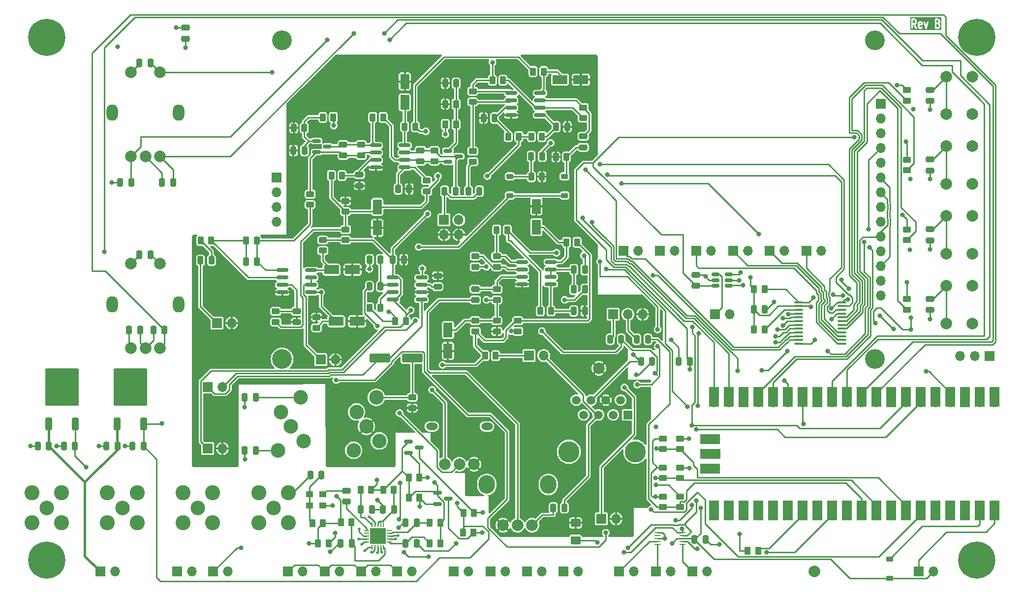
<source format=gtl>
%TF.GenerationSoftware,KiCad,Pcbnew,8.0.2-8.0.2-0~ubuntu22.04.1*%
%TF.CreationDate,2024-05-24T16:16:29-07:00*%
%TF.ProjectId,YamhillFrontPanel,59616d68-696c-46c4-9672-6f6e7450616e,B*%
%TF.SameCoordinates,Original*%
%TF.FileFunction,Copper,L1,Top*%
%TF.FilePolarity,Positive*%
%FSLAX46Y46*%
G04 Gerber Fmt 4.6, Leading zero omitted, Abs format (unit mm)*
G04 Created by KiCad (PCBNEW 8.0.2-8.0.2-0~ubuntu22.04.1) date 2024-05-24 16:16:29*
%MOMM*%
%LPD*%
G01*
G04 APERTURE LIST*
G04 Aperture macros list*
%AMRoundRect*
0 Rectangle with rounded corners*
0 $1 Rounding radius*
0 $2 $3 $4 $5 $6 $7 $8 $9 X,Y pos of 4 corners*
0 Add a 4 corners polygon primitive as box body*
4,1,4,$2,$3,$4,$5,$6,$7,$8,$9,$2,$3,0*
0 Add four circle primitives for the rounded corners*
1,1,$1+$1,$2,$3*
1,1,$1+$1,$4,$5*
1,1,$1+$1,$6,$7*
1,1,$1+$1,$8,$9*
0 Add four rect primitives between the rounded corners*
20,1,$1+$1,$2,$3,$4,$5,0*
20,1,$1+$1,$4,$5,$6,$7,0*
20,1,$1+$1,$6,$7,$8,$9,0*
20,1,$1+$1,$8,$9,$2,$3,0*%
G04 Aperture macros list end*
%ADD10C,0.300000*%
%TA.AperFunction,SMDPad,CuDef*%
%ADD11RoundRect,0.062500X-0.337500X-0.062500X0.337500X-0.062500X0.337500X0.062500X-0.337500X0.062500X0*%
%TD*%
%TA.AperFunction,SMDPad,CuDef*%
%ADD12RoundRect,0.062500X-0.062500X-0.337500X0.062500X-0.337500X0.062500X0.337500X-0.062500X0.337500X0*%
%TD*%
%TA.AperFunction,HeatsinkPad*%
%ADD13C,0.500000*%
%TD*%
%TA.AperFunction,HeatsinkPad*%
%ADD14R,2.700000X2.700000*%
%TD*%
%TA.AperFunction,SMDPad,CuDef*%
%ADD15RoundRect,0.250000X-0.250000X-0.475000X0.250000X-0.475000X0.250000X0.475000X-0.250000X0.475000X0*%
%TD*%
%TA.AperFunction,SMDPad,CuDef*%
%ADD16RoundRect,0.250000X-0.262500X-0.450000X0.262500X-0.450000X0.262500X0.450000X-0.262500X0.450000X0*%
%TD*%
%TA.AperFunction,ComponentPad*%
%ADD17R,1.700000X1.700000*%
%TD*%
%TA.AperFunction,ComponentPad*%
%ADD18O,1.700000X1.700000*%
%TD*%
%TA.AperFunction,SMDPad,CuDef*%
%ADD19RoundRect,0.150000X-0.825000X-0.150000X0.825000X-0.150000X0.825000X0.150000X-0.825000X0.150000X0*%
%TD*%
%TA.AperFunction,SMDPad,CuDef*%
%ADD20RoundRect,0.250000X0.450000X-0.262500X0.450000X0.262500X-0.450000X0.262500X-0.450000X-0.262500X0*%
%TD*%
%TA.AperFunction,SMDPad,CuDef*%
%ADD21RoundRect,0.250000X-0.450000X0.262500X-0.450000X-0.262500X0.450000X-0.262500X0.450000X0.262500X0*%
%TD*%
%TA.AperFunction,ComponentPad*%
%ADD22C,0.800000*%
%TD*%
%TA.AperFunction,ComponentPad*%
%ADD23C,6.400000*%
%TD*%
%TA.AperFunction,SMDPad,CuDef*%
%ADD24RoundRect,0.150000X-0.587500X-0.150000X0.587500X-0.150000X0.587500X0.150000X-0.587500X0.150000X0*%
%TD*%
%TA.AperFunction,SMDPad,CuDef*%
%ADD25RoundRect,0.250000X-0.475000X0.250000X-0.475000X-0.250000X0.475000X-0.250000X0.475000X0.250000X0*%
%TD*%
%TA.AperFunction,SMDPad,CuDef*%
%ADD26RoundRect,0.250000X0.350000X-0.850000X0.350000X0.850000X-0.350000X0.850000X-0.350000X-0.850000X0*%
%TD*%
%TA.AperFunction,SMDPad,CuDef*%
%ADD27RoundRect,0.250000X1.125000X-1.275000X1.125000X1.275000X-1.125000X1.275000X-1.125000X-1.275000X0*%
%TD*%
%TA.AperFunction,SMDPad,CuDef*%
%ADD28RoundRect,0.249997X2.650003X-2.950003X2.650003X2.950003X-2.650003X2.950003X-2.650003X-2.950003X0*%
%TD*%
%TA.AperFunction,SMDPad,CuDef*%
%ADD29RoundRect,0.250000X0.250000X0.475000X-0.250000X0.475000X-0.250000X-0.475000X0.250000X-0.475000X0*%
%TD*%
%TA.AperFunction,SMDPad,CuDef*%
%ADD30R,1.700000X3.500000*%
%TD*%
%TA.AperFunction,SMDPad,CuDef*%
%ADD31R,3.500000X1.700000*%
%TD*%
%TA.AperFunction,SMDPad,CuDef*%
%ADD32RoundRect,0.150000X-0.512500X-0.150000X0.512500X-0.150000X0.512500X0.150000X-0.512500X0.150000X0*%
%TD*%
%TA.AperFunction,SMDPad,CuDef*%
%ADD33RoundRect,0.250000X0.550000X-1.050000X0.550000X1.050000X-0.550000X1.050000X-0.550000X-1.050000X0*%
%TD*%
%TA.AperFunction,SMDPad,CuDef*%
%ADD34RoundRect,0.225000X0.375000X-0.225000X0.375000X0.225000X-0.375000X0.225000X-0.375000X-0.225000X0*%
%TD*%
%TA.AperFunction,SMDPad,CuDef*%
%ADD35RoundRect,0.250000X0.475000X-0.250000X0.475000X0.250000X-0.475000X0.250000X-0.475000X-0.250000X0*%
%TD*%
%TA.AperFunction,SMDPad,CuDef*%
%ADD36R,1.100000X0.250000*%
%TD*%
%TA.AperFunction,SMDPad,CuDef*%
%ADD37RoundRect,0.250000X-0.550000X1.050000X-0.550000X-1.050000X0.550000X-1.050000X0.550000X1.050000X0*%
%TD*%
%TA.AperFunction,ComponentPad*%
%ADD38C,2.500000*%
%TD*%
%TA.AperFunction,ComponentPad*%
%ADD39C,2.600000*%
%TD*%
%TA.AperFunction,SMDPad,CuDef*%
%ADD40RoundRect,0.225000X-0.375000X0.225000X-0.375000X-0.225000X0.375000X-0.225000X0.375000X0.225000X0*%
%TD*%
%TA.AperFunction,SMDPad,CuDef*%
%ADD41RoundRect,0.250000X-1.050000X-0.550000X1.050000X-0.550000X1.050000X0.550000X-1.050000X0.550000X0*%
%TD*%
%TA.AperFunction,SMDPad,CuDef*%
%ADD42RoundRect,0.250000X0.262500X0.450000X-0.262500X0.450000X-0.262500X-0.450000X0.262500X-0.450000X0*%
%TD*%
%TA.AperFunction,SMDPad,CuDef*%
%ADD43R,1.300000X1.100000*%
%TD*%
%TA.AperFunction,ComponentPad*%
%ADD44O,2.800000X3.200000*%
%TD*%
%TA.AperFunction,ComponentPad*%
%ADD45C,2.000000*%
%TD*%
%TA.AperFunction,SMDPad,CuDef*%
%ADD46RoundRect,0.250000X-1.500000X-0.550000X1.500000X-0.550000X1.500000X0.550000X-1.500000X0.550000X0*%
%TD*%
%TA.AperFunction,SMDPad,CuDef*%
%ADD47RoundRect,0.100000X-0.637500X-0.100000X0.637500X-0.100000X0.637500X0.100000X-0.637500X0.100000X0*%
%TD*%
%TA.AperFunction,SMDPad,CuDef*%
%ADD48RoundRect,0.250001X-0.624999X0.462499X-0.624999X-0.462499X0.624999X-0.462499X0.624999X0.462499X0*%
%TD*%
%TA.AperFunction,WasherPad*%
%ADD49C,3.650000*%
%TD*%
%TA.AperFunction,ComponentPad*%
%ADD50R,1.500000X1.500000*%
%TD*%
%TA.AperFunction,ComponentPad*%
%ADD51C,1.500000*%
%TD*%
%TA.AperFunction,WasherPad*%
%ADD52O,2.000000X1.300000*%
%TD*%
%TA.AperFunction,WasherPad*%
%ADD53C,3.400000*%
%TD*%
%TA.AperFunction,WasherPad*%
%ADD54O,2.000000X2.800000*%
%TD*%
%TA.AperFunction,ViaPad*%
%ADD55C,0.800000*%
%TD*%
%TA.AperFunction,ViaPad*%
%ADD56C,0.500000*%
%TD*%
%TA.AperFunction,Conductor*%
%ADD57C,0.250000*%
%TD*%
%TA.AperFunction,Conductor*%
%ADD58C,0.400000*%
%TD*%
G04 APERTURE END LIST*
D10*
G36*
X205419293Y-52571801D02*
G01*
X205447782Y-52639897D01*
X205447806Y-52641306D01*
X205173658Y-52711202D01*
X205173362Y-52649474D01*
X205202320Y-52573638D01*
X205238131Y-52550372D01*
X205380970Y-52548775D01*
X205419293Y-52571801D01*
G37*
G36*
X208417623Y-52807749D02*
G01*
X208436393Y-52830098D01*
X208476228Y-52925312D01*
X208478081Y-53081890D01*
X208441556Y-53177541D01*
X208413593Y-53214258D01*
X208356938Y-53251067D01*
X208089945Y-53252649D01*
X208089025Y-52764114D01*
X208305194Y-52762663D01*
X208417623Y-52807749D01*
G37*
G36*
X208351154Y-52082360D02*
G01*
X208379251Y-52115813D01*
X208419210Y-52211325D01*
X208420644Y-52296946D01*
X208384414Y-52391825D01*
X208356449Y-52428544D01*
X208299745Y-52465385D01*
X208088464Y-52466804D01*
X208087678Y-52049838D01*
X208294711Y-52048448D01*
X208351154Y-52082360D01*
G37*
G36*
X204351154Y-52082361D02*
G01*
X204379251Y-52115813D01*
X204419085Y-52211026D01*
X204420938Y-52367604D01*
X204384413Y-52463255D01*
X204356450Y-52499972D01*
X204299795Y-52536781D01*
X204182246Y-52537478D01*
X204180569Y-52537005D01*
X204176271Y-52537513D01*
X204031456Y-52538371D01*
X204030536Y-52049954D01*
X204294614Y-52048389D01*
X204351154Y-52082361D01*
G37*
G36*
X208942606Y-53717495D02*
G01*
X203566415Y-53717495D01*
X203566415Y-51900828D01*
X203733082Y-51900828D01*
X203735964Y-53430092D01*
X203758362Y-53484164D01*
X203799746Y-53525548D01*
X203853818Y-53547946D01*
X203912346Y-53547946D01*
X203966418Y-53525548D01*
X204007802Y-53484164D01*
X204030200Y-53430092D01*
X204033082Y-53400828D01*
X204032016Y-52835659D01*
X204080560Y-52835371D01*
X204454733Y-53498243D01*
X204500695Y-53534478D01*
X204557023Y-53550365D01*
X204615145Y-53543488D01*
X204666211Y-53514891D01*
X204702446Y-53468929D01*
X204718333Y-53412600D01*
X204711456Y-53354479D01*
X204699672Y-53327537D01*
X204411852Y-52817646D01*
X204419725Y-52813742D01*
X204423508Y-52811283D01*
X204423561Y-52811262D01*
X204423596Y-52811226D01*
X204536086Y-52738141D01*
X204551109Y-52729869D01*
X204555070Y-52725807D01*
X204557298Y-52724360D01*
X204559518Y-52721247D01*
X204571640Y-52708818D01*
X204626991Y-52636138D01*
X204637380Y-52625494D01*
X204642259Y-52616091D01*
X204643003Y-52615114D01*
X204875939Y-52615114D01*
X204877306Y-52900119D01*
X204876116Y-52908119D01*
X204877368Y-52913130D01*
X204878717Y-53194161D01*
X204878475Y-53214009D01*
X204878818Y-53215191D01*
X204878821Y-53215806D01*
X204879405Y-53217217D01*
X204886667Y-53242250D01*
X204943131Y-53377210D01*
X204946312Y-53390995D01*
X204952568Y-53399767D01*
X204957355Y-53411209D01*
X204969880Y-53424043D01*
X204980294Y-53438646D01*
X204995788Y-53450590D01*
X204998233Y-53453096D01*
X205000045Y-53453872D01*
X205003583Y-53456600D01*
X205107551Y-53519067D01*
X205114032Y-53525548D01*
X205127895Y-53531290D01*
X205144212Y-53541094D01*
X205156548Y-53543159D01*
X205168104Y-53547946D01*
X205197368Y-53550828D01*
X205411311Y-53548436D01*
X205421371Y-53550758D01*
X205436948Y-53548150D01*
X205455203Y-53547946D01*
X205466758Y-53543159D01*
X205479095Y-53541094D01*
X205505438Y-53528028D01*
X205509220Y-53525570D01*
X205509275Y-53525548D01*
X205509311Y-53525511D01*
X205643013Y-53438646D01*
X205676995Y-53390995D01*
X205690155Y-53333968D01*
X205680491Y-53276244D01*
X205649471Y-53226612D01*
X205601820Y-53192630D01*
X205544793Y-53179470D01*
X205487069Y-53189134D01*
X205460726Y-53202200D01*
X205385177Y-53251283D01*
X205242335Y-53252880D01*
X205204014Y-53229855D01*
X205175823Y-53162474D01*
X205175128Y-53017587D01*
X205616373Y-52905089D01*
X205626632Y-52905089D01*
X205643055Y-52898286D01*
X205661439Y-52893599D01*
X205670400Y-52886959D01*
X205680704Y-52882691D01*
X205693701Y-52869693D01*
X205708464Y-52858755D01*
X205714200Y-52849194D01*
X205722088Y-52841307D01*
X205729121Y-52824326D01*
X205738576Y-52808570D01*
X205740217Y-52797539D01*
X205744486Y-52787235D01*
X205747368Y-52757971D01*
X205744698Y-52598561D01*
X205744832Y-52587647D01*
X205744496Y-52586491D01*
X205744486Y-52585850D01*
X205743901Y-52584438D01*
X205736640Y-52559405D01*
X205680177Y-52424449D01*
X205677560Y-52413106D01*
X205847870Y-52413106D01*
X205853138Y-52442036D01*
X206138381Y-53430297D01*
X206140266Y-53446694D01*
X206146194Y-53457365D01*
X206149663Y-53469383D01*
X206160346Y-53482839D01*
X206168688Y-53497855D01*
X206178368Y-53505540D01*
X206186054Y-53515221D01*
X206201070Y-53523563D01*
X206214526Y-53534246D01*
X206226410Y-53537641D01*
X206237215Y-53543644D01*
X206254283Y-53545605D01*
X206270803Y-53550325D01*
X206283080Y-53548914D01*
X206295359Y-53550325D01*
X206311882Y-53545604D01*
X206328947Y-53543643D01*
X206339748Y-53537642D01*
X206351636Y-53534246D01*
X206365094Y-53523561D01*
X206380108Y-53515221D01*
X206387791Y-53505542D01*
X206397474Y-53497856D01*
X206405818Y-53482836D01*
X206416499Y-53469383D01*
X206424410Y-53449371D01*
X206425897Y-53446695D01*
X206426072Y-53445165D01*
X206427310Y-53442036D01*
X206718293Y-52413106D01*
X206711611Y-52354962D01*
X206683189Y-52303801D01*
X206637351Y-52267410D01*
X206581075Y-52251331D01*
X206522930Y-52258012D01*
X206471769Y-52286435D01*
X206435378Y-52332273D01*
X206424567Y-52359620D01*
X206283080Y-52859921D01*
X206130785Y-52332274D01*
X206094394Y-52286435D01*
X206043233Y-52258013D01*
X205985089Y-52251331D01*
X205928813Y-52267410D01*
X205882974Y-52303801D01*
X205854552Y-52354962D01*
X205847870Y-52413106D01*
X205677560Y-52413106D01*
X205676996Y-52410663D01*
X205670738Y-52401887D01*
X205665952Y-52390448D01*
X205653430Y-52377617D01*
X205643014Y-52363011D01*
X205627514Y-52351063D01*
X205625074Y-52348562D01*
X205623264Y-52347786D01*
X205619725Y-52345058D01*
X205515755Y-52282588D01*
X205509275Y-52276108D01*
X205495413Y-52270366D01*
X205479096Y-52260562D01*
X205466758Y-52258496D01*
X205455203Y-52253710D01*
X205425939Y-52250828D01*
X205211998Y-52253219D01*
X205201935Y-52250897D01*
X205186352Y-52253506D01*
X205168104Y-52253710D01*
X205156549Y-52258496D01*
X205144212Y-52260562D01*
X205117868Y-52273628D01*
X205114084Y-52276086D01*
X205114032Y-52276108D01*
X205113996Y-52276143D01*
X205010871Y-52343144D01*
X204998233Y-52348561D01*
X204990779Y-52356198D01*
X204980294Y-52363011D01*
X204969882Y-52377610D01*
X204957355Y-52390447D01*
X204948341Y-52407816D01*
X204946312Y-52410663D01*
X204945869Y-52412581D01*
X204943811Y-52416548D01*
X204883175Y-52575338D01*
X204878821Y-52585850D01*
X204878702Y-52587050D01*
X204878475Y-52587647D01*
X204878493Y-52589174D01*
X204875939Y-52615114D01*
X204643003Y-52615114D01*
X204644814Y-52612737D01*
X204645843Y-52609184D01*
X204650924Y-52599394D01*
X204711559Y-52440603D01*
X204715914Y-52430092D01*
X204716032Y-52428891D01*
X204716260Y-52428295D01*
X204716241Y-52426767D01*
X204718796Y-52400828D01*
X204716095Y-52172586D01*
X204716260Y-52159075D01*
X204715921Y-52157907D01*
X204715914Y-52157278D01*
X204715329Y-52155866D01*
X204708068Y-52130833D01*
X204649538Y-51990937D01*
X204644814Y-51974632D01*
X204638933Y-51965589D01*
X204637380Y-51961876D01*
X204634799Y-51959231D01*
X204628783Y-51949980D01*
X204587499Y-51900828D01*
X207790225Y-51900828D01*
X207793107Y-53430092D01*
X207815505Y-53484164D01*
X207856889Y-53525548D01*
X207910961Y-53547946D01*
X207940225Y-53550828D01*
X208381767Y-53548211D01*
X208392801Y-53550758D01*
X208408972Y-53548050D01*
X208426632Y-53547946D01*
X208438187Y-53543159D01*
X208450524Y-53541094D01*
X208476868Y-53528028D01*
X208480651Y-53525569D01*
X208480704Y-53525548D01*
X208480739Y-53525512D01*
X208593229Y-53452427D01*
X208608252Y-53444155D01*
X208612213Y-53440093D01*
X208614441Y-53438646D01*
X208616661Y-53435533D01*
X208628783Y-53423104D01*
X208684134Y-53350424D01*
X208694523Y-53339780D01*
X208699402Y-53330377D01*
X208701957Y-53327023D01*
X208702986Y-53323470D01*
X208708067Y-53313680D01*
X208768702Y-53154889D01*
X208773057Y-53144378D01*
X208773175Y-53143177D01*
X208773403Y-53142581D01*
X208773384Y-53141053D01*
X208775939Y-53115114D01*
X208773238Y-52886872D01*
X208773403Y-52873361D01*
X208773064Y-52872193D01*
X208773057Y-52871564D01*
X208772472Y-52870152D01*
X208765211Y-52845119D01*
X208706680Y-52705221D01*
X208701957Y-52688919D01*
X208696077Y-52679876D01*
X208694523Y-52676162D01*
X208691942Y-52673517D01*
X208685927Y-52664267D01*
X208638170Y-52607407D01*
X208636548Y-52603468D01*
X208625773Y-52592647D01*
X208615253Y-52580123D01*
X208626993Y-52564708D01*
X208637380Y-52554066D01*
X208642259Y-52544663D01*
X208644814Y-52541309D01*
X208645843Y-52537757D01*
X208650924Y-52527966D01*
X208711559Y-52369175D01*
X208715914Y-52358664D01*
X208716032Y-52357463D01*
X208716260Y-52356867D01*
X208716241Y-52355339D01*
X208718796Y-52329400D01*
X208716126Y-52169989D01*
X208716260Y-52159075D01*
X208715924Y-52157919D01*
X208715914Y-52157278D01*
X208715329Y-52155866D01*
X208708068Y-52130833D01*
X208649536Y-51990933D01*
X208644814Y-51974633D01*
X208638934Y-51965590D01*
X208637380Y-51961876D01*
X208634799Y-51959231D01*
X208628784Y-51949981D01*
X208566091Y-51875338D01*
X208557300Y-51863011D01*
X208552866Y-51859593D01*
X208551110Y-51857502D01*
X208547762Y-51855658D01*
X208534011Y-51845058D01*
X208430041Y-51782588D01*
X208423561Y-51776108D01*
X208409699Y-51770366D01*
X208393382Y-51760562D01*
X208381044Y-51758496D01*
X208369489Y-51753710D01*
X208340225Y-51750828D01*
X207910961Y-51753710D01*
X207856889Y-51776108D01*
X207815505Y-51817492D01*
X207793107Y-51871564D01*
X207790225Y-51900828D01*
X204587499Y-51900828D01*
X204566085Y-51875332D01*
X204557299Y-51863012D01*
X204552866Y-51859594D01*
X204551108Y-51857501D01*
X204547757Y-51855656D01*
X204534011Y-51845058D01*
X204430043Y-51782590D01*
X204423561Y-51776108D01*
X204409694Y-51770364D01*
X204393382Y-51760563D01*
X204381047Y-51758497D01*
X204369489Y-51753710D01*
X204340225Y-51750828D01*
X203853818Y-51753710D01*
X203799746Y-51776108D01*
X203758362Y-51817492D01*
X203735964Y-51871564D01*
X203733082Y-51900828D01*
X203566415Y-51900828D01*
X203566415Y-51584161D01*
X208942606Y-51584161D01*
X208942606Y-53717495D01*
G37*
D11*
%TO.P,U8,1,XA*%
%TO.N,Net-(U8-XA)*%
X110000000Y-139900000D03*
%TO.P,U8,2,XB*%
%TO.N,unconnected-(U8-XB-Pad2)*%
X110000000Y-140400000D03*
%TO.P,U8,3,VC/INTR*%
%TO.N,Net-(U8-VC{slash}INTR)*%
X110000000Y-140900000D03*
%TO.P,U8,4,SCL*%
%TO.N,SCL_3V3*%
X110000000Y-141400000D03*
%TO.P,U8,5,SDA*%
%TO.N,SDA_3V3*%
X110000000Y-141900000D03*
D12*
%TO.P,U8,6,SSEN/CLKIN*%
%TO.N,Net-(J24-In)*%
X110950000Y-142850000D03*
%TO.P,U8,7,OEB*%
%TO.N,GNDD*%
X111450000Y-142850000D03*
%TO.P,U8,8,CLK3*%
%TO.N,CLK3*%
X111950000Y-142850000D03*
%TO.P,U8,9,CLK2*%
%TO.N,CLK2*%
X112450000Y-142850000D03*
%TO.P,U8,10,VDDOB*%
%TO.N,Net-(U8-VDDOB)*%
X112950000Y-142850000D03*
D11*
%TO.P,U8,11,VDDOA*%
%TO.N,Net-(U8-VDDOA)*%
X113900000Y-141900000D03*
%TO.P,U8,12,CLK1*%
%TO.N,CLK1*%
X113900000Y-141400000D03*
%TO.P,U8,13,CLK0*%
%TO.N,CLK0*%
X113900000Y-140900000D03*
%TO.P,U8,14,VDDOD*%
%TO.N,Net-(U8-VDDOD)*%
X113900000Y-140400000D03*
%TO.P,U8,15,CLK7*%
%TO.N,unconnected-(U8-CLK7-Pad15)*%
X113900000Y-139900000D03*
D12*
%TO.P,U8,16,CLK6*%
%TO.N,unconnected-(U8-CLK6-Pad16)*%
X112950000Y-138950000D03*
%TO.P,U8,17,CLK5*%
%TO.N,unconnected-(U8-CLK5-Pad17)*%
X112450000Y-138950000D03*
%TO.P,U8,18,VDDOC*%
%TO.N,Net-(U8-VDDOC)*%
X111950000Y-138950000D03*
%TO.P,U8,19,CLK4*%
%TO.N,CLK4*%
X111450000Y-138950000D03*
%TO.P,U8,20,VDD*%
%TO.N,Net-(U8-VDD)*%
X110950000Y-138950000D03*
D13*
%TO.P,U8,21,GND*%
%TO.N,GNDD*%
X110850000Y-139800000D03*
X110850000Y-142000000D03*
D14*
X111950000Y-140900000D03*
D13*
X113050000Y-139800000D03*
X113050000Y-142000000D03*
%TD*%
D15*
%TO.P,C49,1*%
%TO.N,Net-(U12B-+)*%
X145685000Y-102100000D03*
%TO.P,C49,2*%
%TO.N,GND*%
X147585000Y-102100000D03*
%TD*%
%TO.P,C23,1*%
%TO.N,GNDD*%
X65250000Y-125400000D03*
%TO.P,C23,2*%
%TO.N,Net-(J20-Pin_1)*%
X67150000Y-125400000D03*
%TD*%
%TO.P,C33,1*%
%TO.N,PTT*%
X157250000Y-110800000D03*
%TO.P,C33,2*%
%TO.N,GNDD*%
X159150000Y-110800000D03*
%TD*%
%TO.P,C48,1*%
%TO.N,I_SAMPLE*%
X123450000Y-81500000D03*
%TO.P,C48,2*%
%TO.N,Net-(Q4-D)*%
X125350000Y-81500000D03*
%TD*%
D16*
%TO.P,R17,1*%
%TO.N,+3.3V*%
X117287500Y-130800000D03*
%TO.P,R17,2*%
%TO.N,SCL_3V3*%
X119112500Y-130800000D03*
%TD*%
D17*
%TO.P,J3,1,Pin_1*%
%TO.N,TX*%
X109060000Y-147000000D03*
D18*
%TO.P,J3,2,Pin_2*%
%TO.N,GNDD*%
X111600000Y-147000000D03*
%TD*%
D19*
%TO.P,U10,1*%
%TO.N,Net-(C36-Pad1)*%
X95525000Y-95095000D03*
%TO.P,U10,2,-*%
%TO.N,Net-(U10A--)*%
X95525000Y-96365000D03*
%TO.P,U10,3,+*%
%TO.N,Net-(U10A-+)*%
X95525000Y-97635000D03*
%TO.P,U10,4,V-*%
%TO.N,GND*%
X95525000Y-98905000D03*
%TO.P,U10,5,+*%
%TO.N,Net-(D8-K)*%
X100475000Y-98905000D03*
%TO.P,U10,6,-*%
%TO.N,AF_DET*%
X100475000Y-97635000D03*
%TO.P,U10,7*%
X100475000Y-96365000D03*
%TO.P,U10,8,V+*%
%TO.N,Net-(U10A-V+)*%
X100475000Y-95095000D03*
%TD*%
D17*
%TO.P,J35,1,Pin_1*%
%TO.N,MIC_SAMPLE*%
X150425000Y-137900000D03*
D18*
%TO.P,J35,2,Pin_2*%
%TO.N,GND*%
X152965000Y-137900000D03*
%TD*%
D15*
%TO.P,C6,1*%
%TO.N,GNDD*%
X89050000Y-117000000D03*
%TO.P,C6,2*%
%TO.N,PDL_A*%
X90950000Y-117000000D03*
%TD*%
D17*
%TO.P,J26,1,Pin_1*%
%TO.N,CLK3*%
X83600000Y-147000000D03*
D18*
%TO.P,J26,2,Pin_2*%
%TO.N,GNDD*%
X86140000Y-147000000D03*
%TD*%
D16*
%TO.P,R14,1*%
%TO.N,+5V*%
X126687500Y-136900000D03*
%TO.P,R14,2*%
%TO.N,SCL*%
X128512500Y-136900000D03*
%TD*%
D20*
%TO.P,R8,1*%
%TO.N,Q_SAMPLE*%
X164000000Y-135912500D03*
%TO.P,R8,2*%
%TO.N,GNDD*%
X164000000Y-134087500D03*
%TD*%
D17*
%TO.P,J33,1,Pin_1*%
%TO.N,Net-(J33-Pin_1)*%
X137960000Y-109800000D03*
D18*
%TO.P,J33,2,Pin_2*%
%TO.N,Net-(J33-Pin_2)*%
X140500000Y-109800000D03*
%TD*%
D17*
%TO.P,J5,1,Pin_1*%
%TO.N,MUTE*%
X143900000Y-147000000D03*
D18*
%TO.P,J5,2,Pin_2*%
%TO.N,GNDD*%
X146440000Y-147000000D03*
%TD*%
D17*
%TO.P,J20,1,Pin_1*%
%TO.N,Net-(J20-Pin_1)*%
X64200000Y-147000000D03*
D18*
%TO.P,J20,2,Pin_2*%
%TO.N,GNDD*%
X66740000Y-147000000D03*
%TD*%
D20*
%TO.P,R61,1*%
%TO.N,Net-(U13B--)*%
X147300000Y-68912500D03*
%TO.P,R61,2*%
%TO.N,Net-(C62-Pad2)*%
X147300000Y-67087500D03*
%TD*%
D21*
%TO.P,R33,1*%
%TO.N,Net-(C39-Pad1)*%
X132435000Y-103787500D03*
%TO.P,R33,2*%
%TO.N,GND*%
X132435000Y-105612500D03*
%TD*%
D20*
%TO.P,R43,1*%
%TO.N,Net-(U12A--)*%
X132435000Y-94512500D03*
%TO.P,R43,2*%
%TO.N,Net-(R43-Pad2)*%
X132435000Y-92687500D03*
%TD*%
D22*
%TO.P,H2,1,1*%
%TO.N,GNDD*%
X52600000Y-145000000D03*
X53302944Y-143302944D03*
X53302944Y-146697056D03*
X55000000Y-142600000D03*
D23*
X55000000Y-145000000D03*
D22*
X55000000Y-147400000D03*
X56697056Y-143302944D03*
X56697056Y-146697056D03*
X57400000Y-145000000D03*
%TD*%
D24*
%TO.P,Q3,1,G*%
%TO.N,Net-(Q3-G)*%
X101425000Y-72850000D03*
%TO.P,Q3,2,S*%
%TO.N,Net-(Q3-S)*%
X101425000Y-74750000D03*
%TO.P,Q3,3,D*%
%TO.N,Net-(Q3-D)*%
X103300000Y-73800000D03*
%TD*%
D15*
%TO.P,C18,1*%
%TO.N,GNDD*%
X70950000Y-59400000D03*
%TO.P,C18,2*%
%TO.N,ENC2_SW*%
X72850000Y-59400000D03*
%TD*%
D25*
%TO.P,C11,1*%
%TO.N,GNDD*%
X166700000Y-95900000D03*
%TO.P,C11,2*%
%TO.N,+5V*%
X166700000Y-97800000D03*
%TD*%
D26*
%TO.P,U7,1,VI*%
%TO.N,Net-(J20-Pin_1)*%
X67120000Y-121540000D03*
D27*
%TO.P,U7,2,GND*%
%TO.N,GNDD*%
X67875000Y-116915000D03*
X70925000Y-116915000D03*
D28*
X69400000Y-115240000D03*
D27*
X67875000Y-113565000D03*
X70925000Y-113565000D03*
D26*
%TO.P,U7,3,VO*%
%TO.N,+5V*%
X71680000Y-121540000D03*
%TD*%
D17*
%TO.P,J36,1,Pin_1*%
%TO.N,Net-(J36-Pin_1)*%
X82700000Y-115200000D03*
D18*
%TO.P,J36,2,Pin_2*%
%TO.N,Net-(J36-Pin_2)*%
X85240000Y-115200000D03*
%TD*%
D16*
%TO.P,R42,1*%
%TO.N,Net-(Q3-G)*%
X102487500Y-68800000D03*
%TO.P,R42,2*%
%TO.N,MUTE*%
X104312500Y-68800000D03*
%TD*%
D29*
%TO.P,C35,1*%
%TO.N,Net-(J33-Pin_2)*%
X144050000Y-136000000D03*
%TO.P,C35,2*%
%TO.N,Net-(C35-Pad2)*%
X142150000Y-136000000D03*
%TD*%
D20*
%TO.P,R46,1*%
%TO.N,V_GND*%
X120375000Y-81517500D03*
%TO.P,R46,2*%
%TO.N,Net-(U11B-+)*%
X120375000Y-79692500D03*
%TD*%
D17*
%TO.P,J23,1,Pin_1*%
%TO.N,Net-(J23-Pin_1)*%
X166100000Y-147000000D03*
D18*
%TO.P,J23,2,Pin_2*%
%TO.N,GNDD*%
X168640000Y-147000000D03*
%TD*%
D25*
%TO.P,C43,1*%
%TO.N,Net-(Q3-D)*%
X106000000Y-73450000D03*
%TO.P,C43,2*%
%TO.N,Net-(Q3-S)*%
X106000000Y-75350000D03*
%TD*%
D18*
%TO.P,U3,1,GPIO0*%
%TO.N,Net-(J17-Pin_1)*%
X218100000Y-117820000D03*
D30*
X218100000Y-116920000D03*
D18*
%TO.P,U3,2,GPIO1*%
%TO.N,Net-(J17-Pin_2)*%
X215560000Y-117820000D03*
D30*
X215560000Y-116920000D03*
D17*
%TO.P,U3,3,GND*%
%TO.N,GNDD*%
X213020000Y-117820000D03*
D30*
X213020000Y-116920000D03*
D18*
%TO.P,U3,4,GPIO2*%
%TO.N,PTT*%
X210480000Y-117820000D03*
D30*
X210480000Y-116920000D03*
D18*
%TO.P,U3,5,GPIO3*%
%TO.N,GPIO_INT*%
X207940000Y-117820000D03*
D30*
X207940000Y-116920000D03*
D18*
%TO.P,U3,6,GPIO4*%
%TO.N,SDA*%
X205400000Y-117820000D03*
D30*
X205400000Y-116920000D03*
D18*
%TO.P,U3,7,GPIO5*%
%TO.N,SCL*%
X202860000Y-117820000D03*
D30*
X202860000Y-116920000D03*
D17*
%TO.P,U3,8,GND*%
%TO.N,GNDD*%
X200320000Y-117820000D03*
D30*
X200320000Y-116920000D03*
D18*
%TO.P,U3,9,GPIO6*%
%TO.N,ENC1_A*%
X197780000Y-117820000D03*
D30*
X197780000Y-116920000D03*
D18*
%TO.P,U3,10,GPIO7*%
%TO.N,ENC1_B*%
X195240000Y-117820000D03*
D30*
X195240000Y-116920000D03*
D18*
%TO.P,U3,11,GPIO8*%
%TO.N,ENC2_A*%
X192700000Y-117820000D03*
D30*
X192700000Y-116920000D03*
D18*
%TO.P,U3,12,GPIO9*%
%TO.N,ENC2_B*%
X190160000Y-117820000D03*
D30*
X190160000Y-116920000D03*
D17*
%TO.P,U3,13,GND*%
%TO.N,GNDD*%
X187620000Y-117820000D03*
D30*
X187620000Y-116920000D03*
D18*
%TO.P,U3,14,GPIO10*%
%TO.N,TX*%
X185080000Y-117820000D03*
D30*
X185080000Y-116920000D03*
D18*
%TO.P,U3,15,GPIO11*%
%TO.N,MUTE*%
X182540000Y-117820000D03*
D30*
X182540000Y-116920000D03*
D18*
%TO.P,U3,16,GPIO12*%
%TO.N,LCD_RESET*%
X180000000Y-117820000D03*
D30*
X180000000Y-116920000D03*
D18*
%TO.P,U3,17,GPIO13*%
%TO.N,LCD_DC*%
X177460000Y-117820000D03*
D30*
X177460000Y-116920000D03*
D17*
%TO.P,U3,18,GND*%
%TO.N,GNDD*%
X174920000Y-117820000D03*
D30*
X174920000Y-116920000D03*
D18*
%TO.P,U3,19,GPIO14*%
%TO.N,PDL_A*%
X172380000Y-117820000D03*
D30*
X172380000Y-116920000D03*
D18*
%TO.P,U3,20,GPIO15*%
%TO.N,PDL_B*%
X169840000Y-117820000D03*
D30*
X169840000Y-116920000D03*
D18*
%TO.P,U3,21,GPIO16*%
%TO.N,SPI_RX*%
X169840000Y-135600000D03*
D30*
X169840000Y-136500000D03*
D18*
%TO.P,U3,22,GPIO17*%
%TO.N,LCD_CS*%
X172380000Y-135600000D03*
D30*
X172380000Y-136500000D03*
D17*
%TO.P,U3,23,GND*%
%TO.N,GNDD*%
X174920000Y-135600000D03*
D30*
X174920000Y-136500000D03*
D18*
%TO.P,U3,24,GPIO18*%
%TO.N,SPI_SCK*%
X177460000Y-135600000D03*
D30*
X177460000Y-136500000D03*
D18*
%TO.P,U3,25,GPIO19*%
%TO.N,SPI_TX*%
X180000000Y-135600000D03*
D30*
X180000000Y-136500000D03*
D18*
%TO.P,U3,26,GPIO20*%
%TO.N,TS_CS*%
X182540000Y-135600000D03*
D30*
X182540000Y-136500000D03*
D18*
%TO.P,U3,27,GPIO21*%
%TO.N,WS2812*%
X185080000Y-135600000D03*
D30*
X185080000Y-136500000D03*
D17*
%TO.P,U3,28,GND*%
%TO.N,GNDD*%
X187620000Y-135600000D03*
D30*
X187620000Y-136500000D03*
D18*
%TO.P,U3,29,GPIO22*%
%TO.N,MCU_DAC*%
X190160000Y-135600000D03*
D30*
X190160000Y-136500000D03*
D18*
%TO.P,U3,30,RUN*%
%TO.N,unconnected-(U3-RUN-Pad30)_0*%
X192700000Y-135600000D03*
D30*
%TO.N,unconnected-(U3-RUN-Pad30)*%
X192700000Y-136500000D03*
D18*
%TO.P,U3,31,GPIO26_ADC0*%
%TO.N,Q_SAMPLE*%
X195240000Y-135600000D03*
D30*
X195240000Y-136500000D03*
D18*
%TO.P,U3,32,GPIO27_ADC1*%
%TO.N,I_SAMPLE*%
X197780000Y-135600000D03*
D30*
X197780000Y-136500000D03*
D17*
%TO.P,U3,33,AGND*%
%TO.N,GNDD*%
X200320000Y-135600000D03*
D30*
X200320000Y-136500000D03*
D18*
%TO.P,U3,34,GPIO28_ADC2*%
%TO.N,MIC_SAMPLE*%
X202860000Y-135600000D03*
D30*
X202860000Y-136500000D03*
D18*
%TO.P,U3,35,ADC_VREF*%
%TO.N,ADC_VREF*%
X205400000Y-135600000D03*
D30*
X205400000Y-136500000D03*
D18*
%TO.P,U3,36,3V3*%
%TO.N,unconnected-(U3-3V3-Pad36)*%
X207940000Y-135600000D03*
D30*
%TO.N,unconnected-(U3-3V3-Pad36)_0*%
X207940000Y-136500000D03*
D18*
%TO.P,U3,37,3V3_EN*%
%TO.N,unconnected-(U3-3V3_EN-Pad37)_0*%
X210480000Y-135600000D03*
D30*
%TO.N,unconnected-(U3-3V3_EN-Pad37)*%
X210480000Y-136500000D03*
D17*
%TO.P,U3,38,GND*%
%TO.N,GNDD*%
X213020000Y-135600000D03*
D30*
X213020000Y-136500000D03*
D18*
%TO.P,U3,39,VSYS*%
%TO.N,Net-(D7-K)*%
X215560000Y-135600000D03*
D30*
X215560000Y-136500000D03*
D18*
%TO.P,U3,40,VBUS*%
%TO.N,Net-(J19-Pin_1)*%
X218100000Y-135600000D03*
D30*
X218100000Y-136500000D03*
D18*
%TO.P,U3,41,SWCLK*%
%TO.N,unconnected-(U3-SWCLK-Pad41)*%
X170070000Y-124170000D03*
D31*
%TO.N,unconnected-(U3-SWCLK-Pad41)_0*%
X169170000Y-124170000D03*
D17*
%TO.P,U3,42,GND*%
%TO.N,GNDD*%
X170070000Y-126710000D03*
D31*
X169170000Y-126710000D03*
D18*
%TO.P,U3,43,SWDIO*%
%TO.N,unconnected-(U3-SWDIO-Pad43)*%
X170070000Y-129250000D03*
D31*
%TO.N,unconnected-(U3-SWDIO-Pad43)_0*%
X169170000Y-129250000D03*
%TD*%
D25*
%TO.P,C45,1*%
%TO.N,Net-(Q4-D)*%
X119300000Y-74450000D03*
%TO.P,C45,2*%
%TO.N,Net-(Q4-S)*%
X119300000Y-76350000D03*
%TD*%
D20*
%TO.P,R37,1*%
%TO.N,Net-(C39-Pad1)*%
X128735000Y-94512500D03*
%TO.P,R37,2*%
%TO.N,Net-(U12A--)*%
X128735000Y-92687500D03*
%TD*%
D29*
%TO.P,C60,1*%
%TO.N,GND*%
X116425000Y-93290000D03*
%TO.P,C60,2*%
%TO.N,+5VA*%
X114525000Y-93290000D03*
%TD*%
D32*
%TO.P,U2,1,VOUT*%
%TO.N,Net-(J18-Pin_1)*%
X170100000Y-95850000D03*
%TO.P,U2,2,VSS*%
%TO.N,GNDD*%
X170100000Y-96800000D03*
%TO.P,U2,3,VDD*%
%TO.N,+5V*%
X170100000Y-97750000D03*
%TO.P,U2,4,SDA*%
%TO.N,SDA*%
X172375000Y-97750000D03*
%TO.P,U2,5,SCL*%
%TO.N,SCL*%
X172375000Y-96800000D03*
%TO.P,U2,6,A0*%
%TO.N,GNDD*%
X172375000Y-95850000D03*
%TD*%
D21*
%TO.P,R65,1*%
%TO.N,Net-(C63-Pad2)*%
X117900000Y-116987500D03*
%TO.P,R65,2*%
%TO.N,GND*%
X117900000Y-118812500D03*
%TD*%
D33*
%TO.P,C42,1*%
%TO.N,Net-(U12A-V+)*%
X139235000Y-87700000D03*
%TO.P,C42,2*%
%TO.N,GND*%
X139235000Y-84100000D03*
%TD*%
D15*
%TO.P,C57,1*%
%TO.N,Net-(D8-A)*%
X138350000Y-75500000D03*
%TO.P,C57,2*%
%TO.N,Net-(C57-Pad2)*%
X140250000Y-75500000D03*
%TD*%
D33*
%TO.P,C41,1*%
%TO.N,Net-(U11A-V+)*%
X116600000Y-66200000D03*
%TO.P,C41,2*%
%TO.N,GND*%
X116600000Y-62600000D03*
%TD*%
D34*
%TO.P,D8,1,K*%
%TO.N,Net-(D8-K)*%
X134700000Y-82250000D03*
%TO.P,D8,2,A*%
%TO.N,Net-(D8-A)*%
X134700000Y-78950000D03*
%TD*%
D16*
%TO.P,R15,1*%
%TO.N,+5V*%
X126587500Y-140300000D03*
%TO.P,R15,2*%
%TO.N,SDA*%
X128412500Y-140300000D03*
%TD*%
%TO.P,R45,1*%
%TO.N,Net-(Q3-D)*%
X111062500Y-68805000D03*
%TO.P,R45,2*%
%TO.N,Net-(Q4-S)*%
X112887500Y-68805000D03*
%TD*%
D35*
%TO.P,C2,1*%
%TO.N,GNDD*%
X207000000Y-77950000D03*
%TO.P,C2,2*%
%TO.N,Net-(U1-P01)*%
X207000000Y-76050000D03*
%TD*%
D34*
%TO.P,D9,1,K*%
%TO.N,Net-(D8-K)*%
X144100000Y-82250000D03*
%TO.P,D9,2,A*%
%TO.N,Net-(D9-A)*%
X144100000Y-78950000D03*
%TD*%
D20*
%TO.P,R32,1*%
%TO.N,+5VA*%
X128735000Y-105612500D03*
%TO.P,R32,2*%
%TO.N,Net-(C39-Pad1)*%
X128735000Y-103787500D03*
%TD*%
D29*
%TO.P,C40,1*%
%TO.N,Net-(Q3-G)*%
X99350000Y-74500000D03*
%TO.P,C40,2*%
%TO.N,GND*%
X97450000Y-74500000D03*
%TD*%
D25*
%TO.P,C38,1*%
%TO.N,Net-(U11A-+)*%
X108800000Y-78650000D03*
%TO.P,C38,2*%
%TO.N,GND*%
X108800000Y-80550000D03*
%TD*%
D36*
%TO.P,U5,1,ADDR*%
%TO.N,GNDD*%
X160050000Y-140300000D03*
%TO.P,U5,2,ALERT/RDY*%
%TO.N,unconnected-(U5-ALERT{slash}RDY-Pad2)*%
X160050000Y-140800000D03*
%TO.P,U5,3,GND*%
%TO.N,GNDD*%
X160050000Y-141300000D03*
%TO.P,U5,4,AIN0*%
%TO.N,Net-(J21-Pin_1)*%
X160050000Y-141800000D03*
%TO.P,U5,5,AIN1*%
%TO.N,Net-(J22-Pin_1)*%
X160050000Y-142300000D03*
%TO.P,U5,6,AIN2*%
%TO.N,Net-(J23-Pin_1)*%
X164350000Y-142300000D03*
%TO.P,U5,7,AIN3*%
%TO.N,AF_DET*%
X164350000Y-141800000D03*
%TO.P,U5,8,VDD*%
%TO.N,+5V*%
X164350000Y-141300000D03*
%TO.P,U5,9,SDA*%
%TO.N,SDA*%
X164350000Y-140800000D03*
%TO.P,U5,10,SCL*%
%TO.N,SCL*%
X164350000Y-140300000D03*
%TD*%
D37*
%TO.P,C47,1*%
%TO.N,V_GND*%
X111875000Y-84205000D03*
%TO.P,C47,2*%
%TO.N,GND*%
X111875000Y-87805000D03*
%TD*%
D17*
%TO.P,J4,1,Pin_1*%
%TO.N,TX*%
X115300000Y-147000000D03*
D18*
%TO.P,J4,2,Pin_2*%
%TO.N,GNDD*%
X117840000Y-147000000D03*
%TD*%
D16*
%TO.P,R59,1*%
%TO.N,Net-(C57-Pad2)*%
X131687500Y-62400000D03*
%TO.P,R59,2*%
%TO.N,Net-(U13B--)*%
X133512500Y-62400000D03*
%TD*%
D38*
%TO.P,J27,1,In*%
%TO.N,CLK0*%
X55000000Y-136000000D03*
D39*
%TO.P,J27,2,Ext*%
%TO.N,GNDD*%
X52450000Y-133450000D03*
X52450000Y-138550000D03*
X57550000Y-133450000D03*
X57550000Y-138550000D03*
%TD*%
D35*
%TO.P,C62,1*%
%TO.N,Net-(D9-A)*%
X147300000Y-73950000D03*
%TO.P,C62,2*%
%TO.N,Net-(C62-Pad2)*%
X147300000Y-72050000D03*
%TD*%
D17*
%TO.P,J22,1,Pin_1*%
%TO.N,Net-(J22-Pin_1)*%
X159800000Y-147000000D03*
D18*
%TO.P,J22,2,Pin_2*%
%TO.N,GNDD*%
X162340000Y-147000000D03*
%TD*%
D20*
%TO.P,R40,1*%
%TO.N,Net-(Q3-S)*%
X109100000Y-75312500D03*
%TO.P,R40,2*%
%TO.N,Net-(Q3-D)*%
X109100000Y-73487500D03*
%TD*%
D15*
%TO.P,C8,1*%
%TO.N,Net-(J10-Pin_1)*%
X151935000Y-107000000D03*
%TO.P,C8,2*%
%TO.N,I_SAMPLE*%
X153835000Y-107000000D03*
%TD*%
%TO.P,C50,1*%
%TO.N,Net-(C50-Pad1)*%
X127550000Y-81500000D03*
%TO.P,C50,2*%
%TO.N,I_SAMPLE*%
X129450000Y-81500000D03*
%TD*%
D40*
%TO.P,D7,1,K*%
%TO.N,Net-(D7-K)*%
X200000000Y-144850000D03*
%TO.P,D7,2,A*%
%TO.N,+5V*%
X200000000Y-148150000D03*
%TD*%
D15*
%TO.P,C58,1*%
%TO.N,Net-(U13B-+)*%
X142650000Y-70400000D03*
%TO.P,C58,2*%
%TO.N,GND*%
X144550000Y-70400000D03*
%TD*%
D21*
%TO.P,R10,1*%
%TO.N,Net-(D1-K)*%
X203000000Y-64087500D03*
%TO.P,R10,2*%
%TO.N,Net-(U1-P17)*%
X203000000Y-65912500D03*
%TD*%
D17*
%TO.P,J18,1,Pin_1*%
%TO.N,Net-(J18-Pin_1)*%
X170000000Y-102700000D03*
D18*
%TO.P,J18,2,Pin_2*%
%TO.N,GNDD*%
X172540000Y-102700000D03*
%TD*%
D16*
%TO.P,R30,1*%
%TO.N,Net-(U10A--)*%
X89287500Y-90000000D03*
%TO.P,R30,2*%
%TO.N,Net-(C36-Pad1)*%
X91112500Y-90000000D03*
%TD*%
D41*
%TO.P,C34,1*%
%TO.N,Net-(U10A-V+)*%
X104000000Y-95000000D03*
%TO.P,C34,2*%
%TO.N,GND*%
X107600000Y-95000000D03*
%TD*%
D17*
%TO.P,J19,1,Pin_1*%
%TO.N,Net-(J19-Pin_1)*%
X205000000Y-147000000D03*
D18*
%TO.P,J19,2,Pin_2*%
%TO.N,+5V*%
X207540000Y-147000000D03*
%TD*%
D42*
%TO.P,R38,1*%
%TO.N,+5VA*%
X118412500Y-70400000D03*
%TO.P,R38,2*%
%TO.N,Net-(U11A-V+)*%
X116587500Y-70400000D03*
%TD*%
D17*
%TO.P,J34,1,Pin_1*%
%TO.N,I_SAMPLE*%
X123360000Y-86460000D03*
D18*
%TO.P,J34,2,Pin_2*%
%TO.N,Net-(J34-Pin_2)*%
X125900000Y-86460000D03*
%TO.P,J34,3,Pin_3*%
%TO.N,GND*%
X123360000Y-89000000D03*
%TO.P,J34,4,Pin_4*%
X125900000Y-89000000D03*
%TD*%
D41*
%TO.P,C61,1*%
%TO.N,Net-(D8-K)*%
X104800000Y-103900000D03*
%TO.P,C61,2*%
%TO.N,GND*%
X108400000Y-103900000D03*
%TD*%
D15*
%TO.P,C31,1*%
%TO.N,Net-(J30-Pin_1)*%
X81450000Y-93400000D03*
%TO.P,C31,2*%
%TO.N,Net-(C31-Pad2)*%
X83350000Y-93400000D03*
%TD*%
D25*
%TO.P,C20,1*%
%TO.N,Net-(U4-OUT)*%
X106600000Y-133050000D03*
%TO.P,C20,2*%
%TO.N,Net-(U8-XA)*%
X106600000Y-134950000D03*
%TD*%
D21*
%TO.P,R7,1*%
%TO.N,ADC_VREF*%
X161000000Y-134087500D03*
%TO.P,R7,2*%
%TO.N,Q_SAMPLE*%
X161000000Y-135912500D03*
%TD*%
D15*
%TO.P,C22,1*%
%TO.N,GNDD*%
X53450000Y-125400000D03*
%TO.P,C22,2*%
%TO.N,Net-(J20-Pin_1)*%
X55350000Y-125400000D03*
%TD*%
D16*
%TO.P,R21,1*%
%TO.N,+3.3V*%
X112887500Y-132900000D03*
%TO.P,R21,2*%
%TO.N,Net-(U8-VDDOC)*%
X114712500Y-132900000D03*
%TD*%
D42*
%TO.P,R24,1*%
%TO.N,+3.3V*%
X122712500Y-142100000D03*
%TO.P,R24,2*%
%TO.N,Net-(U8-VDDOA)*%
X120887500Y-142100000D03*
%TD*%
D21*
%TO.P,R11,1*%
%TO.N,Net-(D3-K)*%
X203000000Y-76087500D03*
%TO.P,R11,2*%
%TO.N,Net-(U1-P16)*%
X203000000Y-77912500D03*
%TD*%
D29*
%TO.P,C12,1*%
%TO.N,GNDD*%
X178550000Y-101800000D03*
%TO.P,C12,2*%
%TO.N,+3.3V*%
X176650000Y-101800000D03*
%TD*%
D22*
%TO.P,H4,1,1*%
%TO.N,GNDD*%
X212600000Y-145000000D03*
X213302944Y-143302944D03*
X213302944Y-146697056D03*
X215000000Y-142600000D03*
D23*
X215000000Y-145000000D03*
D22*
X215000000Y-147400000D03*
X216697056Y-143302944D03*
X216697056Y-146697056D03*
X217400000Y-145000000D03*
%TD*%
D16*
%TO.P,R25,1*%
%TO.N,Net-(C31-Pad2)*%
X81487500Y-90000000D03*
%TO.P,R25,2*%
%TO.N,Net-(U10A--)*%
X83312500Y-90000000D03*
%TD*%
%TO.P,R48,1*%
%TO.N,Net-(R43-Pad2)*%
X132422500Y-88200000D03*
%TO.P,R48,2*%
%TO.N,Net-(C52-Pad1)*%
X134247500Y-88200000D03*
%TD*%
D43*
%TO.P,U4,1,OE*%
%TO.N,Net-(U4-OE)*%
X100219978Y-135580022D03*
%TO.P,U4,2,GND*%
%TO.N,GNDD*%
X102519978Y-135580022D03*
%TO.P,U4,3,OUT*%
%TO.N,Net-(U4-OUT)*%
X102519978Y-133680022D03*
%TO.P,U4,4,VDD*%
%TO.N,Net-(U4-OE)*%
X100219978Y-133680022D03*
%TD*%
D16*
%TO.P,R18,1*%
%TO.N,+3.3V*%
X101687500Y-142100000D03*
%TO.P,R18,2*%
%TO.N,Net-(U8-VC{slash}INTR)*%
X103512500Y-142100000D03*
%TD*%
D21*
%TO.P,R13,1*%
%TO.N,Net-(D6-K)*%
X203000000Y-100087500D03*
%TO.P,R13,2*%
%TO.N,Net-(U1-P14)*%
X203000000Y-101912500D03*
%TD*%
D29*
%TO.P,C30,1*%
%TO.N,GNDD*%
X118650000Y-142100000D03*
%TO.P,C30,2*%
%TO.N,Net-(U8-VDDOA)*%
X116750000Y-142100000D03*
%TD*%
D17*
%TO.P,J16,1,Pin_1*%
%TO.N,P13*%
X185700000Y-91800000D03*
D18*
%TO.P,J16,2,Pin_2*%
%TO.N,GNDD*%
X188240000Y-91800000D03*
%TD*%
D17*
%TO.P,J8,1,Pin_1*%
%TO.N,MUTE*%
X125025000Y-147000000D03*
D18*
%TO.P,J8,2,Pin_2*%
%TO.N,GNDD*%
X127565000Y-147000000D03*
%TD*%
D42*
%TO.P,R53,1*%
%TO.N,V_GND*%
X136212500Y-72100000D03*
%TO.P,R53,2*%
%TO.N,Net-(U13A-+)*%
X134387500Y-72100000D03*
%TD*%
D17*
%TO.P,J21,1,Pin_1*%
%TO.N,Net-(J21-Pin_1)*%
X153500000Y-147000000D03*
D18*
%TO.P,J21,2,Pin_2*%
%TO.N,GNDD*%
X156040000Y-147000000D03*
%TD*%
D29*
%TO.P,C52,1*%
%TO.N,Net-(C52-Pad1)*%
X147585000Y-95000000D03*
%TO.P,C52,2*%
%TO.N,Net-(U12B--)*%
X145685000Y-95000000D03*
%TD*%
%TO.P,C51,1*%
%TO.N,Net-(U13A-+)*%
X132050000Y-68900000D03*
%TO.P,C51,2*%
%TO.N,GND*%
X130150000Y-68900000D03*
%TD*%
D42*
%TO.P,R56,1*%
%TO.N,Net-(U13A-V+)*%
X140512500Y-60900000D03*
%TO.P,R56,2*%
%TO.N,+5VA*%
X138687500Y-60900000D03*
%TD*%
%TO.P,R66,1*%
%TO.N,Net-(D9-A)*%
X144412500Y-75600000D03*
%TO.P,R66,2*%
%TO.N,GND*%
X142587500Y-75600000D03*
%TD*%
%TO.P,R23,1*%
%TO.N,+3.3V*%
X122712500Y-138600000D03*
%TO.P,R23,2*%
%TO.N,Net-(U8-VDDOD)*%
X120887500Y-138600000D03*
%TD*%
D17*
%TO.P,J10,1,Pin_1*%
%TO.N,Net-(J10-Pin_1)*%
X152460000Y-102700000D03*
D18*
%TO.P,J10,2,Pin_2*%
%TO.N,Net-(J10-Pin_2)*%
X155000000Y-102700000D03*
%TO.P,J10,3,Pin_3*%
%TO.N,GND*%
X157540000Y-102700000D03*
%TD*%
D16*
%TO.P,R22,1*%
%TO.N,+3.3V*%
X105587500Y-138500000D03*
%TO.P,R22,2*%
%TO.N,Net-(U8-VDDOB)*%
X107412500Y-138500000D03*
%TD*%
D35*
%TO.P,C37,1*%
%TO.N,Net-(C37-Pad1)*%
X128735000Y-100250000D03*
%TO.P,C37,2*%
%TO.N,Net-(U12A-+)*%
X128735000Y-98350000D03*
%TD*%
D16*
%TO.P,R19,1*%
%TO.N,+3.3V*%
X117287500Y-134300000D03*
%TO.P,R19,2*%
%TO.N,SDA_3V3*%
X119112500Y-134300000D03*
%TD*%
D42*
%TO.P,R35,1*%
%TO.N,Net-(U11A-+)*%
X105812500Y-78800000D03*
%TO.P,R35,2*%
%TO.N,V_GND*%
X103987500Y-78800000D03*
%TD*%
D15*
%TO.P,C1,1*%
%TO.N,GNDD*%
X89050000Y-126100000D03*
%TO.P,C1,2*%
%TO.N,PDL_B*%
X90950000Y-126100000D03*
%TD*%
D17*
%TO.P,J11,1,Pin_1*%
%TO.N,P06*%
X154200000Y-91800000D03*
D18*
%TO.P,J11,2,Pin_2*%
%TO.N,GNDD*%
X156740000Y-91800000D03*
%TD*%
D44*
%TO.P,R31,*%
%TO.N,*%
X130700000Y-132000000D03*
X141300000Y-132000000D03*
D45*
%TO.P,R31,1*%
%TO.N,Net-(C35-Pad2)*%
X138500000Y-139000000D03*
%TO.P,R31,2*%
%TO.N,Net-(C37-Pad1)*%
X136000000Y-139000000D03*
%TO.P,R31,3*%
%TO.N,GND*%
X133500000Y-139000000D03*
%TD*%
D22*
%TO.P,H1,1,1*%
%TO.N,GNDD*%
X52600000Y-55000000D03*
X53302944Y-53302944D03*
X53302944Y-56697056D03*
X55000000Y-52600000D03*
D23*
X55000000Y-55000000D03*
D22*
X55000000Y-57400000D03*
X56697056Y-53302944D03*
X56697056Y-56697056D03*
X57400000Y-55000000D03*
%TD*%
D17*
%TO.P,J13,1,Pin_1*%
%TO.N,P10*%
X166800000Y-91800000D03*
D18*
%TO.P,J13,2,Pin_2*%
%TO.N,GNDD*%
X169340000Y-91800000D03*
%TD*%
D19*
%TO.P,U12,1*%
%TO.N,Net-(R43-Pad2)*%
X136785000Y-93700000D03*
%TO.P,U12,2,-*%
%TO.N,Net-(U12A--)*%
X136785000Y-94970000D03*
%TO.P,U12,3,+*%
%TO.N,Net-(U12A-+)*%
X136785000Y-96240000D03*
%TO.P,U12,4,V-*%
%TO.N,GND*%
X136785000Y-97510000D03*
%TO.P,U12,5,+*%
%TO.N,Net-(U12B-+)*%
X141735000Y-97510000D03*
%TO.P,U12,6,-*%
%TO.N,Net-(U12B--)*%
X141735000Y-96240000D03*
%TO.P,U12,7*%
X141735000Y-94970000D03*
%TO.P,U12,8,V+*%
%TO.N,Net-(U12A-V+)*%
X141735000Y-93700000D03*
%TD*%
D15*
%TO.P,C26,1*%
%TO.N,GNDD*%
X69750000Y-125400000D03*
%TO.P,C26,2*%
%TO.N,+5V*%
X71650000Y-125400000D03*
%TD*%
D42*
%TO.P,R16,1*%
%TO.N,+3.3V*%
X102512500Y-138700000D03*
%TO.P,R16,2*%
%TO.N,Net-(U4-OE)*%
X100687500Y-138700000D03*
%TD*%
D15*
%TO.P,C16,1*%
%TO.N,GNDD*%
X67650000Y-80000000D03*
%TO.P,C16,2*%
%TO.N,ENC2_B*%
X69550000Y-80000000D03*
%TD*%
D17*
%TO.P,J12,1,Pin_1*%
%TO.N,P07*%
X160500000Y-91800000D03*
D18*
%TO.P,J12,2,Pin_2*%
%TO.N,GNDD*%
X163040000Y-91800000D03*
%TD*%
D46*
%TO.P,C63,1*%
%TO.N,Net-(J36-Pin_1)*%
X112300000Y-110200000D03*
%TO.P,C63,2*%
%TO.N,Net-(C63-Pad2)*%
X117900000Y-110200000D03*
%TD*%
D20*
%TO.P,R5,1*%
%TO.N,I_SAMPLE*%
X164000000Y-130912500D03*
%TO.P,R5,2*%
%TO.N,GNDD*%
X164000000Y-129087500D03*
%TD*%
D16*
%TO.P,R52,1*%
%TO.N,Net-(C52-Pad1)*%
X139922500Y-102100000D03*
%TO.P,R52,2*%
%TO.N,Net-(U12B-+)*%
X141747500Y-102100000D03*
%TD*%
D35*
%TO.P,C17,1*%
%TO.N,GNDD*%
X78900000Y-55250000D03*
%TO.P,C17,2*%
%TO.N,+5V*%
X78900000Y-53350000D03*
%TD*%
D42*
%TO.P,R20,1*%
%TO.N,+3.3V*%
X110812500Y-132900000D03*
%TO.P,R20,2*%
%TO.N,Net-(U8-VDD)*%
X108987500Y-132900000D03*
%TD*%
D20*
%TO.P,R55,1*%
%TO.N,Net-(U13A--)*%
X128300000Y-66112500D03*
%TO.P,R55,2*%
%TO.N,Net-(C57-Pad2)*%
X128300000Y-64287500D03*
%TD*%
D17*
%TO.P,J2,1,Pin_1*%
%TO.N,TX*%
X102800000Y-147000000D03*
D18*
%TO.P,J2,2,Pin_2*%
%TO.N,GNDD*%
X105340000Y-147000000D03*
%TD*%
D21*
%TO.P,R4,1*%
%TO.N,ADC_VREF*%
X161000000Y-129087500D03*
%TO.P,R4,2*%
%TO.N,I_SAMPLE*%
X161000000Y-130912500D03*
%TD*%
D17*
%TO.P,J30,1,Pin_1*%
%TO.N,Net-(J30-Pin_1)*%
X84300000Y-104200000D03*
D18*
%TO.P,J30,2,Pin_2*%
%TO.N,GND*%
X86840000Y-104200000D03*
%TD*%
D17*
%TO.P,J7,1,Pin_1*%
%TO.N,MUTE*%
X131325000Y-147000000D03*
D18*
%TO.P,J7,2,Pin_2*%
%TO.N,GNDD*%
X133865000Y-147000000D03*
%TD*%
D17*
%TO.P,J37,1,Pin_1*%
%TO.N,AF_DET*%
X102125000Y-110500000D03*
D18*
%TO.P,J37,2,Pin_2*%
%TO.N,GND*%
X104665000Y-110500000D03*
%TD*%
D15*
%TO.P,C9,1*%
%TO.N,Net-(J10-Pin_2)*%
X156535000Y-107000000D03*
%TO.P,C9,2*%
%TO.N,Q_SAMPLE*%
X158435000Y-107000000D03*
%TD*%
D38*
%TO.P,J29,1,In*%
%TO.N,CLK4*%
X81000000Y-136000000D03*
D39*
%TO.P,J29,2,Ext*%
%TO.N,GNDD*%
X78450000Y-133450000D03*
X78450000Y-138550000D03*
X83550000Y-133450000D03*
X83550000Y-138550000D03*
%TD*%
D15*
%TO.P,C56,1*%
%TO.N,MCU_DAC*%
X110525000Y-93290000D03*
%TO.P,C56,2*%
%TO.N,Net-(U14-VIN)*%
X112425000Y-93290000D03*
%TD*%
D35*
%TO.P,C4,1*%
%TO.N,GNDD*%
X207000000Y-101950000D03*
%TO.P,C4,2*%
%TO.N,Net-(U1-P03)*%
X207000000Y-100050000D03*
%TD*%
D21*
%TO.P,R36,1*%
%TO.N,Net-(U12A-+)*%
X132435000Y-98387500D03*
%TO.P,R36,2*%
%TO.N,Net-(C39-Pad1)*%
X132435000Y-100212500D03*
%TD*%
D20*
%TO.P,R51,1*%
%TO.N,Net-(Q4-S)*%
X121700000Y-76312500D03*
%TO.P,R51,2*%
%TO.N,Net-(Q4-D)*%
X121700000Y-74487500D03*
%TD*%
D45*
%TO.P,TP2,1,1*%
%TO.N,GNDD*%
X187100000Y-147000000D03*
%TD*%
D24*
%TO.P,Q2,1,G*%
%TO.N,+3.3V*%
X122225000Y-133450000D03*
%TO.P,Q2,2,S*%
%TO.N,SDA_3V3*%
X122225000Y-135350000D03*
%TO.P,Q2,3,D*%
%TO.N,SDA*%
X124100000Y-134400000D03*
%TD*%
D15*
%TO.P,C7,1*%
%TO.N,GNDD*%
X73350000Y-105400000D03*
%TO.P,C7,2*%
%TO.N,ENC1_A*%
X75250000Y-105400000D03*
%TD*%
%TO.P,C13,1*%
%TO.N,GNDD*%
X70950000Y-92400000D03*
%TO.P,C13,2*%
%TO.N,ENC1_SW*%
X72850000Y-92400000D03*
%TD*%
D26*
%TO.P,U6,1,VI*%
%TO.N,Net-(J20-Pin_1)*%
X55320000Y-121540000D03*
D27*
%TO.P,U6,2,GND*%
%TO.N,GNDD*%
X56075000Y-116915000D03*
X59125000Y-116915000D03*
D28*
X57600000Y-115240000D03*
D27*
X56075000Y-113565000D03*
X59125000Y-113565000D03*
D26*
%TO.P,U6,3,VO*%
%TO.N,+3.3V*%
X59880000Y-121540000D03*
%TD*%
D35*
%TO.P,C5,1*%
%TO.N,GNDD*%
X207000000Y-65950000D03*
%TO.P,C5,2*%
%TO.N,Net-(U1-P00)*%
X207000000Y-64050000D03*
%TD*%
%TO.P,C3,1*%
%TO.N,GNDD*%
X207000000Y-89950000D03*
%TO.P,C3,2*%
%TO.N,Net-(U1-P02)*%
X207000000Y-88050000D03*
%TD*%
D38*
%TO.P,J28,1,In*%
%TO.N,CLK2*%
X68000000Y-136000000D03*
D39*
%TO.P,J28,2,Ext*%
%TO.N,GNDD*%
X65450000Y-133450000D03*
X65450000Y-138550000D03*
X70550000Y-133450000D03*
X70550000Y-138550000D03*
%TD*%
D42*
%TO.P,R41,1*%
%TO.N,+5VA*%
X146247500Y-90300000D03*
%TO.P,R41,2*%
%TO.N,Net-(U12A-V+)*%
X144422500Y-90300000D03*
%TD*%
D29*
%TO.P,C24,1*%
%TO.N,GNDD*%
X110950000Y-136300000D03*
%TO.P,C24,2*%
%TO.N,Net-(U8-VDD)*%
X109050000Y-136300000D03*
%TD*%
D17*
%TO.P,J15,1,Pin_1*%
%TO.N,P12*%
X179400000Y-91800000D03*
D18*
%TO.P,J15,2,Pin_2*%
%TO.N,GNDD*%
X181940000Y-91800000D03*
%TD*%
D17*
%TO.P,J25,1,Pin_1*%
%TO.N,CLK1*%
X77400000Y-147000000D03*
D18*
%TO.P,J25,2,Pin_2*%
%TO.N,GNDD*%
X79940000Y-147000000D03*
%TD*%
D15*
%TO.P,C44,1*%
%TO.N,Net-(U11B-+)*%
X115450000Y-81100000D03*
%TO.P,C44,2*%
%TO.N,GND*%
X117350000Y-81100000D03*
%TD*%
D16*
%TO.P,R28,1*%
%TO.N,+5VA*%
X130422500Y-109800000D03*
%TO.P,R28,2*%
%TO.N,Net-(J33-Pin_1)*%
X132247500Y-109800000D03*
%TD*%
D20*
%TO.P,R34,1*%
%TO.N,Net-(C36-Pad1)*%
X100300000Y-83812500D03*
%TO.P,R34,2*%
%TO.N,Net-(Q3-S)*%
X100300000Y-81987500D03*
%TD*%
D17*
%TO.P,J31,1,Pin_1*%
%TO.N,+5VA*%
X82700000Y-125800000D03*
D18*
%TO.P,J31,2,Pin_2*%
%TO.N,GND*%
X85240000Y-125800000D03*
%TD*%
D15*
%TO.P,C54,1*%
%TO.N,Net-(U12B--)*%
X145685000Y-98400000D03*
%TO.P,C54,2*%
%TO.N,MIC_SAMPLE*%
X147585000Y-98400000D03*
%TD*%
D19*
%TO.P,U14,1,VDD*%
%TO.N,+5VA*%
X114550000Y-96360000D03*
%TO.P,U14,2,VIN*%
%TO.N,Net-(U14-VIN)*%
X114550000Y-97630000D03*
%TO.P,U14,3,HPSENSE*%
%TO.N,Net-(U14-HPSENSE)*%
X114550000Y-98900000D03*
%TO.P,U14,4,DC_VOL*%
%TO.N,+5VA*%
X114550000Y-100170000D03*
%TO.P,U14,5,VOUT1*%
%TO.N,Net-(J36-Pin_1)*%
X119500000Y-100170000D03*
%TO.P,U14,6,GND*%
%TO.N,GND*%
X119500000Y-98900000D03*
%TO.P,U14,7,BYP*%
%TO.N,Net-(U14-BYP)*%
X119500000Y-97630000D03*
%TO.P,U14,8,VOUT2*%
%TO.N,Net-(J36-Pin_2)*%
X119500000Y-96360000D03*
%TD*%
D21*
%TO.P,R29,1*%
%TO.N,+5VA*%
X102500000Y-89887500D03*
%TO.P,R29,2*%
%TO.N,Net-(U10A-V+)*%
X102500000Y-91712500D03*
%TD*%
%TO.P,R2,1*%
%TO.N,ADC_VREF*%
X161000000Y-124087500D03*
%TO.P,R2,2*%
%TO.N,MIC_SAMPLE*%
X161000000Y-125912500D03*
%TD*%
D15*
%TO.P,C15,1*%
%TO.N,GNDD*%
X74850000Y-80000000D03*
%TO.P,C15,2*%
%TO.N,ENC2_A*%
X76750000Y-80000000D03*
%TD*%
D17*
%TO.P,J6,1,Pin_1*%
%TO.N,MUTE*%
X137600000Y-147000000D03*
D18*
%TO.P,J6,2,Pin_2*%
%TO.N,GNDD*%
X140140000Y-147000000D03*
%TD*%
D24*
%TO.P,Q1,1,G*%
%TO.N,+3.3V*%
X117225000Y-124650000D03*
%TO.P,Q1,2,S*%
%TO.N,SCL_3V3*%
X117225000Y-126550000D03*
%TO.P,Q1,3,D*%
%TO.N,SCL*%
X119100000Y-125600000D03*
%TD*%
D20*
%TO.P,R44,1*%
%TO.N,+5VA*%
X106400000Y-89912500D03*
%TO.P,R44,2*%
%TO.N,V_GND*%
X106400000Y-88087500D03*
%TD*%
D16*
%TO.P,R58,1*%
%TO.N,V_GND*%
X138387500Y-72100000D03*
%TO.P,R58,2*%
%TO.N,Net-(U13B-+)*%
X140212500Y-72100000D03*
%TD*%
D17*
%TO.P,J1,1,Pin_1*%
%TO.N,TX*%
X96500000Y-147000000D03*
D18*
%TO.P,J1,2,Pin_2*%
%TO.N,GNDD*%
X99040000Y-147000000D03*
%TD*%
D29*
%TO.P,C55,1*%
%TO.N,Net-(U14-VIN)*%
X112425000Y-97890000D03*
%TO.P,C55,2*%
%TO.N,Net-(C55-Pad2)*%
X110525000Y-97890000D03*
%TD*%
D25*
%TO.P,C59,1*%
%TO.N,GND*%
X122275000Y-96040000D03*
%TO.P,C59,2*%
%TO.N,Net-(U14-BYP)*%
X122275000Y-97940000D03*
%TD*%
D21*
%TO.P,R12,1*%
%TO.N,Net-(D4-K)*%
X203000000Y-88087500D03*
%TO.P,R12,2*%
%TO.N,Net-(U1-P15)*%
X203000000Y-89912500D03*
%TD*%
%TO.P,R26,1*%
%TO.N,Net-(U10A-+)*%
X94400000Y-102187500D03*
%TO.P,R26,2*%
%TO.N,V_GND*%
X94400000Y-104012500D03*
%TD*%
D16*
%TO.P,R60,1*%
%TO.N,Net-(D8-A)*%
X138387500Y-79000000D03*
%TO.P,R60,2*%
%TO.N,GND*%
X140212500Y-79000000D03*
%TD*%
D20*
%TO.P,R54,1*%
%TO.N,Net-(C50-Pad1)*%
X128300000Y-76412500D03*
%TO.P,R54,2*%
%TO.N,Net-(U13A--)*%
X128300000Y-74587500D03*
%TD*%
D16*
%TO.P,R63,1*%
%TO.N,Net-(J38-PadSN)*%
X114962500Y-103890000D03*
%TO.P,R63,2*%
%TO.N,+5VA*%
X116787500Y-103890000D03*
%TD*%
D45*
%TO.P,TP1,1,1*%
%TO.N,GND*%
X150000000Y-112000000D03*
%TD*%
D42*
%TO.P,R62,1*%
%TO.N,Net-(U14-HPSENSE)*%
X112387500Y-101590000D03*
%TO.P,R62,2*%
%TO.N,Net-(J38-PadSN)*%
X110562500Y-101590000D03*
%TD*%
D15*
%TO.P,C27,1*%
%TO.N,GNDD*%
X112850000Y-136300000D03*
%TO.P,C27,2*%
%TO.N,Net-(U8-VDDOC)*%
X114750000Y-136300000D03*
%TD*%
D24*
%TO.P,Q4,1,G*%
%TO.N,Net-(Q4-G)*%
X124025000Y-74550000D03*
%TO.P,Q4,2,S*%
%TO.N,Net-(Q4-S)*%
X124025000Y-76450000D03*
%TO.P,Q4,3,D*%
%TO.N,Net-(Q4-D)*%
X125900000Y-75500000D03*
%TD*%
D29*
%TO.P,C10,1*%
%TO.N,GNDD*%
X71050000Y-105400000D03*
%TO.P,C10,2*%
%TO.N,ENC1_B*%
X69150000Y-105400000D03*
%TD*%
D16*
%TO.P,R1,1*%
%TO.N,+3.3V*%
X176687500Y-105300000D03*
%TO.P,R1,2*%
%TO.N,Net-(U1-~{RESET})*%
X178512500Y-105300000D03*
%TD*%
D20*
%TO.P,R49,1*%
%TO.N,V_GND*%
X106400000Y-85012500D03*
%TO.P,R49,2*%
%TO.N,GND*%
X106400000Y-83187500D03*
%TD*%
D16*
%TO.P,R47,1*%
%TO.N,MUTE*%
X123587500Y-70000000D03*
%TO.P,R47,2*%
%TO.N,Net-(Q4-G)*%
X125412500Y-70000000D03*
%TD*%
D17*
%TO.P,J14,1,Pin_1*%
%TO.N,P11*%
X173100000Y-91800000D03*
D18*
%TO.P,J14,2,Pin_2*%
%TO.N,GNDD*%
X175640000Y-91800000D03*
%TD*%
D42*
%TO.P,R39,1*%
%TO.N,Net-(Q3-G)*%
X99312500Y-70600000D03*
%TO.P,R39,2*%
%TO.N,GND*%
X97487500Y-70600000D03*
%TD*%
D19*
%TO.P,U13,1*%
%TO.N,Net-(C57-Pad2)*%
X134925000Y-64595000D03*
%TO.P,U13,2,-*%
%TO.N,Net-(U13A--)*%
X134925000Y-65865000D03*
%TO.P,U13,3,+*%
%TO.N,Net-(U13A-+)*%
X134925000Y-67135000D03*
%TO.P,U13,4,V-*%
%TO.N,GND*%
X134925000Y-68405000D03*
%TO.P,U13,5,+*%
%TO.N,Net-(U13B-+)*%
X139875000Y-68405000D03*
%TO.P,U13,6,-*%
%TO.N,Net-(U13B--)*%
X139875000Y-67135000D03*
%TO.P,U13,7*%
%TO.N,Net-(C62-Pad2)*%
X139875000Y-65865000D03*
%TO.P,U13,8,V+*%
%TO.N,Net-(U13A-V+)*%
X139875000Y-64595000D03*
%TD*%
D42*
%TO.P,R50,1*%
%TO.N,Net-(Q4-G)*%
X125412500Y-66500000D03*
%TO.P,R50,2*%
%TO.N,GND*%
X123587500Y-66500000D03*
%TD*%
D15*
%TO.P,C25,1*%
%TO.N,GNDD*%
X57950000Y-125400000D03*
%TO.P,C25,2*%
%TO.N,+3.3V*%
X59850000Y-125400000D03*
%TD*%
D47*
%TO.P,U1,1,~{INT}*%
%TO.N,GPIO_INT*%
X184387500Y-100625000D03*
%TO.P,U1,2,VCCI*%
%TO.N,+3.3V*%
X184387500Y-101275000D03*
%TO.P,U1,3,~{RESET}*%
%TO.N,Net-(U1-~{RESET})*%
X184387500Y-101925000D03*
%TO.P,U1,4,P00*%
%TO.N,Net-(U1-P00)*%
X184387500Y-102575000D03*
%TO.P,U1,5,P01*%
%TO.N,Net-(U1-P01)*%
X184387500Y-103225000D03*
%TO.P,U1,6,P02*%
%TO.N,Net-(U1-P02)*%
X184387500Y-103875000D03*
%TO.P,U1,7,P03*%
%TO.N,Net-(U1-P03)*%
X184387500Y-104525000D03*
%TO.P,U1,8,P04*%
%TO.N,ENC1_SW*%
X184387500Y-105175000D03*
%TO.P,U1,9,P05*%
%TO.N,ENC2_SW*%
X184387500Y-105825000D03*
%TO.P,U1,10,P06*%
%TO.N,P06*%
X184387500Y-106475000D03*
%TO.P,U1,11,P07*%
%TO.N,P07*%
X184387500Y-107125000D03*
%TO.P,U1,12,GND*%
%TO.N,GNDD*%
X184387500Y-107775000D03*
%TO.P,U1,13,P10*%
%TO.N,P10*%
X191812500Y-107775000D03*
%TO.P,U1,14,P11*%
%TO.N,P11*%
X191812500Y-107125000D03*
%TO.P,U1,15,P12*%
%TO.N,P12*%
X191812500Y-106475000D03*
%TO.P,U1,16,P13*%
%TO.N,P13*%
X191812500Y-105825000D03*
%TO.P,U1,17,P14*%
%TO.N,Net-(U1-P14)*%
X191812500Y-105175000D03*
%TO.P,U1,18,P15*%
%TO.N,Net-(U1-P15)*%
X191812500Y-104525000D03*
%TO.P,U1,19,P16*%
%TO.N,Net-(U1-P16)*%
X191812500Y-103875000D03*
%TO.P,U1,20,P17*%
%TO.N,Net-(U1-P17)*%
X191812500Y-103225000D03*
%TO.P,U1,21,ADDR*%
%TO.N,GNDD*%
X191812500Y-102575000D03*
%TO.P,U1,22,SCL*%
%TO.N,SCL_3V3*%
X191812500Y-101925000D03*
%TO.P,U1,23,SDA*%
%TO.N,SDA_3V3*%
X191812500Y-101275000D03*
%TO.P,U1,24,VCCP*%
%TO.N,+3.3V*%
X191812500Y-100625000D03*
%TD*%
D29*
%TO.P,C36,1*%
%TO.N,Net-(C36-Pad1)*%
X91150000Y-93600000D03*
%TO.P,C36,2*%
%TO.N,Net-(U10A--)*%
X89250000Y-93600000D03*
%TD*%
D22*
%TO.P,H3,1,1*%
%TO.N,GNDD*%
X212600000Y-55000000D03*
X213302944Y-53302944D03*
X213302944Y-56697056D03*
X215000000Y-52600000D03*
D23*
X215000000Y-55000000D03*
D22*
X215000000Y-57400000D03*
X216697056Y-53302944D03*
X216697056Y-56697056D03*
X217400000Y-55000000D03*
%TD*%
D17*
%TO.P,J17,1,Pin_1*%
%TO.N,Net-(J17-Pin_1)*%
X217225000Y-109900000D03*
D18*
%TO.P,J17,2,Pin_2*%
%TO.N,Net-(J17-Pin_2)*%
X214685000Y-109900000D03*
%TO.P,J17,3,Pin_3*%
%TO.N,GNDD*%
X212145000Y-109900000D03*
%TD*%
D29*
%TO.P,C46,1*%
%TO.N,Net-(Q4-G)*%
X125450000Y-62900000D03*
%TO.P,C46,2*%
%TO.N,GND*%
X123550000Y-62900000D03*
%TD*%
D41*
%TO.P,C53,1*%
%TO.N,Net-(U13A-V+)*%
X143300000Y-62300000D03*
%TO.P,C53,2*%
%TO.N,GND*%
X146900000Y-62300000D03*
%TD*%
D20*
%TO.P,R27,1*%
%TO.N,Net-(J32-Pad3)*%
X136035000Y-105625000D03*
%TO.P,R27,2*%
%TO.N,+5VA*%
X136035000Y-103800000D03*
%TD*%
D15*
%TO.P,C14,1*%
%TO.N,GNDD*%
X163750000Y-110800000D03*
%TO.P,C14,2*%
%TO.N,+5V*%
X165650000Y-110800000D03*
%TD*%
D48*
%TO.P,L1,1,1*%
%TO.N,GND*%
X146000000Y-138612500D03*
%TO.P,L1,2,2*%
%TO.N,GNDD*%
X146000000Y-141587500D03*
%TD*%
D20*
%TO.P,R3,1*%
%TO.N,MIC_SAMPLE*%
X164000000Y-125912500D03*
%TO.P,R3,2*%
%TO.N,GNDD*%
X164000000Y-124087500D03*
%TD*%
D37*
%TO.P,C39,1*%
%TO.N,Net-(C39-Pad1)*%
X124035000Y-105400000D03*
%TO.P,C39,2*%
%TO.N,GND*%
X124035000Y-109000000D03*
%TD*%
D38*
%TO.P,J24,1,In*%
%TO.N,Net-(J24-In)*%
X94000000Y-136000000D03*
D39*
%TO.P,J24,2,Ext*%
%TO.N,GNDD*%
X91450000Y-133450000D03*
X91450000Y-138550000D03*
X96550000Y-133450000D03*
X96550000Y-138550000D03*
%TD*%
D19*
%TO.P,U11,1*%
%TO.N,Net-(Q3-D)*%
X111625000Y-73595000D03*
%TO.P,U11,2,-*%
%TO.N,Net-(Q3-S)*%
X111625000Y-74865000D03*
%TO.P,U11,3,+*%
%TO.N,Net-(U11A-+)*%
X111625000Y-76135000D03*
%TO.P,U11,4,V-*%
%TO.N,GND*%
X111625000Y-77405000D03*
%TO.P,U11,5,+*%
%TO.N,Net-(U11B-+)*%
X116575000Y-77405000D03*
%TO.P,U11,6,-*%
%TO.N,Net-(Q4-S)*%
X116575000Y-76135000D03*
%TO.P,U11,7*%
%TO.N,Net-(Q4-D)*%
X116575000Y-74865000D03*
%TO.P,U11,8,V+*%
%TO.N,Net-(U11A-V+)*%
X116575000Y-73595000D03*
%TD*%
D15*
%TO.P,C29,1*%
%TO.N,GNDD*%
X116750000Y-138600000D03*
%TO.P,C29,2*%
%TO.N,Net-(U8-VDDOD)*%
X118650000Y-138600000D03*
%TD*%
D42*
%TO.P,R6,1*%
%TO.N,GPIO_INT*%
X178512500Y-98400000D03*
%TO.P,R6,2*%
%TO.N,+3.3V*%
X176687500Y-98400000D03*
%TD*%
%TO.P,R9,1*%
%TO.N,WS2812*%
X177412500Y-143400000D03*
%TO.P,R9,2*%
%TO.N,Net-(D2-DIN)*%
X175587500Y-143400000D03*
%TD*%
D15*
%TO.P,C28,1*%
%TO.N,GNDD*%
X105550000Y-142100000D03*
%TO.P,C28,2*%
%TO.N,Net-(U8-VDDOB)*%
X107450000Y-142100000D03*
%TD*%
D20*
%TO.P,R64,1*%
%TO.N,Net-(D8-K)*%
X101400000Y-105012500D03*
%TO.P,R64,2*%
%TO.N,GND*%
X101400000Y-103187500D03*
%TD*%
D29*
%TO.P,C21,1*%
%TO.N,GNDD*%
X168350000Y-141500000D03*
%TO.P,C21,2*%
%TO.N,+5V*%
X166450000Y-141500000D03*
%TD*%
D15*
%TO.P,C19,1*%
%TO.N,GNDD*%
X100350000Y-130400000D03*
%TO.P,C19,2*%
%TO.N,Net-(U4-OE)*%
X102250000Y-130400000D03*
%TD*%
D25*
%TO.P,C32,1*%
%TO.N,Net-(U10A-+)*%
X98000000Y-102150000D03*
%TO.P,C32,2*%
%TO.N,GND*%
X98000000Y-104050000D03*
%TD*%
D49*
%TO.P,J32,*%
%TO.N,*%
X156270000Y-126350000D03*
X144840000Y-126350000D03*
D50*
%TO.P,J32,1*%
%TO.N,unconnected-(J32-Pad1)*%
X155000000Y-120000000D03*
D51*
%TO.P,J32,2*%
%TO.N,unconnected-(J32-Pad2)*%
X153730000Y-117460000D03*
%TO.P,J32,3*%
%TO.N,Net-(J32-Pad3)*%
X152460000Y-120000000D03*
%TO.P,J32,4*%
%TO.N,GND*%
X151190000Y-117460000D03*
%TO.P,J32,5*%
%TO.N,Net-(J33-Pin_2)*%
X149920000Y-120000000D03*
%TO.P,J32,6*%
%TO.N,PTT*%
X148650000Y-117460000D03*
%TO.P,J32,7*%
%TO.N,GNDD*%
X147380000Y-120000000D03*
%TO.P,J32,8*%
%TO.N,unconnected-(J32-Pad8)*%
X146110000Y-117460000D03*
%TD*%
D45*
%TO.P,S2,1,1*%
%TO.N,GNDD*%
X214250000Y-73750000D03*
%TO.P,S2,2,2*%
X214250000Y-80250000D03*
%TO.P,S2,3,3*%
%TO.N,Net-(U1-P01)*%
X209750000Y-73750000D03*
%TO.P,S2,4,4*%
X209750000Y-80250000D03*
%TD*%
D38*
%TO.P,J9,G*%
%TO.N,GNDD*%
X97000000Y-122000000D03*
%TO.P,J9,S*%
%TO.N,PDL_B*%
X94800000Y-126100000D03*
%TO.P,J9,SN*%
%TO.N,unconnected-(J9-PadSN)*%
X99200000Y-124500000D03*
%TO.P,J9,T*%
%TO.N,PDL_A*%
X98700000Y-117000000D03*
%TO.P,J9,TN*%
%TO.N,unconnected-(J9-PadTN)*%
X95300000Y-119500000D03*
%TD*%
D52*
%TO.P,R57,*%
%TO.N,*%
X130750000Y-122000000D03*
X121250000Y-122000000D03*
D45*
%TO.P,R57,1,1*%
%TO.N,Net-(J34-Pin_2)*%
X123500000Y-128500000D03*
%TO.P,R57,2,2*%
%TO.N,Net-(C55-Pad2)*%
X126000000Y-128500000D03*
%TO.P,R57,3,3*%
%TO.N,GND*%
X128500000Y-128500000D03*
%TD*%
%TO.P,S4,1,1*%
%TO.N,GNDD*%
X214250000Y-97750000D03*
%TO.P,S4,2,2*%
X214250000Y-104250000D03*
%TO.P,S4,3,3*%
%TO.N,Net-(U1-P03)*%
X209750000Y-97750000D03*
%TO.P,S4,4,4*%
X209750000Y-104250000D03*
%TD*%
D38*
%TO.P,J38,G*%
%TO.N,GND*%
X110000000Y-122000000D03*
%TO.P,J38,S*%
%TO.N,Net-(C63-Pad2)*%
X107800000Y-126100000D03*
%TO.P,J38,SN*%
%TO.N,Net-(J38-PadSN)*%
X112200000Y-124500000D03*
%TO.P,J38,T*%
%TO.N,Net-(C63-Pad2)*%
X111700000Y-117000000D03*
%TO.P,J38,TN*%
%TO.N,unconnected-(J38-PadTN)*%
X108300000Y-119500000D03*
%TD*%
D45*
%TO.P,S3,1,1*%
%TO.N,GNDD*%
X214250000Y-85750000D03*
%TO.P,S3,2,2*%
X214250000Y-92250000D03*
%TO.P,S3,3,3*%
%TO.N,Net-(U1-P02)*%
X209750000Y-85750000D03*
%TO.P,S3,4,4*%
X209750000Y-92250000D03*
%TD*%
D53*
%TO.P,U9,*%
%TO.N,*%
X95500000Y-55500000D03*
X95500000Y-110400000D03*
X197500000Y-55500000D03*
X197500000Y-110400000D03*
D17*
%TO.P,U9,1,Pin_1*%
%TO.N,+5V*%
X198500000Y-66440000D03*
D18*
%TO.P,U9,2,Pin_2*%
%TO.N,GNDD*%
X198500000Y-68980000D03*
%TO.P,U9,3,Pin_3*%
%TO.N,LCD_CS*%
X198500000Y-71520000D03*
%TO.P,U9,4,Pin_4*%
%TO.N,LCD_RESET*%
X198500000Y-74060000D03*
%TO.P,U9,5,Pin_5*%
%TO.N,LCD_DC*%
X198500000Y-76600000D03*
%TO.P,U9,6,Pin_6*%
%TO.N,SPI_TX*%
X198500000Y-79140000D03*
%TO.P,U9,7,Pin_7*%
%TO.N,SPI_SCK*%
X198500000Y-81680000D03*
%TO.P,U9,8,Pin_8*%
%TO.N,+3.3V*%
X198500000Y-84220000D03*
%TO.P,U9,9,Pin_9*%
%TO.N,unconnected-(U9-Pin_9-Pad9)*%
X198500000Y-86760000D03*
%TO.P,U9,10,Pin_10*%
%TO.N,SPI_SCK*%
X198500000Y-89300000D03*
%TO.P,U9,11,Pin_11*%
%TO.N,TS_CS*%
X198500000Y-91840000D03*
%TO.P,U9,12,Pin_12*%
%TO.N,SPI_TX*%
X198500000Y-94380000D03*
%TO.P,U9,13,Pin_13*%
%TO.N,SPI_RX*%
X198500000Y-96920000D03*
%TO.P,U9,14,Pin_14*%
%TO.N,unconnected-(U9-Pin_14-Pad14)*%
X198500000Y-99460000D03*
D17*
%TO.P,U9,15*%
%TO.N,N/C*%
X94500000Y-79140000D03*
D18*
%TO.P,U9,16*%
X94500000Y-81680000D03*
%TO.P,U9,17*%
X94500000Y-84220000D03*
%TO.P,U9,18*%
X94500000Y-86760000D03*
%TD*%
D54*
%TO.P,SW1,*%
%TO.N,*%
X77700000Y-101000000D03*
X66300000Y-101000000D03*
D45*
%TO.P,SW1,A,A*%
%TO.N,ENC1_A*%
X74500000Y-108500000D03*
%TO.P,SW1,B,B*%
%TO.N,ENC1_B*%
X69500000Y-108500000D03*
%TO.P,SW1,C,C*%
%TO.N,GNDD*%
X72000000Y-108500000D03*
%TO.P,SW1,S1,S1*%
%TO.N,ENC1_SW*%
X74500000Y-94000000D03*
%TO.P,SW1,S2,S2*%
%TO.N,GNDD*%
X69500000Y-94000000D03*
%TD*%
%TO.P,S1,1,1*%
%TO.N,GNDD*%
X214250000Y-61750000D03*
%TO.P,S1,2,2*%
X214250000Y-68250000D03*
%TO.P,S1,3,3*%
%TO.N,Net-(U1-P00)*%
X209750000Y-61750000D03*
%TO.P,S1,4,4*%
X209750000Y-68250000D03*
%TD*%
D54*
%TO.P,SW2,*%
%TO.N,*%
X77700000Y-68000000D03*
X66300000Y-68000000D03*
D45*
%TO.P,SW2,A,A*%
%TO.N,ENC2_A*%
X74500000Y-75500000D03*
%TO.P,SW2,B,B*%
%TO.N,ENC2_B*%
X69500000Y-75500000D03*
%TO.P,SW2,C,C*%
%TO.N,GNDD*%
X72000000Y-75500000D03*
%TO.P,SW2,S1,S1*%
%TO.N,ENC2_SW*%
X74500000Y-61000000D03*
%TO.P,SW2,S2,S2*%
%TO.N,GNDD*%
X69500000Y-61000000D03*
%TD*%
D55*
%TO.N,GNDD*%
X190000000Y-103500000D03*
X156400000Y-113100000D03*
X56700000Y-125400000D03*
X56200000Y-117200000D03*
X165600000Y-129200000D03*
X115500000Y-139400000D03*
X71000000Y-117200000D03*
X56200000Y-113800000D03*
X52200000Y-125400000D03*
X104200000Y-135600000D03*
X111900000Y-134700000D03*
X168400000Y-96200000D03*
X180100000Y-100600000D03*
X89000000Y-118700000D03*
X125400000Y-142100000D03*
X64000000Y-125400000D03*
X68500000Y-125400000D03*
X207000000Y-79400000D03*
X207000000Y-103500000D03*
X161300000Y-141300000D03*
X159800000Y-132100000D03*
D56*
X110900000Y-143700000D03*
D55*
X165500000Y-124100000D03*
X187200000Y-107100000D03*
X68000000Y-117200000D03*
X207000000Y-91500000D03*
X59200000Y-117200000D03*
X78900000Y-56800000D03*
X103800000Y-143600000D03*
X89100000Y-127700000D03*
X71000000Y-113800000D03*
X67200000Y-56600000D03*
X162400000Y-107100000D03*
X66200000Y-80000000D03*
X68000000Y-113800000D03*
X174400000Y-95500000D03*
X170737683Y-142325000D03*
X207000000Y-67500000D03*
X59200000Y-113800000D03*
X149700000Y-142000000D03*
X159800000Y-122100000D03*
%TO.N,ENC1_SW*%
X180396689Y-106475390D03*
%TO.N,ENC2_A*%
X107800000Y-54300000D03*
X113100000Y-54300000D03*
%TO.N,ENC2_SW*%
X180424694Y-107475000D03*
X93800000Y-61000000D03*
%TO.N,PDL_B*%
X147200000Y-86100000D03*
%TO.N,PDL_A*%
X148848008Y-86851992D03*
%TO.N,ENC1_B*%
X64900000Y-91900000D03*
%TO.N,ENC2_B*%
X103300000Y-55400000D03*
X114000000Y-55400000D03*
%TO.N,+5V*%
X162600000Y-142100000D03*
X125600000Y-135200000D03*
X77300000Y-53300000D03*
X167525000Y-136050000D03*
X74800000Y-121500000D03*
X165650000Y-112200000D03*
X193975000Y-72200000D03*
%TO.N,Net-(U1-P01)*%
X181700000Y-103400000D03*
%TO.N,Net-(U1-P02)*%
X181700000Y-104600000D03*
%TO.N,+3.3V*%
X186497012Y-101376451D03*
X204100000Y-67400000D03*
X192800000Y-100100000D03*
X203600000Y-79400000D03*
X150200000Y-93600000D03*
X203500000Y-91600000D03*
X104900000Y-134000000D03*
X156600000Y-114800000D03*
X153900000Y-80200000D03*
X111800000Y-131200000D03*
X100100000Y-142100000D03*
X177500000Y-88900000D03*
X61800000Y-129000000D03*
X203700000Y-105300000D03*
X203700000Y-103300000D03*
X160100000Y-105300000D03*
X189976107Y-101672182D03*
X176100000Y-96300000D03*
X160100000Y-108200000D03*
X197600000Y-104200000D03*
X121700000Y-131600000D03*
%TO.N,Net-(U1-P03)*%
X180700000Y-105300000D03*
%TO.N,Net-(U1-P00)*%
X182600000Y-102649500D03*
%TO.N,PTT*%
X182400000Y-109000000D03*
X155900000Y-109600000D03*
X206300000Y-112500000D03*
X178000000Y-112300000D03*
%TO.N,MIC_SAMPLE*%
X159925000Y-125802450D03*
X144100000Y-100200000D03*
X154400000Y-115300000D03*
%TO.N,MCU_DAC*%
X115800000Y-131700000D03*
X116500000Y-143700000D03*
X110500000Y-94900000D03*
X115600000Y-138000000D03*
X178900000Y-143700000D03*
X120700000Y-144400000D03*
%TO.N,I_SAMPLE*%
X159675000Y-112820190D03*
X159724500Y-130900000D03*
X140200000Y-105600000D03*
%TO.N,Net-(C39-Pad1)*%
X130635000Y-100200000D03*
X130635000Y-94500000D03*
%TO.N,Net-(D1-K)*%
X201306049Y-63193951D03*
%TO.N,Net-(D2-DOUT)*%
X165250000Y-118576397D03*
X151275000Y-94862258D03*
%TO.N,Net-(D2-DIN)*%
X174200000Y-140500004D03*
%TO.N,Net-(D4-K)*%
X202249017Y-85573616D03*
%TO.N,Net-(D6-K)*%
X203000000Y-97200000D03*
%TO.N,TX*%
X185187653Y-121575000D03*
%TO.N,P07*%
X159348008Y-95951992D03*
D56*
%TO.N,CLK0*%
X115459394Y-140800418D03*
%TO.N,CLK1*%
X115000000Y-141400000D03*
%TO.N,CLK3*%
X111877210Y-143756414D03*
D55*
X88422130Y-142875000D03*
D56*
%TO.N,CLK2*%
X112624759Y-143695795D03*
D55*
%TO.N,MUTE*%
X173900000Y-112400000D03*
X147700000Y-77800000D03*
X104400000Y-70200000D03*
X181900000Y-114100000D03*
X123600000Y-71700000D03*
D56*
%TO.N,CLK4*%
X110431802Y-137547918D03*
D55*
%TO.N,Net-(C52-Pad1)*%
X142700000Y-92100000D03*
X147415895Y-92564411D03*
%TO.N,Net-(C55-Pad2)*%
X115700000Y-119700000D03*
X111900000Y-104700000D03*
%TO.N,Net-(C57-Pad2)*%
X131687500Y-59300000D03*
X141700000Y-73200000D03*
%TO.N,ADC_VREF*%
X159000000Y-136300000D03*
X159700000Y-134100000D03*
%TO.N,GPIO_INT*%
X191949665Y-99461722D03*
X186949941Y-99841321D03*
X190299941Y-99258441D03*
X200750000Y-105250000D03*
X198300000Y-102900000D03*
%TO.N,SCL*%
X166097398Y-104902602D03*
X166000000Y-121800000D03*
X166000000Y-135500000D03*
X174100000Y-96800000D03*
X163198441Y-138194458D03*
X164286269Y-139625000D03*
X154285849Y-143636336D03*
X130000000Y-136800000D03*
%TO.N,SDA*%
X174800000Y-97700000D03*
X167198699Y-105967507D03*
X129900000Y-140300000D03*
X155008949Y-142875000D03*
X166800000Y-122525000D03*
X166800000Y-134800000D03*
X167000000Y-118400000D03*
%TO.N,Net-(D8-K)*%
X119000000Y-91100000D03*
X102200000Y-98900000D03*
%TO.N,Net-(D3-K)*%
X202825000Y-73000000D03*
%TO.N,V_GND*%
X130800000Y-78900000D03*
X122300000Y-78900000D03*
%TO.N,LCD_RESET*%
X196424500Y-88000000D03*
X196600000Y-91165500D03*
%TO.N,LCD_DC*%
X195649500Y-90207534D03*
%TO.N,SPI_SCK*%
X189400000Y-109000000D03*
%TO.N,TS_CS*%
X191716206Y-96716206D03*
X192970769Y-98290793D03*
D56*
%TO.N,Net-(J24-In)*%
X109700000Y-143400000D03*
D55*
%TO.N,+5VA*%
X120200000Y-71200000D03*
X123100000Y-111400000D03*
X120500000Y-85400000D03*
X117625000Y-102000000D03*
%TO.N,SDA_3V3*%
X119200000Y-135800000D03*
D56*
X109191202Y-142306081D03*
D55*
X150200000Y-76900000D03*
%TO.N,SCL_3V3*%
X151442884Y-78628688D03*
X120500000Y-130800000D03*
D56*
X108700000Y-141400000D03*
D55*
%TO.N,Net-(J32-Pad3)*%
X134900000Y-105600000D03*
%TO.N,Net-(J34-Pin_2)*%
X121300000Y-115700000D03*
%TO.N,Net-(J36-Pin_2)*%
X119600000Y-94800000D03*
X118400000Y-103800000D03*
%TO.N,AF_DET*%
X151200000Y-140300000D03*
X166900000Y-143100000D03*
X104800000Y-114000000D03*
%TO.N,Net-(J38-PadSN)*%
X113800000Y-102300000D03*
D56*
%TO.N,Net-(U8-VC{slash}INTR)*%
X108800000Y-139700000D03*
D55*
X104600000Y-140400000D03*
%TD*%
D57*
%TO.N,GNDD*%
X165487500Y-124087500D02*
X165500000Y-124100000D01*
X110900000Y-143700000D02*
X111049740Y-143700000D01*
X207000000Y-77950000D02*
X207000000Y-79400000D01*
X124100000Y-143400000D02*
X125400000Y-142100000D01*
X170100000Y-96800000D02*
X169000000Y-96800000D01*
X169000000Y-96800000D02*
X168400000Y-96200000D01*
X122200000Y-143400000D02*
X124100000Y-143400000D01*
X89050000Y-117000000D02*
X89050000Y-118650000D01*
X105300000Y-142100000D02*
X103800000Y-143600000D01*
X69750000Y-125400000D02*
X68500000Y-125400000D01*
X146200000Y-141650000D02*
X149350000Y-141650000D01*
X184387500Y-107775000D02*
X186525000Y-107775000D01*
X161300000Y-140725000D02*
X161300000Y-141300000D01*
X89050000Y-126100000D02*
X89050000Y-127650000D01*
X160050000Y-140300000D02*
X160875000Y-140300000D01*
X78900000Y-55250000D02*
X78900000Y-56800000D01*
X73350000Y-107150000D02*
X72000000Y-108500000D01*
X190925000Y-102575000D02*
X190000000Y-103500000D01*
X112850000Y-135650000D02*
X111900000Y-134700000D01*
X156850000Y-113100000D02*
X156400000Y-113100000D01*
X71050000Y-107550000D02*
X72000000Y-108500000D01*
X162012500Y-132100000D02*
X159800000Y-132100000D01*
X97300000Y-133450000D02*
X96550000Y-133450000D01*
X70950000Y-92400000D02*
X70950000Y-92550000D01*
X160875000Y-140300000D02*
X161300000Y-140725000D01*
X191812500Y-102575000D02*
X190925000Y-102575000D01*
X164000000Y-124087500D02*
X165487500Y-124087500D01*
X168350000Y-141500000D02*
X169175000Y-142325000D01*
X119950000Y-143400000D02*
X122200000Y-143400000D01*
X178550000Y-101800000D02*
X178900000Y-101800000D01*
X116750000Y-138600000D02*
X116300000Y-138600000D01*
X159150000Y-110800000D02*
X156850000Y-113100000D01*
X149350000Y-141650000D02*
X149700000Y-142000000D01*
X207000000Y-89950000D02*
X207000000Y-91500000D01*
X116300000Y-138600000D02*
X115500000Y-139400000D01*
X111427210Y-143322530D02*
X111427210Y-142872790D01*
X164000000Y-129087500D02*
X165487500Y-129087500D01*
X57950000Y-125400000D02*
X56700000Y-125400000D01*
X73350000Y-105400000D02*
X73350000Y-107150000D01*
X166700000Y-95900000D02*
X168100000Y-95900000D01*
X104180022Y-135580022D02*
X104200000Y-135600000D01*
X118650000Y-142100000D02*
X119950000Y-143400000D01*
X71050000Y-105400000D02*
X71050000Y-107550000D01*
X169175000Y-142325000D02*
X170737683Y-142325000D01*
X74850000Y-78350000D02*
X72000000Y-75500000D01*
X207000000Y-101950000D02*
X207000000Y-103500000D01*
X207000000Y-65950000D02*
X207000000Y-67500000D01*
X174050000Y-95850000D02*
X174400000Y-95500000D01*
X163750000Y-108450000D02*
X162400000Y-107100000D01*
X53450000Y-125400000D02*
X52200000Y-125400000D01*
X160050000Y-141300000D02*
X161300000Y-141300000D01*
X70950000Y-59400000D02*
X70950000Y-59550000D01*
X165487500Y-129087500D02*
X165600000Y-129200000D01*
X102519978Y-135580022D02*
X104180022Y-135580022D01*
X65250000Y-125400000D02*
X64000000Y-125400000D01*
X100350000Y-130400000D02*
X97300000Y-133450000D01*
X178900000Y-101800000D02*
X180100000Y-100600000D01*
X70950000Y-92550000D02*
X69500000Y-94000000D01*
X186525000Y-107775000D02*
X187200000Y-107100000D01*
X111049740Y-143700000D02*
X111427210Y-143322530D01*
X110950000Y-136300000D02*
X112850000Y-136300000D01*
X74850000Y-80000000D02*
X74850000Y-78350000D01*
X70950000Y-59550000D02*
X69500000Y-61000000D01*
X164000000Y-134087500D02*
X162012500Y-132100000D01*
X67650000Y-80000000D02*
X66200000Y-80000000D01*
X89050000Y-127650000D02*
X89100000Y-127700000D01*
X163750000Y-110800000D02*
X163750000Y-108450000D01*
X105550000Y-142100000D02*
X105300000Y-142100000D01*
X89050000Y-118650000D02*
X89000000Y-118700000D01*
X168100000Y-95900000D02*
X168400000Y-96200000D01*
X111427210Y-142872790D02*
X111450000Y-142850000D01*
X112850000Y-136300000D02*
X112850000Y-135650000D01*
X172375000Y-95850000D02*
X174050000Y-95850000D01*
%TO.N,ENC1_A*%
X75250000Y-105400000D02*
X75250000Y-107750000D01*
X218250000Y-63235103D02*
X209700000Y-54685103D01*
X209300000Y-51100000D02*
X69400000Y-51100000D01*
X197780000Y-117820000D02*
X197780000Y-116256396D01*
X209700000Y-54685103D02*
X209700000Y-51500000D01*
X75250000Y-105400000D02*
X65076167Y-95226167D01*
X65076167Y-95226167D02*
X62800000Y-95226167D01*
X75250000Y-107750000D02*
X74500000Y-108500000D01*
X69400000Y-51100000D02*
X62800000Y-57700000D01*
X206136396Y-107900000D02*
X217736396Y-107900000D01*
X62800000Y-57700000D02*
X62800000Y-95226167D01*
X209700000Y-51500000D02*
X209300000Y-51100000D01*
X217736396Y-107900000D02*
X218250000Y-107386396D01*
X218250000Y-107386396D02*
X218250000Y-63235103D01*
X197780000Y-116256396D02*
X206136396Y-107900000D01*
%TO.N,ENC1_SW*%
X184387500Y-105175000D02*
X182825000Y-105175000D01*
X182825000Y-105175000D02*
X182225000Y-105775000D01*
X182225000Y-105775000D02*
X181725000Y-105775000D01*
X181725000Y-105775000D02*
X181024610Y-106475390D01*
X72850000Y-92400000D02*
X72900000Y-92400000D01*
X181024610Y-106475390D02*
X180396689Y-106475390D01*
X72900000Y-92400000D02*
X74500000Y-94000000D01*
%TO.N,ENC2_A*%
X217200000Y-71700000D02*
X217200000Y-66573833D01*
X76750000Y-80000000D02*
X76750000Y-77750000D01*
X198700000Y-52000000D02*
X115400000Y-52000000D01*
X215900000Y-107000000D02*
X216700000Y-107000000D01*
X76750000Y-77750000D02*
X74500000Y-75500000D01*
X205700000Y-59000000D02*
X198700000Y-52000000D01*
X217200000Y-66573833D02*
X212200000Y-61573833D01*
X212200000Y-59000000D02*
X205700000Y-59000000D01*
X197986217Y-107000000D02*
X215900000Y-107000000D01*
X115400000Y-52000000D02*
X113100000Y-54300000D01*
X192700000Y-117820000D02*
X192700000Y-112286217D01*
X216700000Y-107000000D02*
X217200000Y-106500000D01*
X86600000Y-75500000D02*
X74500000Y-75500000D01*
X217200000Y-106500000D02*
X217200000Y-71700000D01*
X212200000Y-61573833D02*
X212200000Y-59000000D01*
X107800000Y-54300000D02*
X86600000Y-75500000D01*
X192700000Y-112286217D02*
X197986217Y-107000000D01*
%TO.N,ENC2_SW*%
X182025000Y-106675000D02*
X181926903Y-106675000D01*
X181926903Y-106675000D02*
X181126903Y-107475000D01*
X181126903Y-107475000D02*
X180424694Y-107475000D01*
X182875000Y-105825000D02*
X182025000Y-106675000D01*
X93800000Y-61000000D02*
X74500000Y-61000000D01*
X72900000Y-59400000D02*
X74500000Y-61000000D01*
X184387500Y-105825000D02*
X182875000Y-105825000D01*
X72850000Y-59400000D02*
X72900000Y-59400000D01*
%TO.N,PDL_B*%
X150786396Y-89850000D02*
X150686396Y-89850000D01*
X152737208Y-94100000D02*
X152085000Y-93447792D01*
X152085000Y-93447792D02*
X152085000Y-91148604D01*
X150686396Y-89850000D02*
X147200000Y-86363604D01*
X164661396Y-103825000D02*
X155261396Y-94425000D01*
X169840000Y-107549188D02*
X166115812Y-103825000D01*
X152085000Y-91148604D02*
X150786396Y-89850000D01*
X147200000Y-86363604D02*
X147200000Y-86100000D01*
X155097792Y-94425000D02*
X154772792Y-94100000D01*
X169840000Y-117820000D02*
X169840000Y-107549188D01*
X90950000Y-126100000D02*
X94800000Y-126100000D01*
X155261396Y-94425000D02*
X155097792Y-94425000D01*
X154772792Y-94100000D02*
X152737208Y-94100000D01*
X166115812Y-103825000D02*
X164661396Y-103825000D01*
%TO.N,PDL_A*%
X172380000Y-117820000D02*
X172380000Y-109452792D01*
X90950000Y-117000000D02*
X98700000Y-117000000D01*
X154637208Y-93650000D02*
X154512208Y-93525000D01*
X154512208Y-93525000D02*
X152798604Y-93525000D01*
X152798604Y-93525000D02*
X152535000Y-93261396D01*
X150972792Y-89400000D02*
X150936396Y-89400000D01*
X164947792Y-103375000D02*
X155547792Y-93975000D01*
X155284188Y-93975000D02*
X154959188Y-93650000D01*
X155547792Y-93975000D02*
X155284188Y-93975000D01*
X152535000Y-93261396D02*
X152535000Y-90962208D01*
X166302208Y-103375000D02*
X164947792Y-103375000D01*
X148848008Y-87311612D02*
X148848008Y-86851992D01*
X150936396Y-89400000D02*
X148848008Y-87311612D01*
X172380000Y-109452792D02*
X166302208Y-103375000D01*
X154959188Y-93650000D02*
X154637208Y-93650000D01*
X152535000Y-90962208D02*
X150972792Y-89400000D01*
%TO.N,ENC1_B*%
X208728501Y-54350000D02*
X201686396Y-54350000D01*
X64900000Y-56800000D02*
X64900000Y-91900000D01*
X195240000Y-117820000D02*
X195240000Y-116210000D01*
X217800000Y-63421499D02*
X208728501Y-54350000D01*
X217550000Y-107450000D02*
X217800000Y-107200000D01*
X69150000Y-105400000D02*
X69150000Y-108150000D01*
X217800000Y-107200000D02*
X217800000Y-63421499D01*
X198886396Y-51550000D02*
X70150000Y-51550000D01*
X195240000Y-116210000D02*
X204000000Y-107450000D01*
X204000000Y-107450000D02*
X217550000Y-107450000D01*
X201686396Y-54350000D02*
X198886396Y-51550000D01*
X70150000Y-51550000D02*
X64900000Y-56800000D01*
X69150000Y-108150000D02*
X69500000Y-108500000D01*
%TO.N,ENC2_B*%
X210800000Y-59800000D02*
X205600000Y-59800000D01*
X190160000Y-114189821D02*
X197949821Y-106400000D01*
X215600000Y-65800000D02*
X215600000Y-65726167D01*
X215600000Y-65726167D02*
X210800000Y-60926167D01*
X69550000Y-80000000D02*
X69500000Y-79950000D01*
X69500000Y-79950000D02*
X69500000Y-75500000D01*
X216200000Y-106400000D02*
X216300000Y-106300000D01*
X216300000Y-66500000D02*
X215600000Y-65800000D01*
X103300000Y-55400000D02*
X86600000Y-72100000D01*
X71200000Y-73800000D02*
X69500000Y-75500000D01*
X116800000Y-52600000D02*
X114000000Y-55400000D01*
X86600000Y-72100000D02*
X71200000Y-72100000D01*
X210800000Y-60926167D02*
X210800000Y-59800000D01*
X71200000Y-72100000D02*
X71200000Y-73800000D01*
X198400000Y-52600000D02*
X116800000Y-52600000D01*
X205600000Y-59800000D02*
X198400000Y-52600000D01*
X216300000Y-106300000D02*
X216300000Y-66500000D01*
X190160000Y-117820000D02*
X190160000Y-114189821D01*
X197949821Y-106400000D02*
X216200000Y-106400000D01*
%TO.N,+5V*%
X192000000Y-147000000D02*
X189875000Y-144875000D01*
X126687500Y-140200000D02*
X126587500Y-140300000D01*
X126687500Y-136900000D02*
X126687500Y-140200000D01*
X125600000Y-135200000D02*
X125600000Y-135812500D01*
X125600000Y-135812500D02*
X126687500Y-136900000D01*
X200000000Y-148150000D02*
X199975000Y-148175000D01*
X193175000Y-148175000D02*
X192000000Y-147000000D01*
X146100000Y-86400000D02*
X146100000Y-77900000D01*
X164500000Y-89000000D02*
X164500000Y-95600000D01*
X130050000Y-139186396D02*
X131000000Y-140136396D01*
X73900000Y-148000000D02*
X73900000Y-127650000D01*
X126913604Y-139186396D02*
X130050000Y-139186396D01*
X152550812Y-94550000D02*
X151275000Y-93274188D01*
X151275000Y-93274188D02*
X151275000Y-91575000D01*
X153400000Y-72200000D02*
X193975000Y-72200000D01*
X164350000Y-141300000D02*
X163400000Y-141300000D01*
X164500000Y-95600000D02*
X166700000Y-97800000D01*
X166450000Y-141500000D02*
X166250000Y-141300000D01*
X74760000Y-121540000D02*
X74800000Y-121500000D01*
X131000000Y-140136396D02*
X131000000Y-141400000D01*
X74525000Y-148625000D02*
X73900000Y-148000000D01*
X126587500Y-140300000D02*
X126587500Y-139512500D01*
X165650000Y-112200000D02*
X165650000Y-110800000D01*
X78900000Y-53350000D02*
X77350000Y-53350000D01*
X200000000Y-148150000D02*
X200025000Y-148175000D01*
X166250000Y-141300000D02*
X164350000Y-141300000D01*
X189875000Y-144875000D02*
X169825000Y-144875000D01*
X165150062Y-110300062D02*
X165150062Y-105113666D01*
X146100000Y-77900000D02*
X147400000Y-76600000D01*
X71680000Y-121540000D02*
X71680000Y-125370000D01*
X127800000Y-144600000D02*
X122600000Y-144600000D01*
X73900000Y-127650000D02*
X71650000Y-125400000D01*
X165150062Y-105113666D02*
X154586396Y-94550000D01*
X151275000Y-91575000D02*
X146100000Y-86400000D01*
X149000000Y-77281820D02*
X160718180Y-89000000D01*
X131000000Y-141400000D02*
X127800000Y-144600000D01*
X166450000Y-141500000D02*
X167525000Y-140425000D01*
X199975000Y-148175000D02*
X193175000Y-148175000D01*
X118575000Y-148625000D02*
X74525000Y-148625000D01*
X126587500Y-139512500D02*
X126913604Y-139186396D01*
X77350000Y-53350000D02*
X77300000Y-53300000D01*
X167525000Y-140425000D02*
X167525000Y-136050000D01*
X163400000Y-141300000D02*
X162600000Y-142100000D01*
X166750000Y-97750000D02*
X166700000Y-97800000D01*
X122600000Y-144600000D02*
X118575000Y-148625000D01*
X71680000Y-121540000D02*
X74760000Y-121540000D01*
X165650000Y-110800000D02*
X165150062Y-110300062D01*
X170100000Y-97750000D02*
X166750000Y-97750000D01*
X206365000Y-148175000D02*
X207540000Y-147000000D01*
X71680000Y-125370000D02*
X71650000Y-125400000D01*
X200025000Y-148175000D02*
X206365000Y-148175000D01*
X160718180Y-89000000D02*
X164500000Y-89000000D01*
X149000000Y-76600000D02*
X153400000Y-72200000D01*
X154586396Y-94550000D02*
X152550812Y-94550000D01*
X149000000Y-76600000D02*
X149000000Y-77281820D01*
X147400000Y-76600000D02*
X149000000Y-76600000D01*
X169825000Y-144875000D02*
X166450000Y-141500000D01*
%TO.N,Net-(U1-P01)*%
X209750000Y-73750000D02*
X209750000Y-80250000D01*
X182874805Y-103400000D02*
X181700000Y-103400000D01*
X184387500Y-103225000D02*
X183049805Y-103225000D01*
X207450000Y-76050000D02*
X209750000Y-73750000D01*
X183049805Y-103225000D02*
X182874805Y-103400000D01*
X207000000Y-76050000D02*
X207450000Y-76050000D01*
%TO.N,Net-(U1-P02)*%
X184387500Y-103875000D02*
X182425000Y-103875000D01*
X207000000Y-88050000D02*
X207450000Y-88050000D01*
X209750000Y-85750000D02*
X209750000Y-92250000D01*
X207450000Y-88050000D02*
X209750000Y-85750000D01*
X182425000Y-103875000D02*
X181700000Y-104600000D01*
%TO.N,Net-(U4-OE)*%
X102250000Y-130400000D02*
X102519978Y-130669978D01*
X102250000Y-130400000D02*
X100219978Y-132430022D01*
X100219978Y-132430022D02*
X100219978Y-133680022D01*
X100219978Y-138232478D02*
X100687500Y-138700000D01*
X100219978Y-135580022D02*
X100219978Y-138232478D01*
X100219978Y-133680022D02*
X100219978Y-135580022D01*
%TO.N,+3.3V*%
X117287500Y-130800000D02*
X117287500Y-134300000D01*
X102519978Y-138692522D02*
X102512500Y-138700000D01*
X184387500Y-101275000D02*
X186395561Y-101275000D01*
X197800000Y-101600000D02*
X197200000Y-102200000D01*
X101687500Y-142100000D02*
X101687500Y-139525000D01*
X122712500Y-138600000D02*
X123287500Y-138025000D01*
X110812500Y-132900000D02*
X112887500Y-132900000D01*
X105550000Y-138462500D02*
X105550000Y-134650000D01*
X177700000Y-102850000D02*
X176650000Y-101800000D01*
X122225000Y-132125000D02*
X121700000Y-131600000D01*
X122225000Y-133934251D02*
X122225000Y-133450000D01*
X112887500Y-132900000D02*
X112937500Y-132900000D01*
X122712500Y-138600000D02*
X122712500Y-142100000D01*
X111800000Y-131200000D02*
X111800000Y-131912500D01*
X121925001Y-133150001D02*
X118437499Y-133150001D01*
X118437499Y-133150001D02*
X117287500Y-134300000D01*
X180825000Y-101275000D02*
X179250000Y-102850000D01*
X123287500Y-138025000D02*
X123287500Y-134996751D01*
X176100000Y-97812500D02*
X176687500Y-98400000D01*
X168800000Y-80200000D02*
X177500000Y-88900000D01*
X105387500Y-138700000D02*
X105587500Y-138500000D01*
X116162500Y-129675000D02*
X117287500Y-130800000D01*
X176687500Y-101762500D02*
X176650000Y-101800000D01*
X202200000Y-105300000D02*
X198500000Y-101600000D01*
X59880000Y-125370000D02*
X59850000Y-125400000D01*
X102512500Y-138700000D02*
X105387500Y-138700000D01*
X176100000Y-96300000D02*
X176100000Y-97812500D01*
X101687500Y-139525000D02*
X102512500Y-138700000D01*
X122225000Y-133450000D02*
X121925001Y-133150001D01*
X59880000Y-121540000D02*
X59880000Y-125370000D01*
X197200000Y-102200000D02*
X197200000Y-103800000D01*
X192800000Y-100100000D02*
X192337500Y-100100000D01*
X105550000Y-134650000D02*
X104900000Y-134000000D01*
X159036396Y-114800000D02*
X160450000Y-113386396D01*
X192337500Y-100100000D02*
X191812500Y-100625000D01*
X116162500Y-125712500D02*
X116162500Y-129675000D01*
X160100000Y-101400000D02*
X154900000Y-96200000D01*
X160450000Y-108550000D02*
X160100000Y-108200000D01*
X160450000Y-113386396D02*
X160450000Y-108550000D01*
X123287500Y-134996751D02*
X122225000Y-133934251D01*
X111800000Y-131912500D02*
X110812500Y-132900000D01*
X179250000Y-102850000D02*
X177700000Y-102850000D01*
X59850000Y-127050000D02*
X59850000Y-125400000D01*
X197200000Y-103800000D02*
X197600000Y-104200000D01*
X150200000Y-96200000D02*
X150200000Y-93600000D01*
X176687500Y-98400000D02*
X176687500Y-101762500D01*
X160100000Y-105300000D02*
X160100000Y-101400000D01*
X117225000Y-124650000D02*
X116162500Y-125712500D01*
X156600000Y-114800000D02*
X159036396Y-114800000D01*
X153900000Y-80200000D02*
X168800000Y-80200000D01*
X198500000Y-101600000D02*
X197800000Y-101600000D01*
X61800000Y-129000000D02*
X59850000Y-127050000D01*
X184387500Y-101275000D02*
X180825000Y-101275000D01*
X191812500Y-100625000D02*
X191023289Y-100625000D01*
X112937500Y-132900000D02*
X116162500Y-129675000D01*
X176650000Y-101800000D02*
X176687500Y-101837500D01*
X186395561Y-101275000D02*
X186497012Y-101376451D01*
X101687500Y-142100000D02*
X100100000Y-142100000D01*
X203700000Y-105300000D02*
X202200000Y-105300000D01*
X203700000Y-105300000D02*
X203700000Y-103300000D01*
X105587500Y-138500000D02*
X105550000Y-138462500D01*
X122225000Y-133450000D02*
X122225000Y-132125000D01*
X154900000Y-96200000D02*
X150200000Y-96200000D01*
X176687500Y-101837500D02*
X176687500Y-105300000D01*
X191023289Y-100625000D02*
X189976107Y-101672182D01*
%TO.N,Net-(U4-OUT)*%
X103150000Y-133050000D02*
X102519978Y-133680022D01*
X106600000Y-133050000D02*
X103150000Y-133050000D01*
%TO.N,Net-(U1-P03)*%
X207450000Y-100050000D02*
X209750000Y-97750000D01*
X209750000Y-97750000D02*
X209750000Y-104250000D01*
X180725000Y-105325000D02*
X182000305Y-105325000D01*
X207000000Y-100050000D02*
X207450000Y-100050000D01*
X182000305Y-105325000D02*
X182800305Y-104525000D01*
X182800305Y-104525000D02*
X184387500Y-104525000D01*
X180700000Y-105300000D02*
X180725000Y-105325000D01*
%TO.N,Net-(U1-P00)*%
X184387500Y-102575000D02*
X182674500Y-102575000D01*
X209750000Y-61750000D02*
X209750000Y-68250000D01*
X207450000Y-64050000D02*
X209750000Y-61750000D01*
X207000000Y-64050000D02*
X207450000Y-64050000D01*
X182674500Y-102575000D02*
X182600000Y-102649500D01*
%TO.N,Net-(J10-Pin_2)*%
X155000000Y-102700000D02*
X155000000Y-105465000D01*
X155000000Y-105465000D02*
X156535000Y-107000000D01*
%TO.N,Net-(U8-XA)*%
X110000000Y-139500000D02*
X110000000Y-139900000D01*
X106600000Y-136100000D02*
X110000000Y-139500000D01*
X106600000Y-134950000D02*
X106600000Y-136100000D01*
%TO.N,Net-(U8-VDD)*%
X108987500Y-136237500D02*
X109050000Y-136300000D01*
X109650000Y-137650000D02*
X109050000Y-137650000D01*
X108987500Y-132900000D02*
X108987500Y-136237500D01*
X110950000Y-138950000D02*
X109650000Y-137650000D01*
X109050000Y-137650000D02*
X109050000Y-136300000D01*
%TO.N,Net-(U8-VDDOC)*%
X114712500Y-136262500D02*
X114750000Y-136300000D01*
X114750000Y-136300000D02*
X112755000Y-138295000D01*
X114712500Y-132900000D02*
X114712500Y-136262500D01*
X112755000Y-138295000D02*
X112205001Y-138295000D01*
X112205001Y-138295000D02*
X111950000Y-138550001D01*
X111950000Y-138550001D02*
X111950000Y-138950000D01*
X114750000Y-136300000D02*
X114576992Y-136300000D01*
%TO.N,Net-(U8-VDDOB)*%
X113199759Y-143996257D02*
X113199759Y-143099759D01*
X107412500Y-138500000D02*
X107412500Y-142062500D01*
X107412500Y-142062500D02*
X107450000Y-142100000D01*
X107450000Y-142100000D02*
X108000000Y-142650000D01*
X108000000Y-142650000D02*
X108000000Y-145100000D01*
X112096016Y-145100000D02*
X113199759Y-143996257D01*
X108000000Y-145100000D02*
X112096016Y-145100000D01*
X113199759Y-143099759D02*
X112950000Y-142850000D01*
%TO.N,Net-(U8-VDDOD)*%
X117075000Y-140175000D02*
X114574740Y-140175000D01*
X114574740Y-140175000D02*
X114349740Y-140400000D01*
X114349740Y-140400000D02*
X113900000Y-140400000D01*
X117075000Y-140175000D02*
X118650000Y-138600000D01*
X118650000Y-138600000D02*
X120887500Y-138600000D01*
%TO.N,Net-(U8-VDDOA)*%
X117800000Y-141050000D02*
X116750000Y-142100000D01*
X119837500Y-141050000D02*
X117800000Y-141050000D01*
X114100000Y-142100000D02*
X113900000Y-141900000D01*
X120887500Y-142100000D02*
X119837500Y-141050000D01*
X116750000Y-142100000D02*
X114100000Y-142100000D01*
%TO.N,Net-(J30-Pin_1)*%
X81450000Y-93400000D02*
X81450000Y-101350000D01*
X81450000Y-101350000D02*
X84300000Y-104200000D01*
%TO.N,Net-(C31-Pad2)*%
X83350000Y-93400000D02*
X83350000Y-91862500D01*
X83350000Y-91862500D02*
X81487500Y-90000000D01*
%TO.N,Net-(U10A-+)*%
X94437500Y-102150000D02*
X94400000Y-102187500D01*
X97135000Y-97635000D02*
X95525000Y-97635000D01*
X98000000Y-98500000D02*
X97135000Y-97635000D01*
X98000000Y-102150000D02*
X94437500Y-102150000D01*
X98000000Y-102150000D02*
X98000000Y-98500000D01*
%TO.N,Net-(U10A-V+)*%
X103905000Y-95095000D02*
X104000000Y-95000000D01*
X100475000Y-95095000D02*
X103905000Y-95095000D01*
X102500000Y-91712500D02*
X102500000Y-93500000D01*
X102500000Y-93500000D02*
X104000000Y-95000000D01*
%TO.N,PTT*%
X206300000Y-112500000D02*
X206770000Y-112500000D01*
X155310000Y-110800000D02*
X148650000Y-117460000D01*
X179100000Y-112300000D02*
X178000000Y-112300000D01*
X157250000Y-110800000D02*
X155310000Y-110800000D01*
X157100000Y-110800000D02*
X155900000Y-109600000D01*
X206770000Y-112500000D02*
X210480000Y-116210000D01*
X182400000Y-109000000D02*
X179100000Y-112300000D01*
X210480000Y-116210000D02*
X210480000Y-117820000D01*
X157250000Y-110800000D02*
X157100000Y-110800000D01*
%TO.N,Net-(C35-Pad2)*%
X140276167Y-137223833D02*
X138500000Y-139000000D01*
X142150000Y-137223833D02*
X140276167Y-137223833D01*
X142150000Y-137223833D02*
X142150000Y-136000000D01*
%TO.N,Net-(J33-Pin_2)*%
X147300000Y-116600000D02*
X140500000Y-109800000D01*
X144050000Y-136000000D02*
X144050000Y-134713604D01*
X148200000Y-121720000D02*
X149920000Y-120000000D01*
X144050000Y-134713604D02*
X148200000Y-130563604D01*
X148200000Y-130563604D02*
X148200000Y-121720000D01*
X149669720Y-120000000D02*
X147300000Y-117630280D01*
X147300000Y-117630280D02*
X147300000Y-116600000D01*
X149920000Y-120000000D02*
X149669720Y-120000000D01*
%TO.N,MIC_SAMPLE*%
X154400000Y-115300000D02*
X156075000Y-116975000D01*
X166275000Y-128678984D02*
X166936396Y-129340380D01*
X145785000Y-100200000D02*
X144100000Y-100200000D01*
X160035050Y-125912500D02*
X159925000Y-125802450D01*
X166936396Y-130800000D02*
X198060000Y-130800000D01*
X161000000Y-125912500D02*
X160035050Y-125912500D01*
X156075000Y-116975000D02*
X156075000Y-123325000D01*
X198060000Y-130800000D02*
X202860000Y-135600000D01*
X164000000Y-125912500D02*
X166275000Y-128187500D01*
X166936396Y-129340380D02*
X166936396Y-130800000D01*
X161000000Y-125912500D02*
X164000000Y-125912500D01*
X156075000Y-123325000D02*
X150425000Y-128975000D01*
X147585000Y-98400000D02*
X145785000Y-100200000D01*
X166275000Y-128187500D02*
X166275000Y-128678984D01*
X150425000Y-128975000D02*
X150425000Y-137900000D01*
%TO.N,Net-(C36-Pad1)*%
X91112500Y-93562500D02*
X91150000Y-93600000D01*
X100300000Y-87200000D02*
X100300000Y-83812500D01*
X92645000Y-95095000D02*
X95525000Y-95095000D01*
X91112500Y-90000000D02*
X97500000Y-90000000D01*
X97500000Y-90000000D02*
X100300000Y-87200000D01*
X91150000Y-93600000D02*
X92645000Y-95095000D01*
X91112500Y-90000000D02*
X91112500Y-93562500D01*
%TO.N,Net-(U10A--)*%
X83312500Y-90000000D02*
X89677500Y-96365000D01*
X89250000Y-90125000D02*
X89250000Y-93600000D01*
X89287500Y-90087500D02*
X89250000Y-90125000D01*
X89287500Y-90000000D02*
X89287500Y-90087500D01*
X83312500Y-90000000D02*
X89287500Y-90000000D01*
X89677500Y-96365000D02*
X95525000Y-96365000D01*
%TO.N,Net-(U12A-+)*%
X128735000Y-98350000D02*
X132397500Y-98350000D01*
X132435000Y-97000000D02*
X133195000Y-96240000D01*
X132435000Y-98387500D02*
X132435000Y-97000000D01*
X132397500Y-98350000D02*
X132435000Y-98387500D01*
X133195000Y-96240000D02*
X136785000Y-96240000D01*
%TO.N,MCU_DAC*%
X190160000Y-137210000D02*
X183670000Y-143700000D01*
X115800000Y-137800000D02*
X115800000Y-131700000D01*
X190160000Y-135600000D02*
X190160000Y-137210000D01*
X120700000Y-144400000D02*
X117200000Y-144400000D01*
X115600000Y-138000000D02*
X115800000Y-137800000D01*
X183670000Y-143700000D02*
X178900000Y-143700000D01*
X117200000Y-144400000D02*
X116500000Y-143700000D01*
X110500000Y-94900000D02*
X110500000Y-93315000D01*
X110500000Y-93315000D02*
X110525000Y-93290000D01*
%TO.N,Net-(U11A-+)*%
X111625000Y-76135000D02*
X110650001Y-76135000D01*
X108650000Y-78800000D02*
X108800000Y-78650000D01*
X105812500Y-78800000D02*
X108650000Y-78800000D01*
X110650001Y-76135000D02*
X108800000Y-77985001D01*
X108800000Y-77985001D02*
X108800000Y-78650000D01*
%TO.N,I_SAMPLE*%
X128400000Y-82550000D02*
X124500000Y-82550000D01*
X161000000Y-130912500D02*
X164000000Y-130912500D01*
X159975000Y-112520190D02*
X159675000Y-112820190D01*
X159724500Y-130900000D02*
X160987500Y-130900000D01*
X155710000Y-108875000D02*
X158770100Y-108875000D01*
X124500000Y-82550000D02*
X123450000Y-81500000D01*
X123450000Y-81500000D02*
X123400000Y-81550000D01*
X164026104Y-131250000D02*
X193430000Y-131250000D01*
X153835000Y-107000000D02*
X153835000Y-108265000D01*
X129450000Y-81500000D02*
X128400000Y-82550000D01*
X160000000Y-113200000D02*
X160000000Y-112900000D01*
X159975000Y-110079900D02*
X159975000Y-112520190D01*
X153835000Y-107000000D02*
X155710000Y-108875000D01*
X143800000Y-109200000D02*
X140200000Y-105600000D01*
X159920190Y-112820190D02*
X159675000Y-112820190D01*
X153835000Y-108265000D02*
X152900000Y-109200000D01*
X160987500Y-130900000D02*
X161000000Y-130912500D01*
X160000000Y-112900000D02*
X159920190Y-112820190D01*
X193430000Y-131250000D02*
X197780000Y-135600000D01*
X164000000Y-130912500D02*
X164000000Y-131223896D01*
X164000000Y-131223896D02*
X164026104Y-131250000D01*
X123400000Y-81550000D02*
X123400000Y-86300000D01*
X158770100Y-108875000D02*
X159975000Y-110079900D01*
X152900000Y-109200000D02*
X143800000Y-109200000D01*
%TO.N,Net-(C39-Pad1)*%
X132435000Y-100212500D02*
X132435000Y-103787500D01*
X128747500Y-94500000D02*
X128735000Y-94512500D01*
X125335000Y-105400000D02*
X126947500Y-103787500D01*
X130635000Y-94500000D02*
X128747500Y-94500000D01*
X128735000Y-103787500D02*
X132435000Y-103787500D01*
X132435000Y-100212500D02*
X130647500Y-100212500D01*
X126947500Y-103787500D02*
X128735000Y-103787500D01*
X130647500Y-100212500D02*
X130635000Y-100200000D01*
X124035000Y-105400000D02*
X125335000Y-105400000D01*
%TO.N,Net-(C37-Pad1)*%
X136000000Y-121563604D02*
X136000000Y-139000000D01*
X120850000Y-112750000D02*
X127186396Y-112750000D01*
X122450000Y-100250000D02*
X120425000Y-102275000D01*
X128735000Y-100250000D02*
X122450000Y-100250000D01*
X120425000Y-112325000D02*
X120850000Y-112750000D01*
X120425000Y-102275000D02*
X120425000Y-112325000D01*
X127186396Y-112750000D02*
X136000000Y-121563604D01*
%TO.N,Net-(J18-Pin_1)*%
X170100000Y-95850000D02*
X170762499Y-95850000D01*
X170762499Y-95850000D02*
X171200000Y-96287501D01*
X171200000Y-101500000D02*
X170000000Y-102700000D01*
X171200000Y-96287501D02*
X171200000Y-101500000D01*
%TO.N,Net-(Q3-G)*%
X99312500Y-72112500D02*
X100100000Y-72900000D01*
X99350000Y-74500000D02*
X99350000Y-73650000D01*
X100000000Y-68800000D02*
X102487500Y-68800000D01*
X100150000Y-72850000D02*
X100100000Y-72900000D01*
X99312500Y-69487500D02*
X100000000Y-68800000D01*
X99312500Y-70600000D02*
X99312500Y-72112500D01*
X99350000Y-73650000D02*
X100100000Y-72900000D01*
X99312500Y-70600000D02*
X99312500Y-69487500D01*
X101425000Y-72850000D02*
X100150000Y-72850000D01*
%TO.N,Net-(U11A-V+)*%
X116600000Y-66200000D02*
X116600000Y-70387500D01*
X116587500Y-73582500D02*
X116575000Y-73595000D01*
X116600000Y-70387500D02*
X116587500Y-70400000D01*
X116587500Y-70400000D02*
X116587500Y-73582500D01*
D58*
%TO.N,Net-(J20-Pin_1)*%
X61550000Y-131550000D02*
X67150000Y-125950000D01*
X61500000Y-131550000D02*
X55350000Y-125400000D01*
D57*
X67150000Y-125950000D02*
X67150000Y-125400000D01*
X61500000Y-131550000D02*
X61550000Y-131550000D01*
D58*
X55320000Y-121540000D02*
X55320000Y-125370000D01*
D57*
X67120000Y-125370000D02*
X67150000Y-125400000D01*
D58*
X61500000Y-144300000D02*
X61500000Y-131550000D01*
X64200000Y-147000000D02*
X61500000Y-144300000D01*
D57*
X55320000Y-125370000D02*
X55350000Y-125400000D01*
D58*
X67120000Y-121540000D02*
X67120000Y-125370000D01*
D57*
%TO.N,Net-(U12A-V+)*%
X144422500Y-90300000D02*
X144422500Y-92812500D01*
X143035000Y-90300000D02*
X144422500Y-90300000D01*
X139235000Y-87700000D02*
X140435000Y-87700000D01*
X140435000Y-87700000D02*
X143035000Y-90300000D01*
X143535000Y-93700000D02*
X141735000Y-93700000D01*
X144422500Y-92812500D02*
X143535000Y-93700000D01*
%TO.N,Net-(Q3-D)*%
X109062500Y-73450000D02*
X109100000Y-73487500D01*
X111062500Y-73032500D02*
X111625000Y-73595000D01*
X103300000Y-73800000D02*
X105650000Y-73800000D01*
X106000000Y-73450000D02*
X109062500Y-73450000D01*
X109395000Y-73595000D02*
X111625000Y-73595000D01*
X105650000Y-73800000D02*
X106000000Y-73450000D01*
X109287500Y-73487500D02*
X109395000Y-73595000D01*
X111062500Y-68805000D02*
X111062500Y-73032500D01*
X109100000Y-73487500D02*
X109287500Y-73487500D01*
%TO.N,Net-(Q3-S)*%
X109062500Y-75350000D02*
X109100000Y-75312500D01*
X106000000Y-75350000D02*
X109062500Y-75350000D01*
X100300000Y-81987500D02*
X100300000Y-75875000D01*
X101425000Y-74750000D02*
X105400000Y-74750000D01*
X105400000Y-74750000D02*
X106000000Y-75350000D01*
X100300000Y-75875000D02*
X101425000Y-74750000D01*
X109547500Y-74865000D02*
X109100000Y-75312500D01*
X111625000Y-74865000D02*
X109547500Y-74865000D01*
%TO.N,Net-(U11B-+)*%
X118295000Y-77405000D02*
X116575000Y-77405000D01*
X115450000Y-81100000D02*
X115450000Y-78530000D01*
X118300000Y-77400000D02*
X118295000Y-77405000D01*
X120375000Y-79692500D02*
X120375000Y-79475000D01*
X115450000Y-78530000D02*
X116575000Y-77405000D01*
X120375000Y-79475000D02*
X118300000Y-77400000D01*
%TO.N,Net-(D1-K)*%
X202106451Y-63193951D02*
X203000000Y-64087500D01*
X201306049Y-63193951D02*
X202106451Y-63193951D01*
%TO.N,Net-(D2-DOUT)*%
X151412742Y-95000000D02*
X154400000Y-95000000D01*
X162600000Y-108927208D02*
X162600000Y-115926397D01*
X161450000Y-102050000D02*
X161450000Y-107777208D01*
X162600000Y-115926397D02*
X165250000Y-118576397D01*
X161450000Y-107777208D02*
X162600000Y-108927208D01*
X154400000Y-95000000D02*
X161450000Y-102050000D01*
X151275000Y-94862258D02*
X151412742Y-95000000D01*
%TO.N,Net-(D2-DIN)*%
X175587500Y-143400000D02*
X174200000Y-143400000D01*
X174200000Y-143400000D02*
X174200000Y-140500004D01*
%TO.N,Net-(Q4-S)*%
X121662500Y-76350000D02*
X121700000Y-76312500D01*
X123887500Y-76312500D02*
X124025000Y-76450000D01*
X119300000Y-76350000D02*
X121662500Y-76350000D01*
X121700000Y-76312500D02*
X123887500Y-76312500D01*
X112887500Y-68805000D02*
X114300000Y-70217500D01*
X114300000Y-75500000D02*
X114935000Y-76135000D01*
X114300000Y-70217500D02*
X114300000Y-75500000D01*
X119085000Y-76135000D02*
X119300000Y-76350000D01*
X114935000Y-76135000D02*
X116575000Y-76135000D01*
X116575000Y-76135000D02*
X119085000Y-76135000D01*
%TO.N,Net-(D4-K)*%
X203000000Y-86324599D02*
X203000000Y-88087500D01*
X202249017Y-85573616D02*
X203000000Y-86324599D01*
%TO.N,Net-(Q4-D)*%
X121700000Y-74487500D02*
X122712500Y-75500000D01*
X118885000Y-74865000D02*
X119300000Y-74450000D01*
X122712500Y-75500000D02*
X125900000Y-75500000D01*
X116575000Y-74865000D02*
X118885000Y-74865000D01*
X121662500Y-74450000D02*
X121700000Y-74487500D01*
X119300000Y-74450000D02*
X121662500Y-74450000D01*
X125350000Y-81500000D02*
X125412500Y-81437500D01*
X125350000Y-81500000D02*
X125350000Y-76050000D01*
X125350000Y-76050000D02*
X125900000Y-75500000D01*
%TO.N,Net-(D6-K)*%
X203000000Y-97200000D02*
X203000000Y-100087500D01*
%TO.N,Net-(D7-K)*%
X205650000Y-139200000D02*
X215200000Y-139200000D01*
X215200000Y-139200000D02*
X215560000Y-138840000D01*
X215560000Y-138840000D02*
X215560000Y-135600000D01*
X200000000Y-144850000D02*
X205650000Y-139200000D01*
%TO.N,Net-(Q4-G)*%
X125412500Y-73162500D02*
X124025000Y-74550000D01*
X125450000Y-66462500D02*
X125412500Y-66500000D01*
X125412500Y-70000000D02*
X125412500Y-73162500D01*
X125412500Y-66500000D02*
X125412500Y-70000000D01*
X125450000Y-62900000D02*
X125450000Y-66462500D01*
%TO.N,Net-(U12B-+)*%
X141735000Y-102087500D02*
X141747500Y-102100000D01*
X141735000Y-97510000D02*
X141735000Y-102087500D01*
X141747500Y-102100000D02*
X145685000Y-102100000D01*
%TO.N,Net-(C50-Pad1)*%
X127550000Y-77162500D02*
X128300000Y-76412500D01*
X127550000Y-81500000D02*
X127550000Y-77162500D01*
%TO.N,TX*%
X109060000Y-147000000D02*
X107885000Y-145825000D01*
X114125000Y-145825000D02*
X110235000Y-145825000D01*
X103975000Y-145825000D02*
X102800000Y-147000000D01*
X102800000Y-147000000D02*
X101625000Y-145825000D01*
X110235000Y-145825000D02*
X109060000Y-147000000D01*
X101625000Y-145825000D02*
X97675000Y-145825000D01*
X185080000Y-117820000D02*
X185080000Y-121467347D01*
X115300000Y-147000000D02*
X114125000Y-145825000D01*
X97675000Y-145825000D02*
X96500000Y-147000000D01*
X185080000Y-121467347D02*
X185187653Y-121575000D01*
X107885000Y-145825000D02*
X103975000Y-145825000D01*
%TO.N,P06*%
X182861396Y-106475000D02*
X182211396Y-107125000D01*
X182113299Y-107125000D02*
X180913299Y-108325000D01*
X157975000Y-93075000D02*
X155656980Y-93075000D01*
X173225000Y-108325000D02*
X157975000Y-93075000D01*
X155656980Y-93075000D02*
X155331980Y-92750000D01*
X184387500Y-106475000D02*
X182861396Y-106475000D01*
X155010000Y-92750000D02*
X154160000Y-91900000D01*
X182211396Y-107125000D02*
X182113299Y-107125000D01*
X155331980Y-92750000D02*
X155010000Y-92750000D01*
X180913299Y-108325000D02*
X173225000Y-108325000D01*
%TO.N,P07*%
X160151992Y-95951992D02*
X159348008Y-95951992D01*
X172975000Y-108775000D02*
X160151992Y-95951992D01*
X182397792Y-107575000D02*
X182299695Y-107575000D01*
X184387500Y-107125000D02*
X182847792Y-107125000D01*
X182299695Y-107575000D02*
X181099695Y-108775000D01*
X181099695Y-108775000D02*
X172975000Y-108775000D01*
X182847792Y-107125000D02*
X182397792Y-107575000D01*
%TO.N,P10*%
X187738650Y-100338750D02*
X187724941Y-100325041D01*
X190750000Y-107449999D02*
X190750000Y-107401041D01*
X187400000Y-99023566D02*
X187400000Y-98600000D01*
X190750000Y-107401041D02*
X187400000Y-104051041D01*
X191075001Y-107775000D02*
X190750000Y-107449999D01*
X191812500Y-107775000D02*
X191075001Y-107775000D01*
X167170000Y-94750000D02*
X166800000Y-94380000D01*
X187724941Y-100325041D02*
X187724941Y-99348507D01*
X187400000Y-98600000D02*
X183550000Y-94750000D01*
X187400000Y-100677400D02*
X187738650Y-100338750D01*
X187724941Y-99348507D02*
X187400000Y-99023566D01*
X187400000Y-104051041D02*
X187400000Y-100677400D01*
X183550000Y-94750000D02*
X167170000Y-94750000D01*
X166800000Y-94380000D02*
X166800000Y-91800000D01*
%TO.N,P11*%
X183963604Y-94300000D02*
X175600000Y-94300000D01*
X191812500Y-107125000D02*
X191123959Y-107125000D01*
X188375046Y-100338750D02*
X188174941Y-100138645D01*
X175600000Y-94300000D02*
X173100000Y-91800000D01*
X187850000Y-98186396D02*
X183963604Y-94300000D01*
X187901107Y-100863717D02*
X187901107Y-100812689D01*
X190998959Y-107000000D02*
X190996188Y-107000000D01*
X187901107Y-100812689D02*
X188375046Y-100338750D01*
X188174941Y-100138645D02*
X188174941Y-99162111D01*
X187850000Y-98837170D02*
X187850000Y-98186396D01*
X187850000Y-103853812D02*
X187850000Y-100914824D01*
X188174941Y-99162111D02*
X187850000Y-98837170D01*
X190996188Y-107000000D02*
X187850000Y-103853812D01*
X191123959Y-107125000D02*
X190998959Y-107000000D01*
X187850000Y-100914824D02*
X187901107Y-100863717D01*
%TO.N,P12*%
X188351107Y-101050113D02*
X188300000Y-101101220D01*
X188300000Y-101101220D02*
X188300000Y-103653812D01*
X188624941Y-99952249D02*
X188831415Y-100158723D01*
X188831415Y-100518777D02*
X188351107Y-100999085D01*
X188831415Y-100158723D02*
X188831415Y-100518777D01*
X188624941Y-98975715D02*
X188624941Y-99952249D01*
X179400000Y-91800000D02*
X181450000Y-93850000D01*
X191123959Y-106475000D02*
X191812500Y-106475000D01*
X181450000Y-93850000D02*
X184150000Y-93850000D01*
X190996188Y-106350000D02*
X190998959Y-106350000D01*
X188300000Y-98000000D02*
X188300000Y-98650774D01*
X190998959Y-106350000D02*
X191123959Y-106475000D01*
X188300000Y-103653812D02*
X190996188Y-106350000D01*
X188351107Y-100999085D02*
X188351107Y-101050113D01*
X188300000Y-98650774D02*
X188624941Y-98975715D01*
X184150000Y-93850000D02*
X188300000Y-98000000D01*
%TO.N,P13*%
X190996188Y-105700000D02*
X190750000Y-105453812D01*
X188750000Y-98464378D02*
X188750000Y-97813604D01*
X185700000Y-94763604D02*
X185700000Y-91800000D01*
X189281415Y-100705173D02*
X189281415Y-99972327D01*
X188750000Y-101287616D02*
X188801107Y-101236509D01*
X190750000Y-105451041D02*
X188750000Y-103451041D01*
X191123959Y-105825000D02*
X190998959Y-105700000D01*
X191812500Y-105825000D02*
X191123959Y-105825000D01*
X189074941Y-98789319D02*
X188750000Y-98464378D01*
X189074941Y-99765853D02*
X189074941Y-98789319D01*
X188801107Y-101185481D02*
X189281415Y-100705173D01*
X188801107Y-101236509D02*
X188801107Y-101185481D01*
X189281415Y-99972327D02*
X189074941Y-99765853D01*
X188750000Y-103451041D02*
X188750000Y-101287616D01*
X188750000Y-97813604D02*
X185700000Y-94763604D01*
X190750000Y-105453812D02*
X190750000Y-105451041D01*
X190998959Y-105700000D02*
X190996188Y-105700000D01*
%TO.N,CLK0*%
X114486136Y-140900000D02*
X113900000Y-140900000D01*
X115459394Y-140800418D02*
X114585718Y-140800418D01*
X114585718Y-140800418D02*
X114486136Y-140900000D01*
%TO.N,CLK1*%
X115000000Y-141400000D02*
X113900000Y-141400000D01*
%TO.N,CLK3*%
X83600000Y-147000000D02*
X87725000Y-142875000D01*
X111950000Y-143650000D02*
X111877210Y-143722790D01*
X111950000Y-143683624D02*
X111950000Y-142850000D01*
X111877210Y-143756414D02*
X111950000Y-143683624D01*
X87725000Y-142875000D02*
X88422130Y-142875000D01*
X111877210Y-143722790D02*
X111877210Y-143756414D01*
%TO.N,Net-(J10-Pin_1)*%
X152460000Y-102700000D02*
X152460000Y-106475000D01*
X152460000Y-106475000D02*
X151935000Y-107000000D01*
%TO.N,CLK2*%
X112450000Y-143521036D02*
X112450000Y-142850000D01*
X112624759Y-143695795D02*
X112450000Y-143521036D01*
%TO.N,MUTE*%
X104400000Y-70200000D02*
X104400000Y-68887500D01*
X104400000Y-68887500D02*
X104312500Y-68800000D01*
X152985000Y-83085000D02*
X147700000Y-77800000D01*
X154698604Y-93075000D02*
X152985000Y-93075000D01*
X173900000Y-112400000D02*
X173900000Y-110300000D01*
X123587500Y-71687500D02*
X123600000Y-71700000D01*
X166488604Y-102925000D02*
X165134188Y-102925000D01*
X123587500Y-70000000D02*
X123587500Y-71687500D01*
X152985000Y-93075000D02*
X152985000Y-83085000D01*
X155734188Y-93525000D02*
X155470584Y-93525000D01*
X172788604Y-109225000D02*
X166488604Y-102925000D01*
X165134188Y-102925000D02*
X155734188Y-93525000D01*
X182540000Y-114740000D02*
X181900000Y-114100000D01*
X182540000Y-117820000D02*
X182540000Y-114740000D01*
X172825000Y-109225000D02*
X172788604Y-109225000D01*
X155470584Y-93525000D02*
X155145584Y-93200000D01*
X173900000Y-110300000D02*
X172825000Y-109225000D01*
X154823604Y-93200000D02*
X154698604Y-93075000D01*
X155145584Y-93200000D02*
X154823604Y-93200000D01*
%TO.N,CLK4*%
X111450000Y-138500260D02*
X110497658Y-137547918D01*
X111450000Y-138950000D02*
X111450000Y-138500260D01*
X110497658Y-137547918D02*
X110431802Y-137547918D01*
%TO.N,Net-(U13A-+)*%
X134925000Y-67135000D02*
X133815000Y-67135000D01*
X134387500Y-72100000D02*
X134387500Y-71237500D01*
X133815000Y-67135000D02*
X132050000Y-68900000D01*
X134387500Y-71237500D02*
X132050000Y-68900000D01*
%TO.N,Net-(C52-Pad1)*%
X134247500Y-88200000D02*
X138147500Y-92100000D01*
X138147500Y-92100000D02*
X142700000Y-92100000D01*
X147585000Y-92733516D02*
X147415895Y-92564411D01*
X134731751Y-90000000D02*
X134400000Y-90000000D01*
X147585000Y-95000000D02*
X147585000Y-92733516D01*
X139922500Y-95190749D02*
X134731751Y-90000000D01*
X139922500Y-102100000D02*
X139922500Y-95190749D01*
X134400000Y-88352500D02*
X134247500Y-88200000D01*
X134400000Y-90000000D02*
X134400000Y-88352500D01*
%TO.N,Net-(U12B--)*%
X141735000Y-94970000D02*
X141735000Y-96240000D01*
X145685000Y-95000000D02*
X141765000Y-95000000D01*
X145685000Y-98400000D02*
X145685000Y-95000000D01*
X141765000Y-95000000D02*
X141735000Y-94970000D01*
%TO.N,Net-(U13A-V+)*%
X143300000Y-61400000D02*
X142800000Y-60900000D01*
X143300000Y-62300000D02*
X143300000Y-61400000D01*
X139875000Y-64595000D02*
X140512500Y-63957500D01*
X140512500Y-63957500D02*
X140512500Y-60900000D01*
X142800000Y-60900000D02*
X140512500Y-60900000D01*
%TO.N,Net-(U14-VIN)*%
X112425000Y-97890000D02*
X112775000Y-97890000D01*
X112775000Y-97890000D02*
X113035000Y-97630000D01*
X112475000Y-97940000D02*
X112425000Y-97890000D01*
X112425000Y-93290000D02*
X112425000Y-97890000D01*
X113035000Y-97630000D02*
X114550000Y-97630000D01*
%TO.N,Net-(C55-Pad2)*%
X109725000Y-98690000D02*
X109725000Y-102525000D01*
X124600000Y-129900000D02*
X126000000Y-128500000D01*
X110525000Y-97890000D02*
X109725000Y-98690000D01*
X109725000Y-102525000D02*
X111900000Y-104700000D01*
X122175000Y-126175000D02*
X122175000Y-129048833D01*
X123026167Y-129900000D02*
X124600000Y-129900000D01*
X115700000Y-119700000D02*
X122175000Y-126175000D01*
X122175000Y-129048833D02*
X123026167Y-129900000D01*
%TO.N,Net-(D8-A)*%
X134750000Y-79000000D02*
X134700000Y-78950000D01*
X138350000Y-78962500D02*
X138387500Y-79000000D01*
X138350000Y-75500000D02*
X138350000Y-78962500D01*
X138387500Y-79000000D02*
X134750000Y-79000000D01*
%TO.N,Net-(C57-Pad2)*%
X128300000Y-63100000D02*
X129000000Y-62400000D01*
X128300000Y-64287500D02*
X128300000Y-63100000D01*
X129000000Y-62400000D02*
X131687500Y-62400000D01*
X140250000Y-74650000D02*
X141700000Y-73200000D01*
X128300000Y-64287500D02*
X134617500Y-64287500D01*
X134617500Y-64287500D02*
X134925000Y-64595000D01*
X131687500Y-62400000D02*
X131687500Y-59300000D01*
X140250000Y-75500000D02*
X140250000Y-74650000D01*
%TO.N,ADC_VREF*%
X160987500Y-134100000D02*
X161000000Y-134087500D01*
X168250000Y-134600431D02*
X166949569Y-133300000D01*
X160087500Y-129087500D02*
X159200000Y-128200000D01*
X159200000Y-128200000D02*
X159200000Y-124500000D01*
X198185000Y-144425000D02*
X173933699Y-144425000D01*
X159700000Y-134100000D02*
X160987500Y-134100000D01*
X159450000Y-136750000D02*
X159000000Y-136300000D01*
X159000000Y-130000000D02*
X159912500Y-129087500D01*
X161000000Y-129087500D02*
X160087500Y-129087500D01*
X168250000Y-138741301D02*
X168250000Y-134600431D01*
X159612500Y-124087500D02*
X161000000Y-124087500D01*
X166949569Y-133300000D02*
X165025000Y-135224569D01*
X165025000Y-136420100D02*
X164695100Y-136750000D01*
X205400000Y-137210000D02*
X198185000Y-144425000D01*
X159200000Y-124500000D02*
X159612500Y-124087500D01*
X159000000Y-133900000D02*
X159000000Y-130000000D01*
X159912500Y-129087500D02*
X161000000Y-129087500D01*
X165025000Y-135224569D02*
X165025000Y-136420100D01*
X205400000Y-135600000D02*
X205400000Y-137210000D01*
X173933699Y-144425000D02*
X168250000Y-138741301D01*
X159700000Y-134100000D02*
X159200000Y-134100000D01*
X159200000Y-134100000D02*
X159000000Y-133900000D01*
X164695100Y-136750000D02*
X159450000Y-136750000D01*
%TO.N,Q_SAMPLE*%
X158435000Y-107000000D02*
X160036396Y-107000000D01*
X158550000Y-134450000D02*
X160012500Y-135912500D01*
X164688173Y-134925000D02*
X165025000Y-134588173D01*
X165025000Y-134588173D02*
X165025000Y-133075000D01*
X165025000Y-133075000D02*
X166400000Y-131700000D01*
X162150000Y-118086396D02*
X158550000Y-121686396D01*
X162150000Y-109113604D02*
X162150000Y-118086396D01*
X161000000Y-135912500D02*
X164000000Y-135912500D01*
X164000000Y-135912500D02*
X164000000Y-134925000D01*
X160036396Y-107000000D02*
X162150000Y-109113604D01*
X166400000Y-131700000D02*
X192500000Y-131700000D01*
X160012500Y-135912500D02*
X161000000Y-135912500D01*
X195240000Y-134440000D02*
X195240000Y-135600000D01*
X158550000Y-121686396D02*
X158550000Y-134450000D01*
X164000000Y-134925000D02*
X164688173Y-134925000D01*
X192500000Y-131700000D02*
X195240000Y-134440000D01*
%TO.N,GPIO_INT*%
X198300000Y-102900000D02*
X200650000Y-105250000D01*
X190299941Y-99258441D02*
X190503222Y-99461722D01*
X178512500Y-98400000D02*
X182162500Y-98400000D01*
X186166262Y-100625000D02*
X186949941Y-99841321D01*
X200650000Y-105250000D02*
X200750000Y-105250000D01*
X190503222Y-99461722D02*
X191949665Y-99461722D01*
X184387500Y-100625000D02*
X186166262Y-100625000D01*
X182162500Y-98400000D02*
X184387500Y-100625000D01*
%TO.N,Net-(U13B-+)*%
X140950000Y-72100000D02*
X142650000Y-70400000D01*
X140212500Y-72100000D02*
X140950000Y-72100000D01*
X140655000Y-68405000D02*
X139875000Y-68405000D01*
X142650000Y-70400000D02*
X140655000Y-68405000D01*
%TO.N,Net-(U14-BYP)*%
X120915000Y-97630000D02*
X119500000Y-97630000D01*
X122275000Y-97940000D02*
X121225000Y-97940000D01*
X121225000Y-97940000D02*
X120915000Y-97630000D01*
%TO.N,WS2812*%
X179315000Y-142975000D02*
X185080000Y-137210000D01*
X177412500Y-143400000D02*
X177837500Y-142975000D01*
X177837500Y-142975000D02*
X179315000Y-142975000D01*
X185080000Y-137210000D02*
X185080000Y-135600000D01*
%TO.N,SCL*%
X164350000Y-140300000D02*
X163550000Y-140300000D01*
X166000000Y-121800000D02*
X184000001Y-121800000D01*
X119100000Y-125600000D02*
X119100000Y-127374695D01*
X155463664Y-143636336D02*
X154285849Y-143636336D01*
X119100000Y-127374695D02*
X128512500Y-136787195D01*
X159700000Y-139400000D02*
X155463664Y-143636336D01*
X128512500Y-136787195D02*
X128512500Y-136900000D01*
X198380000Y-122300000D02*
X202860000Y-117820000D01*
X164350000Y-139688731D02*
X164286269Y-139625000D01*
X166475000Y-106339824D02*
X166097398Y-105962222D01*
X166000000Y-121800000D02*
X166000000Y-118303984D01*
X184500001Y-122300000D02*
X198380000Y-122300000D01*
X163887038Y-138194458D02*
X163198441Y-138194458D01*
X166097398Y-105962222D02*
X166097398Y-104902602D01*
X166000000Y-118303984D02*
X166475000Y-117828984D01*
X128612500Y-136800000D02*
X128512500Y-136900000D01*
X164350000Y-140300000D02*
X164350000Y-139688731D01*
X174100000Y-96800000D02*
X172375000Y-96800000D01*
X166000000Y-136081496D02*
X163887038Y-138194458D01*
X163550000Y-140300000D02*
X162650000Y-139400000D01*
X130000000Y-136800000D02*
X128612500Y-136800000D01*
X184000001Y-121800000D02*
X184500001Y-122300000D01*
X162650000Y-139400000D02*
X159700000Y-139400000D01*
X166000000Y-135500000D02*
X166000000Y-136081496D01*
X166475000Y-117828984D02*
X166475000Y-106339824D01*
%TO.N,SDA*%
X163588915Y-138900000D02*
X163519457Y-138969458D01*
X125925000Y-141325000D02*
X124100000Y-139500000D01*
X162877425Y-138969458D02*
X162807967Y-138900000D01*
X166800000Y-136700000D02*
X166800000Y-134800000D01*
X163519457Y-138969458D02*
X162877425Y-138969458D01*
X199370000Y-123850000D02*
X182013604Y-123850000D01*
X180688604Y-122525000D02*
X166800000Y-122525000D01*
X164900000Y-138600000D02*
X164600000Y-138900000D01*
X124100000Y-139500000D02*
X124100000Y-134400000D01*
X164900000Y-139100000D02*
X164900000Y-138600000D01*
X167000000Y-118400000D02*
X167000000Y-106166206D01*
X205400000Y-117820000D02*
X199370000Y-123850000D01*
X158983949Y-138900000D02*
X155008949Y-142875000D01*
X128412500Y-140300000D02*
X127387500Y-141325000D01*
X182013604Y-123850000D02*
X180688604Y-122525000D01*
X164350000Y-140800000D02*
X165175000Y-140800000D01*
X167000000Y-106166206D02*
X167198699Y-105967507D01*
X127387500Y-141325000D02*
X125925000Y-141325000D01*
X129900000Y-140300000D02*
X128412500Y-140300000D01*
X162807967Y-138900000D02*
X158983949Y-138900000D01*
X172425000Y-97700000D02*
X172375000Y-97750000D01*
X174800000Y-97700000D02*
X172425000Y-97700000D01*
X164900000Y-138600000D02*
X166800000Y-136700000D01*
X165175000Y-140800000D02*
X165900000Y-140075000D01*
X164600000Y-138900000D02*
X163588915Y-138900000D01*
X165875000Y-140075000D02*
X164900000Y-139100000D01*
X165900000Y-140075000D02*
X165875000Y-140075000D01*
%TO.N,Net-(D8-K)*%
X102512500Y-103900000D02*
X101400000Y-105012500D01*
X102200000Y-98900000D02*
X100480000Y-98900000D01*
X144100000Y-82250000D02*
X134700000Y-82250000D01*
X102200000Y-101300000D02*
X104800000Y-103900000D01*
X104800000Y-103900000D02*
X102512500Y-103900000D01*
X100480000Y-98900000D02*
X100475000Y-98905000D01*
X102200000Y-98900000D02*
X102200000Y-101300000D01*
X134700000Y-82250000D02*
X125850000Y-91100000D01*
X125850000Y-91100000D02*
X119000000Y-91100000D01*
%TO.N,Net-(C62-Pad2)*%
X146077500Y-65865000D02*
X139875000Y-65865000D01*
X147300000Y-67087500D02*
X146077500Y-65865000D01*
X148325000Y-71025000D02*
X147300000Y-72050000D01*
X147300000Y-67087500D02*
X148325000Y-68112500D01*
X148325000Y-68112500D02*
X148325000Y-71025000D01*
%TO.N,Net-(D9-A)*%
X144412500Y-75600000D02*
X144412500Y-78637500D01*
X144412500Y-78637500D02*
X144100000Y-78950000D01*
X146062500Y-73950000D02*
X144412500Y-75600000D01*
X147300000Y-73950000D02*
X146062500Y-73950000D01*
%TO.N,Net-(C63-Pad2)*%
X117900000Y-116987500D02*
X117887500Y-117000000D01*
X117800000Y-116887500D02*
X117900000Y-116987500D01*
X117887500Y-117000000D02*
X111700000Y-117000000D01*
X117900000Y-116987500D02*
X117900000Y-110200000D01*
%TO.N,Net-(J36-Pin_1)*%
X119500000Y-104750000D02*
X119500000Y-100170000D01*
X109375000Y-113125000D02*
X103878984Y-113125000D01*
X112300000Y-110200000D02*
X109375000Y-113125000D01*
X103878984Y-113125000D02*
X103678984Y-113325000D01*
X114050000Y-110200000D02*
X119500000Y-104750000D01*
X103678984Y-113325000D02*
X87875000Y-113325000D01*
X112300000Y-110200000D02*
X114050000Y-110200000D01*
X87875000Y-113325000D02*
X86415000Y-114785000D01*
X86415000Y-114785000D02*
X86415000Y-115686701D01*
X83875000Y-116375000D02*
X82700000Y-115200000D01*
X85726701Y-116375000D02*
X83875000Y-116375000D01*
X86415000Y-115686701D02*
X85726701Y-116375000D01*
%TO.N,Net-(D3-K)*%
X203000000Y-76087500D02*
X203000000Y-73175000D01*
X203000000Y-73175000D02*
X202825000Y-73000000D01*
%TO.N,V_GND*%
X120375000Y-81517500D02*
X120375000Y-83225000D01*
X100812500Y-88087500D02*
X106400000Y-88087500D01*
X94400000Y-104012500D02*
X95262500Y-104875000D01*
X99050000Y-104545100D02*
X99050000Y-99767304D01*
X119195000Y-84205000D02*
X111875000Y-84205000D01*
X136212500Y-73487500D02*
X136212500Y-72100000D01*
X136212500Y-72100000D02*
X138387500Y-72100000D01*
X122300000Y-79592500D02*
X122300000Y-78900000D01*
X106400000Y-85012500D02*
X106400000Y-88087500D01*
X98725000Y-90175000D02*
X100812500Y-88087500D01*
X119400000Y-84200000D02*
X119200000Y-84200000D01*
X119200000Y-84200000D02*
X119195000Y-84205000D01*
X103987500Y-82600000D02*
X103987500Y-78800000D01*
X130800000Y-78900000D02*
X136212500Y-73487500D01*
X120375000Y-83225000D02*
X119400000Y-84200000D01*
X106400000Y-85012500D02*
X103987500Y-82600000D01*
X95262500Y-104875000D02*
X98720100Y-104875000D01*
X98720100Y-104875000D02*
X99050000Y-104545100D01*
X99050000Y-99767304D02*
X98725000Y-99442304D01*
X111875000Y-84205000D02*
X111067500Y-85012500D01*
X120375000Y-81517500D02*
X122300000Y-79592500D01*
X98725000Y-99442304D02*
X98725000Y-90175000D01*
X111067500Y-85012500D02*
X106400000Y-85012500D01*
%TO.N,LCD_RESET*%
X196400000Y-87975500D02*
X196400000Y-76110000D01*
X196725000Y-106373097D02*
X196725000Y-101949284D01*
X197096597Y-91662097D02*
X196600000Y-91165500D01*
X196400000Y-76110000D02*
X198400000Y-74110000D01*
X184037562Y-110425000D02*
X192673097Y-110425000D01*
X180000000Y-114462562D02*
X184037562Y-110425000D01*
X196424500Y-88000000D02*
X196400000Y-87975500D01*
X180000000Y-117820000D02*
X180000000Y-114462562D01*
X192673097Y-110425000D02*
X196725000Y-106373097D01*
X196725000Y-101949284D02*
X197096597Y-101577687D01*
X197096597Y-101577687D02*
X197096597Y-91662097D01*
%TO.N,LCD_DC*%
X177460000Y-116210000D02*
X183695000Y-109975000D01*
X192486701Y-109975000D02*
X196275000Y-106186701D01*
X196646597Y-101391291D02*
X196646597Y-96368601D01*
X196275000Y-101762888D02*
X196646597Y-101391291D01*
X195649500Y-95371504D02*
X195649500Y-90207534D01*
X196275000Y-106186701D02*
X196275000Y-101762888D01*
X183695000Y-109975000D02*
X192486701Y-109975000D01*
X177460000Y-117820000D02*
X177460000Y-116210000D01*
X196646597Y-96368601D02*
X195649500Y-95371504D01*
%TO.N,SPI_TX*%
X200025000Y-83446903D02*
X200025000Y-80815000D01*
X200125000Y-84893097D02*
X200125000Y-83546903D01*
X200125000Y-83546903D02*
X200025000Y-83446903D01*
X200025000Y-84993097D02*
X200125000Y-84893097D01*
X200125000Y-87433097D02*
X200125000Y-86086903D01*
X200025000Y-80815000D02*
X198400000Y-79190000D01*
X200025000Y-87533097D02*
X200125000Y-87433097D01*
X200125000Y-86086903D02*
X200025000Y-85986903D01*
X198400000Y-94430000D02*
X200025000Y-92805000D01*
X200025000Y-85986903D02*
X200025000Y-84993097D01*
X200025000Y-92805000D02*
X200025000Y-87533097D01*
%TO.N,SPI_SCK*%
X199675000Y-87246701D02*
X199675000Y-86273299D01*
X194874500Y-95232900D02*
X194874500Y-89925500D01*
X199575000Y-86173299D02*
X199575000Y-84806701D01*
X189400000Y-109000000D02*
X189925000Y-109525000D01*
X197571701Y-89350000D02*
X199675000Y-87246701D01*
X196196597Y-96554997D02*
X194874500Y-95232900D01*
X194874500Y-89925500D02*
X195450000Y-89350000D01*
X195450000Y-89350000D02*
X197571701Y-89350000D01*
X195825000Y-101576492D02*
X196196597Y-101204895D01*
X199575000Y-83633299D02*
X199575000Y-82905000D01*
X196196597Y-101204895D02*
X196196597Y-96554997D01*
X189925000Y-109525000D02*
X192300305Y-109525000D01*
X199575000Y-84806701D02*
X199675000Y-84706701D01*
X199675000Y-83733299D02*
X199575000Y-83633299D01*
X195825000Y-106000305D02*
X195825000Y-101576492D01*
X199575000Y-82905000D02*
X198400000Y-81730000D01*
X192300305Y-109525000D02*
X195825000Y-106000305D01*
X199675000Y-86273299D02*
X199575000Y-86173299D01*
X199675000Y-84706701D02*
X199675000Y-83733299D01*
%TO.N,TS_CS*%
X191716206Y-97036230D02*
X192970769Y-98290793D01*
X191716206Y-96716206D02*
X191716206Y-97036230D01*
%TO.N,Net-(J19-Pin_1)*%
X205000000Y-147000000D02*
X205000000Y-145000000D01*
X205000000Y-145000000D02*
X209800000Y-140200000D01*
X216600000Y-140200000D02*
X218100000Y-138700000D01*
X218100000Y-138700000D02*
X218100000Y-135600000D01*
X209800000Y-140200000D02*
X216600000Y-140200000D01*
%TO.N,Net-(J21-Pin_1)*%
X158700000Y-141800000D02*
X153500000Y-147000000D01*
X160050000Y-141800000D02*
X158700000Y-141800000D01*
%TO.N,Net-(J23-Pin_1)*%
X164350000Y-142300000D02*
X164350000Y-145250000D01*
X164350000Y-145250000D02*
X166100000Y-147000000D01*
%TO.N,Net-(J24-In)*%
X110250000Y-142850000D02*
X110950000Y-142850000D01*
X109700000Y-143400000D02*
X110250000Y-142850000D01*
%TO.N,+5VA*%
X114562500Y-93252500D02*
X114525000Y-93290000D01*
X106400000Y-89912500D02*
X106387500Y-89912500D01*
X118412500Y-63287500D02*
X118412500Y-70400000D01*
X114525000Y-93290000D02*
X114525000Y-91375000D01*
X148410000Y-92462500D02*
X148410000Y-103437208D01*
X114550000Y-100170000D02*
X116787500Y-102407500D01*
X116787500Y-102837500D02*
X117625000Y-102000000D01*
X111147500Y-89912500D02*
X114525000Y-93290000D01*
X114525000Y-96335000D02*
X114550000Y-96360000D01*
X82700000Y-125800000D02*
X81525000Y-124625000D01*
X114525000Y-91375000D02*
X120500000Y-85400000D01*
X105775000Y-112225000D02*
X113085000Y-104915000D01*
X130322500Y-107200000D02*
X128735000Y-105612500D01*
X115900000Y-96735001D02*
X115900000Y-99200908D01*
X133500000Y-107200000D02*
X130322500Y-107200000D01*
X103506192Y-112225000D02*
X105775000Y-112225000D01*
X123300000Y-58400000D02*
X118412500Y-63287500D01*
X106387500Y-89912500D02*
X106362500Y-89887500D01*
X103306192Y-112425000D02*
X103506192Y-112225000D01*
X128735000Y-108112500D02*
X130422500Y-109800000D01*
X114525000Y-93290000D02*
X114525000Y-96335000D01*
X146247500Y-90300000D02*
X148410000Y-92462500D01*
X113085000Y-104915000D02*
X115762500Y-104915000D01*
X148410000Y-103437208D02*
X148047208Y-103800000D01*
X130422500Y-109800000D02*
X128822500Y-111400000D01*
X83275000Y-112425000D02*
X103306192Y-112425000D01*
X115900000Y-99200908D02*
X114930908Y-100170000D01*
X136035000Y-103800000D02*
X135674695Y-103800000D01*
X114550000Y-96360000D02*
X115524999Y-96360000D01*
X148047208Y-103800000D02*
X136035000Y-103800000D01*
X134000000Y-106700000D02*
X133500000Y-107200000D01*
X115524999Y-96360000D02*
X115900000Y-96735001D01*
X81525000Y-124625000D02*
X81525000Y-114175000D01*
X106400000Y-89912500D02*
X111147500Y-89912500D01*
X136187500Y-58400000D02*
X123300000Y-58400000D01*
X128735000Y-105612500D02*
X128735000Y-108112500D01*
X128822500Y-111400000D02*
X123100000Y-111400000D01*
X114930908Y-100170000D02*
X114550000Y-100170000D01*
X120200000Y-71200000D02*
X119212500Y-71200000D01*
X134000000Y-105474695D02*
X134000000Y-106700000D01*
X136485000Y-103613604D02*
X136353198Y-103481802D01*
X135674695Y-103800000D02*
X134000000Y-105474695D01*
X116787500Y-102407500D02*
X116787500Y-103890000D01*
X115762500Y-104915000D02*
X116787500Y-103890000D01*
X138687500Y-60900000D02*
X136187500Y-58400000D01*
X116787500Y-103890000D02*
X116787500Y-102837500D01*
X119212500Y-71200000D02*
X118412500Y-70400000D01*
X106362500Y-89887500D02*
X102500000Y-89887500D01*
X81525000Y-114175000D02*
X83275000Y-112425000D01*
%TO.N,SDA_3V3*%
X119200000Y-134387500D02*
X119112500Y-134300000D01*
X190800000Y-97216041D02*
X190800000Y-96300000D01*
X192200000Y-94900000D02*
X192200000Y-79600000D01*
X192908959Y-99325000D02*
X190800000Y-97216041D01*
X190800000Y-96300000D02*
X192200000Y-94900000D01*
X192200000Y-79600000D02*
X189500000Y-76900000D01*
X193121016Y-99325000D02*
X192908959Y-99325000D01*
X191812500Y-101275000D02*
X193021016Y-101275000D01*
X122225000Y-135350000D02*
X120162500Y-135350000D01*
X189500000Y-76900000D02*
X150200000Y-76900000D01*
X110000000Y-141900000D02*
X109597283Y-141900000D01*
X193575000Y-99778984D02*
X193121016Y-99325000D01*
X119200000Y-135800000D02*
X119200000Y-134387500D01*
X193575000Y-100721016D02*
X193575000Y-99778984D01*
X109597283Y-141900000D02*
X109191202Y-142306081D01*
X120162500Y-135350000D02*
X119112500Y-134300000D01*
X193021016Y-101275000D02*
X193575000Y-100721016D01*
%TO.N,SCL_3V3*%
X110000000Y-141400000D02*
X108700000Y-141400000D01*
X189731415Y-100897182D02*
X189731415Y-99785931D01*
X190600000Y-78800000D02*
X151614196Y-78800000D01*
X191700000Y-79900000D02*
X190600000Y-78800000D01*
X190748594Y-101925000D02*
X190276412Y-102397182D01*
X191700000Y-94600000D02*
X191700000Y-79900000D01*
X189675802Y-100947182D02*
X189681415Y-100947182D01*
X190276412Y-102397182D02*
X189675802Y-102397182D01*
X191812500Y-101925000D02*
X190748594Y-101925000D01*
X189251107Y-101371877D02*
X189675802Y-100947182D01*
X189731415Y-98730951D02*
X189731415Y-96568585D01*
X151614196Y-78800000D02*
X151442884Y-78628688D01*
X189524941Y-98937425D02*
X189731415Y-98730951D01*
X189681415Y-100947182D02*
X189731415Y-100897182D01*
X189731415Y-99785931D02*
X189524941Y-99579457D01*
X189251107Y-101972487D02*
X189251107Y-101371877D01*
X189675802Y-102397182D02*
X189251107Y-101972487D01*
X189524941Y-99579457D02*
X189524941Y-98937425D01*
X120500000Y-130800000D02*
X119112500Y-130800000D01*
X189731415Y-96568585D02*
X191700000Y-94600000D01*
X119112500Y-130800000D02*
X119112500Y-128437500D01*
X119112500Y-128437500D02*
X117225000Y-126550000D01*
%TO.N,Net-(J22-Pin_1)*%
X160050000Y-142300000D02*
X160050000Y-146630000D01*
%TO.N,Net-(J32-Pad3)*%
X136010000Y-105600000D02*
X136035000Y-105625000D01*
X134900000Y-105600000D02*
X136010000Y-105600000D01*
%TO.N,Net-(J33-Pin_1)*%
X132247500Y-109800000D02*
X137960000Y-109800000D01*
%TO.N,Net-(J34-Pin_2)*%
X123500000Y-117900000D02*
X121300000Y-115700000D01*
X123500000Y-128500000D02*
X123500000Y-117900000D01*
%TO.N,Net-(J36-Pin_2)*%
X118400000Y-103810100D02*
X118400000Y-103800000D01*
X87565000Y-112875000D02*
X85240000Y-115200000D01*
X106025000Y-112675000D02*
X103692588Y-112675000D01*
X119600000Y-94800000D02*
X119600000Y-96260000D01*
X116845100Y-105365000D02*
X113335000Y-105365000D01*
X103492588Y-112875000D02*
X87565000Y-112875000D01*
X113335000Y-105365000D02*
X106025000Y-112675000D01*
X103692588Y-112675000D02*
X103492588Y-112875000D01*
X118400000Y-103810100D02*
X116845100Y-105365000D01*
X119600000Y-96260000D02*
X119500000Y-96360000D01*
%TO.N,AF_DET*%
X99600000Y-107975000D02*
X99600000Y-99680908D01*
X100475000Y-96365000D02*
X100475000Y-97635000D01*
X164350000Y-141800000D02*
X165204900Y-141800000D01*
X116125000Y-109075000D02*
X114375000Y-110825000D01*
X119975000Y-109404900D02*
X119645100Y-109075000D01*
X165204900Y-141800000D02*
X166504900Y-143100000D01*
X130900000Y-137800000D02*
X134200000Y-134500000D01*
X99265000Y-97635000D02*
X100475000Y-97635000D01*
X99175000Y-99255908D02*
X99175000Y-97725000D01*
X102125000Y-110500000D02*
X99600000Y-107975000D01*
X127463604Y-120000000D02*
X119975000Y-112511396D01*
X134225000Y-142725000D02*
X130900000Y-139400000D01*
X151200000Y-140300000D02*
X151200000Y-141525305D01*
X166504900Y-143100000D02*
X166900000Y-143100000D01*
X130900000Y-139400000D02*
X130900000Y-137800000D01*
X131300000Y-120000000D02*
X127463604Y-120000000D01*
X150000305Y-142725000D02*
X134225000Y-142725000D01*
X111400000Y-114000000D02*
X104800000Y-114000000D01*
X99600000Y-99680908D02*
X99175000Y-99255908D01*
X114375000Y-111025000D02*
X111400000Y-114000000D01*
X99175000Y-97725000D02*
X99265000Y-97635000D01*
X119645100Y-109075000D02*
X116125000Y-109075000D01*
X151200000Y-141525305D02*
X150000305Y-142725000D01*
X119975000Y-112511396D02*
X119975000Y-109404900D01*
X134200000Y-122900000D02*
X131300000Y-120000000D01*
X114375000Y-110825000D02*
X114375000Y-111025000D01*
X134200000Y-134500000D02*
X134200000Y-122900000D01*
%TO.N,Net-(J38-PadSN)*%
X114962500Y-103162500D02*
X114962500Y-103890000D01*
X113800000Y-102300000D02*
X114100000Y-102300000D01*
X112862500Y-103890000D02*
X114962500Y-103890000D01*
X114975000Y-103902500D02*
X114962500Y-103890000D01*
X114100000Y-102300000D02*
X114962500Y-103162500D01*
X110562500Y-101590000D02*
X112862500Y-103890000D01*
%TO.N,Net-(U1-~{RESET})*%
X181887500Y-101925000D02*
X178512500Y-105300000D01*
X184387500Y-101925000D02*
X181887500Y-101925000D01*
%TO.N,Net-(U1-P17)*%
X199887500Y-62800000D02*
X203000000Y-65912500D01*
X194025000Y-100830908D02*
X194396597Y-100459311D01*
X194750000Y-72521016D02*
X194750000Y-71878984D01*
X194750000Y-71878984D02*
X194296016Y-71425000D01*
X194025000Y-100907412D02*
X194025000Y-100830908D01*
X192549999Y-103225000D02*
X193875000Y-101899999D01*
X193074500Y-74196516D02*
X194750000Y-72521016D01*
X194296016Y-71425000D02*
X193074500Y-71425000D01*
X191812500Y-103225000D02*
X192549999Y-103225000D01*
X194396597Y-97300581D02*
X193074500Y-95978484D01*
X193074500Y-71425000D02*
X193074500Y-65325500D01*
X193074500Y-65325500D02*
X195600000Y-62800000D01*
X193875000Y-101899999D02*
X193875000Y-101057412D01*
X194396597Y-100459311D02*
X194396597Y-97300581D01*
X193074500Y-95978484D02*
X193074500Y-74196516D01*
X195600000Y-62800000D02*
X199887500Y-62800000D01*
X193875000Y-101057412D02*
X194025000Y-100907412D01*
%TO.N,Net-(U1-P16)*%
X194475000Y-101017304D02*
X194846597Y-100645707D01*
X195200000Y-72707412D02*
X195200000Y-71692588D01*
X193524500Y-65625500D02*
X195900000Y-63250000D01*
X195200000Y-71692588D02*
X194482412Y-70975000D01*
X192549999Y-103875000D02*
X194475000Y-101949999D01*
X194846597Y-97114185D02*
X193524500Y-95792088D01*
X204200000Y-68700000D02*
X204200000Y-76712500D01*
X194475000Y-101949999D02*
X194475000Y-101017304D01*
X194846597Y-100645707D02*
X194846597Y-97114185D01*
X194482412Y-70975000D02*
X193524500Y-70975000D01*
X195900000Y-63250000D02*
X198750000Y-63250000D01*
X198750000Y-63250000D02*
X204200000Y-68700000D01*
X193524500Y-70975000D02*
X193524500Y-65625500D01*
X193524500Y-74382912D02*
X195200000Y-72707412D01*
X193524500Y-95792088D02*
X193524500Y-74382912D01*
X191812500Y-103875000D02*
X192549999Y-103875000D01*
X204200000Y-76712500D02*
X203000000Y-77912500D01*
%TO.N,Net-(U1-P15)*%
X194925000Y-101203700D02*
X195296597Y-100832103D01*
X194925000Y-102149999D02*
X194925000Y-101203700D01*
X195650000Y-64150000D02*
X196100000Y-63700000D01*
X195296597Y-96927789D02*
X193974500Y-95605692D01*
X191812500Y-104525000D02*
X192549999Y-104525000D01*
X201975000Y-84275000D02*
X204500000Y-86800000D01*
X204500000Y-88412500D02*
X203000000Y-89912500D01*
X198563604Y-63700000D02*
X201975000Y-67111396D01*
X192549999Y-104525000D02*
X194925000Y-102149999D01*
X195650000Y-72893808D02*
X195650000Y-64150000D01*
X204500000Y-86800000D02*
X204500000Y-88412500D01*
X196100000Y-63700000D02*
X198563604Y-63700000D01*
X193974500Y-95605692D02*
X193974500Y-74569308D01*
X201975000Y-67111396D02*
X201975000Y-84275000D01*
X195296597Y-100832103D02*
X195296597Y-96927789D01*
X193974500Y-74569308D02*
X195650000Y-72893808D01*
%TO.N,Net-(U1-P14)*%
X195375000Y-101390096D02*
X195746597Y-101018499D01*
X195746597Y-96741393D02*
X194424500Y-95419296D01*
X201400000Y-100312500D02*
X203000000Y-101912500D01*
X194424500Y-95419296D02*
X194424500Y-74755704D01*
X196100000Y-66427208D02*
X198377208Y-64150000D01*
X196100000Y-73080204D02*
X196100000Y-66427208D01*
X195375000Y-102349999D02*
X195375000Y-101390096D01*
X191812500Y-105175000D02*
X192549999Y-105175000D01*
X194424500Y-74755704D02*
X196100000Y-73080204D01*
X192549999Y-105175000D02*
X195375000Y-102349999D01*
X201400000Y-67172792D02*
X201400000Y-100312500D01*
X198377208Y-64150000D02*
X201400000Y-67172792D01*
X195746597Y-101018499D02*
X195746597Y-96741393D01*
%TO.N,Net-(U8-VC{slash}INTR)*%
X104600000Y-140400000D02*
X104600000Y-141012500D01*
X108800000Y-140149740D02*
X108800000Y-139700000D01*
X104600000Y-141012500D02*
X103512500Y-142100000D01*
X110000000Y-140900000D02*
X109550260Y-140900000D01*
X109550260Y-140900000D02*
X108800000Y-140149740D01*
%TO.N,Net-(U12A--)*%
X133847500Y-94512500D02*
X132435000Y-94512500D01*
X134305000Y-94970000D02*
X133847500Y-94512500D01*
X131747500Y-94512500D02*
X129922500Y-92687500D01*
X129922500Y-92687500D02*
X128735000Y-92687500D01*
X132435000Y-94512500D02*
X131747500Y-94512500D01*
X136785000Y-94970000D02*
X134305000Y-94970000D01*
%TO.N,Net-(R43-Pad2)*%
X134835000Y-93700000D02*
X133822500Y-92687500D01*
X132422500Y-92675000D02*
X132435000Y-92687500D01*
X133822500Y-92687500D02*
X132435000Y-92687500D01*
X136785000Y-93700000D02*
X134835000Y-93700000D01*
X132422500Y-88200000D02*
X132422500Y-92675000D01*
%TO.N,Net-(U13A--)*%
X134677500Y-66112500D02*
X134925000Y-65865000D01*
X128300000Y-66112500D02*
X134677500Y-66112500D01*
X128300000Y-66112500D02*
X128300000Y-74587500D01*
%TO.N,Net-(U13B--)*%
X133512500Y-62400000D02*
X134380908Y-62400000D01*
X147300000Y-68912500D02*
X145522500Y-67135000D01*
X139115908Y-67135000D02*
X139875000Y-67135000D01*
X134380908Y-62400000D02*
X139115908Y-67135000D01*
X145522500Y-67135000D02*
X139875000Y-67135000D01*
%TO.N,Net-(U14-HPSENSE)*%
X113565000Y-98900000D02*
X112387500Y-100077500D01*
X114550000Y-98900000D02*
X113565000Y-98900000D01*
X112387500Y-101590000D02*
X112387500Y-100077500D01*
%TD*%
%TA.AperFunction,Conductor*%
%TO.N,GND*%
G36*
X122936639Y-58019685D02*
G01*
X122982394Y-58072489D01*
X122992338Y-58141647D01*
X122963313Y-58205203D01*
X122957281Y-58211681D01*
X118181938Y-62987025D01*
X118112027Y-63056935D01*
X118112025Y-63056937D01*
X118112025Y-63056938D01*
X118062590Y-63142562D01*
X118062590Y-63142563D01*
X118045274Y-63207190D01*
X118045179Y-63207544D01*
X118045178Y-63207547D01*
X118037000Y-63238064D01*
X118037000Y-69371871D01*
X118017315Y-69438910D01*
X117964511Y-69484665D01*
X117956335Y-69488052D01*
X117907667Y-69506204D01*
X117907665Y-69506205D01*
X117792455Y-69592452D01*
X117792452Y-69592455D01*
X117706206Y-69707664D01*
X117706202Y-69707671D01*
X117655908Y-69842517D01*
X117649501Y-69902116D01*
X117649500Y-69902135D01*
X117649500Y-70897870D01*
X117649501Y-70897876D01*
X117655908Y-70957483D01*
X117706202Y-71092328D01*
X117706206Y-71092335D01*
X117792452Y-71207544D01*
X117792455Y-71207547D01*
X117907664Y-71293793D01*
X117907671Y-71293797D01*
X117952618Y-71310561D01*
X118042517Y-71344091D01*
X118102127Y-71350500D01*
X118722872Y-71350499D01*
X118722875Y-71350498D01*
X118722885Y-71350498D01*
X118737341Y-71348943D01*
X118762385Y-71346251D01*
X118831142Y-71358655D01*
X118863321Y-71381859D01*
X118981936Y-71500474D01*
X118981940Y-71500477D01*
X118988948Y-71504523D01*
X118988951Y-71504524D01*
X119067562Y-71549910D01*
X119067566Y-71549911D01*
X119096517Y-71557669D01*
X119096518Y-71557669D01*
X119109282Y-71561089D01*
X119163064Y-71575500D01*
X119163065Y-71575500D01*
X119603692Y-71575500D01*
X119670731Y-71595185D01*
X119705742Y-71629061D01*
X119708163Y-71632569D01*
X119709515Y-71634528D01*
X119709517Y-71634530D01*
X119827760Y-71739283D01*
X119827762Y-71739284D01*
X119967634Y-71812696D01*
X120121014Y-71850500D01*
X120121015Y-71850500D01*
X120278985Y-71850500D01*
X120432365Y-71812696D01*
X120457460Y-71799525D01*
X120572240Y-71739283D01*
X120690483Y-71634530D01*
X120780220Y-71504523D01*
X120836237Y-71356818D01*
X120855278Y-71200000D01*
X120850116Y-71157482D01*
X120836237Y-71043181D01*
X120813217Y-70982482D01*
X120780220Y-70895477D01*
X120690483Y-70765470D01*
X120572240Y-70660717D01*
X120572238Y-70660716D01*
X120572237Y-70660715D01*
X120432365Y-70587303D01*
X120278986Y-70549500D01*
X120278985Y-70549500D01*
X120121015Y-70549500D01*
X120121014Y-70549500D01*
X119967634Y-70587303D01*
X119827762Y-70660715D01*
X119709516Y-70765470D01*
X119707089Y-70768987D01*
X119705742Y-70770938D01*
X119651463Y-70814929D01*
X119603692Y-70824500D01*
X119419400Y-70824500D01*
X119352361Y-70804815D01*
X119331719Y-70788181D01*
X119211818Y-70668280D01*
X119178333Y-70606957D01*
X119175499Y-70580599D01*
X119175499Y-69902129D01*
X119175498Y-69902116D01*
X119169091Y-69842516D01*
X119118797Y-69707671D01*
X119118793Y-69707664D01*
X119032547Y-69592455D01*
X119032544Y-69592452D01*
X118917334Y-69506205D01*
X118917332Y-69506204D01*
X118906423Y-69502135D01*
X122824500Y-69502135D01*
X122824500Y-70497870D01*
X122824501Y-70497876D01*
X122830908Y-70557483D01*
X122881202Y-70692328D01*
X122881206Y-70692335D01*
X122967452Y-70807544D01*
X122967455Y-70807547D01*
X123082664Y-70893793D01*
X123082669Y-70893796D01*
X123131332Y-70911946D01*
X123187266Y-70953816D01*
X123211684Y-71019280D01*
X123212000Y-71028128D01*
X123212000Y-71118870D01*
X123192315Y-71185909D01*
X123170227Y-71211685D01*
X123109521Y-71265465D01*
X123109515Y-71265472D01*
X123019781Y-71395475D01*
X123019780Y-71395476D01*
X122963762Y-71543181D01*
X122944722Y-71699999D01*
X122944722Y-71700000D01*
X122963762Y-71856818D01*
X122992260Y-71931959D01*
X123019780Y-72004523D01*
X123109517Y-72134530D01*
X123227760Y-72239283D01*
X123227762Y-72239284D01*
X123367634Y-72312696D01*
X123521014Y-72350500D01*
X123521015Y-72350500D01*
X123678985Y-72350500D01*
X123832365Y-72312696D01*
X123972240Y-72239283D01*
X124090483Y-72134530D01*
X124180220Y-72004523D01*
X124236237Y-71856818D01*
X124255278Y-71700000D01*
X124254370Y-71692517D01*
X124236237Y-71543181D01*
X124198035Y-71442452D01*
X124180220Y-71395477D01*
X124090483Y-71265470D01*
X124090481Y-71265468D01*
X124004773Y-71189537D01*
X123967646Y-71130348D01*
X123963000Y-71096722D01*
X123963000Y-71028128D01*
X123982685Y-70961089D01*
X124035489Y-70915334D01*
X124043653Y-70911951D01*
X124092331Y-70893796D01*
X124207546Y-70807546D01*
X124293796Y-70692331D01*
X124344091Y-70557483D01*
X124350500Y-70497873D01*
X124350499Y-69502128D01*
X124344091Y-69442517D01*
X124342431Y-69438067D01*
X124293797Y-69307671D01*
X124293793Y-69307664D01*
X124207547Y-69192455D01*
X124207544Y-69192452D01*
X124092335Y-69106206D01*
X124092328Y-69106202D01*
X123957486Y-69055910D01*
X123957485Y-69055909D01*
X123957483Y-69055909D01*
X123897873Y-69049500D01*
X123897863Y-69049500D01*
X123277129Y-69049500D01*
X123277123Y-69049501D01*
X123217516Y-69055908D01*
X123082671Y-69106202D01*
X123082664Y-69106206D01*
X122967455Y-69192452D01*
X122967452Y-69192455D01*
X122881206Y-69307664D01*
X122881202Y-69307671D01*
X122830908Y-69442517D01*
X122825015Y-69497335D01*
X122824501Y-69502123D01*
X122824500Y-69502135D01*
X118906423Y-69502135D01*
X118868665Y-69488052D01*
X118812732Y-69446180D01*
X118788316Y-69380716D01*
X118788000Y-69371871D01*
X118788000Y-66997844D01*
X122825000Y-66997844D01*
X122831401Y-67057372D01*
X122831403Y-67057379D01*
X122881645Y-67192086D01*
X122881649Y-67192093D01*
X122967809Y-67307187D01*
X122967812Y-67307190D01*
X123082906Y-67393350D01*
X123082913Y-67393354D01*
X123217620Y-67443596D01*
X123217627Y-67443598D01*
X123277155Y-67449999D01*
X123277172Y-67450000D01*
X123412500Y-67450000D01*
X123762500Y-67450000D01*
X123897828Y-67450000D01*
X123897844Y-67449999D01*
X123957372Y-67443598D01*
X123957379Y-67443596D01*
X124092086Y-67393354D01*
X124092093Y-67393350D01*
X124207187Y-67307190D01*
X124207190Y-67307187D01*
X124293350Y-67192093D01*
X124293354Y-67192086D01*
X124343596Y-67057379D01*
X124343598Y-67057372D01*
X124349999Y-66997844D01*
X124350000Y-66997827D01*
X124350000Y-66675000D01*
X123762500Y-66675000D01*
X123762500Y-67450000D01*
X123412500Y-67450000D01*
X123412500Y-66675000D01*
X122825000Y-66675000D01*
X122825000Y-66997844D01*
X118788000Y-66997844D01*
X118788000Y-66002155D01*
X122825000Y-66002155D01*
X122825000Y-66325000D01*
X123412500Y-66325000D01*
X123762500Y-66325000D01*
X124350000Y-66325000D01*
X124350000Y-66002172D01*
X124349999Y-66002155D01*
X124343598Y-65942627D01*
X124343596Y-65942620D01*
X124293354Y-65807913D01*
X124293350Y-65807906D01*
X124207190Y-65692812D01*
X124207187Y-65692809D01*
X124092093Y-65606649D01*
X124092086Y-65606645D01*
X123957379Y-65556403D01*
X123957372Y-65556401D01*
X123897844Y-65550000D01*
X123762500Y-65550000D01*
X123762500Y-66325000D01*
X123412500Y-66325000D01*
X123412500Y-65550000D01*
X123277155Y-65550000D01*
X123217627Y-65556401D01*
X123217620Y-65556403D01*
X123082913Y-65606645D01*
X123082906Y-65606649D01*
X122967812Y-65692809D01*
X122967809Y-65692812D01*
X122881649Y-65807906D01*
X122881645Y-65807913D01*
X122831403Y-65942620D01*
X122831401Y-65942627D01*
X122825000Y-66002155D01*
X118788000Y-66002155D01*
X118788000Y-63494399D01*
X118807685Y-63427360D01*
X118811324Y-63422844D01*
X122800000Y-63422844D01*
X122806401Y-63482372D01*
X122806403Y-63482379D01*
X122856645Y-63617086D01*
X122856649Y-63617093D01*
X122942809Y-63732187D01*
X122942812Y-63732190D01*
X123057906Y-63818350D01*
X123057913Y-63818354D01*
X123192620Y-63868596D01*
X123192627Y-63868598D01*
X123252155Y-63874999D01*
X123252172Y-63875000D01*
X123375000Y-63875000D01*
X123725000Y-63875000D01*
X123847828Y-63875000D01*
X123847844Y-63874999D01*
X123907372Y-63868598D01*
X123907379Y-63868596D01*
X124042086Y-63818354D01*
X124042093Y-63818350D01*
X124157187Y-63732190D01*
X124157190Y-63732187D01*
X124243350Y-63617093D01*
X124243354Y-63617086D01*
X124293596Y-63482379D01*
X124293598Y-63482372D01*
X124299999Y-63422844D01*
X124300000Y-63422827D01*
X124300000Y-63075000D01*
X123725000Y-63075000D01*
X123725000Y-63875000D01*
X123375000Y-63875000D01*
X123375000Y-63075000D01*
X122800000Y-63075000D01*
X122800000Y-63422844D01*
X118811324Y-63422844D01*
X118824319Y-63406718D01*
X119853882Y-62377155D01*
X122800000Y-62377155D01*
X122800000Y-62725000D01*
X123375000Y-62725000D01*
X123725000Y-62725000D01*
X124300000Y-62725000D01*
X124300000Y-62377172D01*
X124299999Y-62377155D01*
X124293598Y-62317627D01*
X124293596Y-62317620D01*
X124243354Y-62182913D01*
X124243350Y-62182906D01*
X124157190Y-62067812D01*
X124157187Y-62067809D01*
X124042093Y-61981649D01*
X124042086Y-61981645D01*
X123907379Y-61931403D01*
X123907372Y-61931401D01*
X123847844Y-61925000D01*
X123725000Y-61925000D01*
X123725000Y-62725000D01*
X123375000Y-62725000D01*
X123375000Y-61925000D01*
X123252155Y-61925000D01*
X123192627Y-61931401D01*
X123192620Y-61931403D01*
X123057913Y-61981645D01*
X123057906Y-61981649D01*
X122942812Y-62067809D01*
X122942809Y-62067812D01*
X122856649Y-62182906D01*
X122856645Y-62182913D01*
X122806403Y-62317620D01*
X122806401Y-62317627D01*
X122800000Y-62377155D01*
X119853882Y-62377155D01*
X123419219Y-58811819D01*
X123480542Y-58778334D01*
X123506900Y-58775500D01*
X131022857Y-58775500D01*
X131089896Y-58795185D01*
X131135651Y-58847989D01*
X131145595Y-58917147D01*
X131124907Y-58969940D01*
X131107280Y-58995475D01*
X131107280Y-58995476D01*
X131051262Y-59143181D01*
X131032222Y-59299999D01*
X131032222Y-59300000D01*
X131051262Y-59456818D01*
X131107280Y-59604523D01*
X131107281Y-59604524D01*
X131197017Y-59734531D01*
X131270226Y-59799386D01*
X131307353Y-59858574D01*
X131312000Y-59892202D01*
X131312000Y-61371871D01*
X131292315Y-61438910D01*
X131239511Y-61484665D01*
X131231335Y-61488052D01*
X131182667Y-61506204D01*
X131182665Y-61506205D01*
X131067455Y-61592452D01*
X131067452Y-61592455D01*
X130981206Y-61707664D01*
X130981202Y-61707671D01*
X130930908Y-61842517D01*
X130924501Y-61902116D01*
X130924501Y-61902123D01*
X130924322Y-61905452D01*
X130923065Y-61905384D01*
X130904815Y-61967539D01*
X130852011Y-62013294D01*
X130800500Y-62024500D01*
X128950564Y-62024500D01*
X128902812Y-62037295D01*
X128902811Y-62037294D01*
X128855063Y-62050089D01*
X128855062Y-62050089D01*
X128769435Y-62099527D01*
X127999526Y-62869436D01*
X127950091Y-62955059D01*
X127950091Y-62955060D01*
X127950090Y-62955062D01*
X127924500Y-63050565D01*
X127924500Y-63050567D01*
X127924500Y-63400500D01*
X127904815Y-63467539D01*
X127852011Y-63513294D01*
X127805389Y-63523450D01*
X127805423Y-63524099D01*
X127805429Y-63524146D01*
X127805426Y-63524146D01*
X127805436Y-63524324D01*
X127802123Y-63524501D01*
X127742516Y-63530908D01*
X127607671Y-63581202D01*
X127607664Y-63581206D01*
X127492455Y-63667452D01*
X127492452Y-63667455D01*
X127406206Y-63782664D01*
X127406202Y-63782671D01*
X127355910Y-63917513D01*
X127355909Y-63917517D01*
X127349500Y-63977127D01*
X127349500Y-63977134D01*
X127349500Y-63977135D01*
X127349500Y-64597870D01*
X127349501Y-64597876D01*
X127355908Y-64657483D01*
X127406202Y-64792328D01*
X127406206Y-64792335D01*
X127492452Y-64907544D01*
X127492455Y-64907547D01*
X127607664Y-64993793D01*
X127607671Y-64993797D01*
X127742517Y-65044091D01*
X127742516Y-65044091D01*
X127749444Y-65044835D01*
X127802127Y-65050500D01*
X128797872Y-65050499D01*
X128857483Y-65044091D01*
X128992331Y-64993796D01*
X129107546Y-64907546D01*
X129193796Y-64792331D01*
X129199692Y-64776524D01*
X129211947Y-64743667D01*
X129253818Y-64687733D01*
X129319283Y-64663316D01*
X129328129Y-64663000D01*
X133575942Y-64663000D01*
X133642981Y-64682685D01*
X133688736Y-64735489D01*
X133698143Y-64771800D01*
X133698739Y-64771706D01*
X133699501Y-64776517D01*
X133699501Y-64776518D01*
X133714354Y-64870304D01*
X133771950Y-64983342D01*
X133771952Y-64983344D01*
X133771954Y-64983347D01*
X133861652Y-65073045D01*
X133861654Y-65073046D01*
X133861658Y-65073050D01*
X133952851Y-65119515D01*
X134003647Y-65167490D01*
X134020442Y-65235311D01*
X133997904Y-65301446D01*
X133952852Y-65340484D01*
X133861658Y-65386950D01*
X133861657Y-65386951D01*
X133861652Y-65386954D01*
X133771954Y-65476652D01*
X133771951Y-65476657D01*
X133771950Y-65476658D01*
X133763901Y-65492455D01*
X133714352Y-65589698D01*
X133707590Y-65632398D01*
X133677661Y-65695533D01*
X133618349Y-65732464D01*
X133585117Y-65737000D01*
X129328129Y-65737000D01*
X129261090Y-65717315D01*
X129215335Y-65664511D01*
X129211947Y-65656333D01*
X129193797Y-65607671D01*
X129193793Y-65607664D01*
X129107547Y-65492455D01*
X129107544Y-65492452D01*
X128992335Y-65406206D01*
X128992328Y-65406202D01*
X128857482Y-65355908D01*
X128857483Y-65355908D01*
X128797883Y-65349501D01*
X128797881Y-65349500D01*
X128797873Y-65349500D01*
X128797864Y-65349500D01*
X127802129Y-65349500D01*
X127802123Y-65349501D01*
X127742516Y-65355908D01*
X127607671Y-65406202D01*
X127607664Y-65406206D01*
X127492455Y-65492452D01*
X127492452Y-65492455D01*
X127406206Y-65607664D01*
X127406202Y-65607671D01*
X127355910Y-65742513D01*
X127355909Y-65742517D01*
X127349500Y-65802127D01*
X127349500Y-65802134D01*
X127349500Y-65802135D01*
X127349500Y-66422870D01*
X127349501Y-66422876D01*
X127355908Y-66482483D01*
X127406202Y-66617328D01*
X127406206Y-66617335D01*
X127492452Y-66732544D01*
X127492455Y-66732547D01*
X127607664Y-66818793D01*
X127607671Y-66818797D01*
X127742516Y-66869091D01*
X127802113Y-66875499D01*
X127802122Y-66875499D01*
X127802127Y-66875500D01*
X127802131Y-66875499D01*
X127805434Y-66875677D01*
X127805424Y-66875855D01*
X127805431Y-66875856D01*
X127805417Y-66875977D01*
X127805366Y-66876946D01*
X127867478Y-66895144D01*
X127913264Y-66947921D01*
X127924500Y-66999499D01*
X127924500Y-73700500D01*
X127904815Y-73767539D01*
X127852011Y-73813294D01*
X127805389Y-73823450D01*
X127805423Y-73824099D01*
X127805429Y-73824146D01*
X127805426Y-73824146D01*
X127805436Y-73824324D01*
X127802123Y-73824501D01*
X127742516Y-73830908D01*
X127607671Y-73881202D01*
X127607664Y-73881206D01*
X127492455Y-73967452D01*
X127492452Y-73967455D01*
X127406206Y-74082664D01*
X127406202Y-74082671D01*
X127355910Y-74217513D01*
X127355909Y-74217517D01*
X127349500Y-74277127D01*
X127349500Y-74277134D01*
X127349500Y-74277135D01*
X127349500Y-74897870D01*
X127349501Y-74897876D01*
X127355908Y-74957483D01*
X127406202Y-75092328D01*
X127406206Y-75092335D01*
X127492452Y-75207544D01*
X127492455Y-75207547D01*
X127607664Y-75293793D01*
X127607671Y-75293797D01*
X127742517Y-75344091D01*
X127742516Y-75344091D01*
X127749444Y-75344835D01*
X127802127Y-75350500D01*
X128797872Y-75350499D01*
X128857483Y-75344091D01*
X128992331Y-75293796D01*
X129107546Y-75207546D01*
X129193796Y-75092331D01*
X129244091Y-74957483D01*
X129250500Y-74897873D01*
X129250499Y-74277128D01*
X129244091Y-74217517D01*
X129242911Y-74214354D01*
X129193797Y-74082671D01*
X129193793Y-74082664D01*
X129107547Y-73967455D01*
X129107544Y-73967452D01*
X128992335Y-73881206D01*
X128992328Y-73881202D01*
X128857482Y-73830908D01*
X128857483Y-73830908D01*
X128797883Y-73824501D01*
X128797881Y-73824500D01*
X128797873Y-73824500D01*
X128797864Y-73824500D01*
X128794548Y-73824322D01*
X128794615Y-73823065D01*
X128732461Y-73804815D01*
X128686706Y-73752011D01*
X128675500Y-73700500D01*
X128675500Y-69422844D01*
X129400000Y-69422844D01*
X129406401Y-69482372D01*
X129406403Y-69482379D01*
X129456645Y-69617086D01*
X129456649Y-69617093D01*
X129542809Y-69732187D01*
X129542812Y-69732190D01*
X129657906Y-69818350D01*
X129657913Y-69818354D01*
X129792620Y-69868596D01*
X129792627Y-69868598D01*
X129852155Y-69874999D01*
X129852172Y-69875000D01*
X129975000Y-69875000D01*
X130325000Y-69875000D01*
X130447828Y-69875000D01*
X130447844Y-69874999D01*
X130507372Y-69868598D01*
X130507379Y-69868596D01*
X130642086Y-69818354D01*
X130642093Y-69818350D01*
X130757187Y-69732190D01*
X130757190Y-69732187D01*
X130843350Y-69617093D01*
X130843354Y-69617086D01*
X130893596Y-69482379D01*
X130893598Y-69482372D01*
X130899999Y-69422844D01*
X130900000Y-69422827D01*
X130900000Y-69075000D01*
X130325000Y-69075000D01*
X130325000Y-69875000D01*
X129975000Y-69875000D01*
X129975000Y-69075000D01*
X129400000Y-69075000D01*
X129400000Y-69422844D01*
X128675500Y-69422844D01*
X128675500Y-68377155D01*
X129400000Y-68377155D01*
X129400000Y-68725000D01*
X129975000Y-68725000D01*
X130325000Y-68725000D01*
X130900000Y-68725000D01*
X130900000Y-68377172D01*
X130899999Y-68377155D01*
X130893598Y-68317627D01*
X130893596Y-68317620D01*
X130843354Y-68182913D01*
X130843350Y-68182906D01*
X130757190Y-68067812D01*
X130757187Y-68067809D01*
X130642093Y-67981649D01*
X130642086Y-67981645D01*
X130507379Y-67931403D01*
X130507372Y-67931401D01*
X130447844Y-67925000D01*
X130325000Y-67925000D01*
X130325000Y-68725000D01*
X129975000Y-68725000D01*
X129975000Y-67925000D01*
X129852155Y-67925000D01*
X129792627Y-67931401D01*
X129792620Y-67931403D01*
X129657913Y-67981645D01*
X129657906Y-67981649D01*
X129542812Y-68067809D01*
X129542809Y-68067812D01*
X129456649Y-68182906D01*
X129456645Y-68182913D01*
X129406403Y-68317620D01*
X129406401Y-68317627D01*
X129400000Y-68377155D01*
X128675500Y-68377155D01*
X128675500Y-66999499D01*
X128695185Y-66932460D01*
X128747989Y-66886705D01*
X128794611Y-66876562D01*
X128794576Y-66875900D01*
X128794571Y-66875854D01*
X128794573Y-66875853D01*
X128794564Y-66875676D01*
X128797857Y-66875499D01*
X128797872Y-66875499D01*
X128857483Y-66869091D01*
X128992331Y-66818796D01*
X129107546Y-66732546D01*
X129193796Y-66617331D01*
X129206041Y-66584500D01*
X129211947Y-66568667D01*
X129253818Y-66512733D01*
X129319283Y-66488316D01*
X129328129Y-66488000D01*
X133731245Y-66488000D01*
X133798284Y-66507685D01*
X133844039Y-66560489D01*
X133853983Y-66629647D01*
X133824958Y-66693203D01*
X133818926Y-66699681D01*
X133780239Y-66738368D01*
X133724660Y-66770460D01*
X133720856Y-66771479D01*
X133717819Y-66772293D01*
X133717814Y-66772294D01*
X133670063Y-66785089D01*
X133670062Y-66785089D01*
X133584435Y-66834527D01*
X132521551Y-67897410D01*
X132460228Y-67930895D01*
X132415329Y-67930496D01*
X132415196Y-67931739D01*
X132407485Y-67930910D01*
X132407483Y-67930909D01*
X132347873Y-67924500D01*
X132347863Y-67924500D01*
X131752129Y-67924500D01*
X131752123Y-67924501D01*
X131692516Y-67930908D01*
X131557671Y-67981202D01*
X131557664Y-67981206D01*
X131442455Y-68067452D01*
X131442452Y-68067455D01*
X131356206Y-68182664D01*
X131356202Y-68182671D01*
X131305908Y-68317517D01*
X131299501Y-68377116D01*
X131299500Y-68377135D01*
X131299500Y-69422870D01*
X131299501Y-69422876D01*
X131305908Y-69482483D01*
X131356202Y-69617328D01*
X131356206Y-69617335D01*
X131442452Y-69732544D01*
X131442455Y-69732547D01*
X131557664Y-69818793D01*
X131557671Y-69818797D01*
X131572372Y-69824280D01*
X131692517Y-69869091D01*
X131752127Y-69875500D01*
X132347872Y-69875499D01*
X132407483Y-69869091D01*
X132407482Y-69869091D01*
X132415196Y-69868262D01*
X132415397Y-69870134D01*
X132475109Y-69873328D01*
X132521552Y-69902589D01*
X133753110Y-71134147D01*
X133786595Y-71195470D01*
X133781611Y-71265162D01*
X133764695Y-71296139D01*
X133681206Y-71407664D01*
X133681202Y-71407671D01*
X133630908Y-71542517D01*
X133627046Y-71578445D01*
X133624501Y-71602123D01*
X133624500Y-71602135D01*
X133624500Y-72597870D01*
X133624501Y-72597876D01*
X133630908Y-72657483D01*
X133681202Y-72792328D01*
X133681206Y-72792335D01*
X133767452Y-72907544D01*
X133767455Y-72907547D01*
X133882664Y-72993793D01*
X133882671Y-72993797D01*
X133921237Y-73008181D01*
X134017517Y-73044091D01*
X134077127Y-73050500D01*
X134697872Y-73050499D01*
X134757483Y-73044091D01*
X134892331Y-72993796D01*
X135007546Y-72907546D01*
X135093796Y-72792331D01*
X135144091Y-72657483D01*
X135150500Y-72597873D01*
X135150499Y-71602128D01*
X135144207Y-71543596D01*
X135144091Y-71542516D01*
X135093797Y-71407671D01*
X135093793Y-71407664D01*
X135007547Y-71292455D01*
X135007544Y-71292452D01*
X134892335Y-71206206D01*
X134892328Y-71206202D01*
X134813936Y-71176964D01*
X134758002Y-71135093D01*
X134740912Y-71099912D01*
X134740522Y-71100074D01*
X134737803Y-71093510D01*
X134737493Y-71092872D01*
X134737410Y-71092562D01*
X134687975Y-71006938D01*
X134618062Y-70937025D01*
X132836818Y-69155781D01*
X132803333Y-69094458D01*
X132800499Y-69068100D01*
X132800499Y-68731899D01*
X132820184Y-68664860D01*
X132836818Y-68644218D01*
X132894557Y-68586479D01*
X133700001Y-68586479D01*
X133714835Y-68680149D01*
X133714837Y-68680155D01*
X133772356Y-68793041D01*
X133772363Y-68793050D01*
X133861949Y-68882636D01*
X133861953Y-68882639D01*
X133974855Y-68940166D01*
X134068514Y-68954999D01*
X134749999Y-68954999D01*
X135100000Y-68954999D01*
X135781479Y-68954999D01*
X135875149Y-68940164D01*
X135875155Y-68940162D01*
X135988041Y-68882643D01*
X135988050Y-68882636D01*
X136077636Y-68793050D01*
X136077639Y-68793046D01*
X136135166Y-68680144D01*
X136150000Y-68586486D01*
X136150000Y-68580000D01*
X135100000Y-68580000D01*
X135100000Y-68954999D01*
X134749999Y-68954999D01*
X134750000Y-68954998D01*
X134750000Y-68580000D01*
X133700001Y-68580000D01*
X133700001Y-68586479D01*
X132894557Y-68586479D01*
X133186578Y-68294458D01*
X133539017Y-67942018D01*
X133600338Y-67908535D01*
X133670029Y-67913519D01*
X133725963Y-67955390D01*
X133750380Y-68020855D01*
X133737181Y-68085995D01*
X133714834Y-68129852D01*
X133714833Y-68129855D01*
X133700000Y-68223513D01*
X133700000Y-68230000D01*
X136149999Y-68230000D01*
X136149999Y-68223520D01*
X136135164Y-68129850D01*
X136135162Y-68129844D01*
X136077643Y-68016958D01*
X136077636Y-68016949D01*
X135988050Y-67927363D01*
X135988045Y-67927360D01*
X135896598Y-67880765D01*
X135845802Y-67832790D01*
X135829007Y-67764969D01*
X135851544Y-67698834D01*
X135896594Y-67659797D01*
X135988342Y-67613050D01*
X136078050Y-67523342D01*
X136135646Y-67410304D01*
X136135646Y-67410302D01*
X136135647Y-67410301D01*
X136150499Y-67316524D01*
X136150500Y-67316519D01*
X136150499Y-66953482D01*
X136135646Y-66859696D01*
X136078050Y-66746658D01*
X136078046Y-66746654D01*
X136078045Y-66746652D01*
X135988347Y-66656954D01*
X135988343Y-66656951D01*
X135988342Y-66656950D01*
X135985599Y-66655552D01*
X135897147Y-66610483D01*
X135846352Y-66562509D01*
X135829557Y-66494687D01*
X135852095Y-66428553D01*
X135897145Y-66389517D01*
X135988342Y-66343050D01*
X136078050Y-66253342D01*
X136135646Y-66140304D01*
X136135646Y-66140302D01*
X136135647Y-66140301D01*
X136150499Y-66046524D01*
X136150500Y-66046519D01*
X136150499Y-65683482D01*
X136135646Y-65589696D01*
X136078050Y-65476658D01*
X136078046Y-65476654D01*
X136078045Y-65476652D01*
X135988347Y-65386954D01*
X135988343Y-65386951D01*
X135988342Y-65386950D01*
X135985599Y-65385552D01*
X135897147Y-65340483D01*
X135846352Y-65292509D01*
X135829557Y-65224687D01*
X135852095Y-65158553D01*
X135897145Y-65119517D01*
X135988342Y-65073050D01*
X136078050Y-64983342D01*
X136120449Y-64900128D01*
X136168422Y-64849333D01*
X136236243Y-64832538D01*
X136302378Y-64855075D01*
X136318614Y-64868743D01*
X138613181Y-67163310D01*
X138646666Y-67224633D01*
X138649500Y-67250989D01*
X138649500Y-67316516D01*
X138659649Y-67380596D01*
X138664354Y-67410304D01*
X138721950Y-67523342D01*
X138721952Y-67523344D01*
X138721954Y-67523347D01*
X138811652Y-67613045D01*
X138811654Y-67613046D01*
X138811658Y-67613050D01*
X138902851Y-67659515D01*
X138953647Y-67707490D01*
X138970442Y-67775311D01*
X138947904Y-67841446D01*
X138902852Y-67880484D01*
X138811658Y-67926950D01*
X138811657Y-67926951D01*
X138811652Y-67926954D01*
X138721954Y-68016652D01*
X138721951Y-68016657D01*
X138721950Y-68016658D01*
X138719812Y-68020855D01*
X138664352Y-68129698D01*
X138649500Y-68223475D01*
X138649500Y-68586517D01*
X138658639Y-68644218D01*
X138664354Y-68680304D01*
X138721950Y-68793342D01*
X138721952Y-68793344D01*
X138721954Y-68793347D01*
X138811652Y-68883045D01*
X138811654Y-68883046D01*
X138811658Y-68883050D01*
X138923746Y-68940162D01*
X138924698Y-68940647D01*
X139012116Y-68954491D01*
X139015311Y-68954998D01*
X139018475Y-68955499D01*
X139018481Y-68955500D01*
X140623100Y-68955499D01*
X140690139Y-68975184D01*
X140710781Y-68991818D01*
X141863181Y-70144218D01*
X141896666Y-70205541D01*
X141899500Y-70231899D01*
X141899500Y-70568100D01*
X141879815Y-70635139D01*
X141863181Y-70655781D01*
X141102395Y-71416566D01*
X141041072Y-71450051D01*
X140971380Y-71445067D01*
X140915448Y-71403196D01*
X140832546Y-71292454D01*
X140796500Y-71265470D01*
X140717335Y-71206206D01*
X140717328Y-71206202D01*
X140582486Y-71155910D01*
X140582485Y-71155909D01*
X140582483Y-71155909D01*
X140522873Y-71149500D01*
X140522863Y-71149500D01*
X139902129Y-71149500D01*
X139902123Y-71149501D01*
X139842516Y-71155908D01*
X139707671Y-71206202D01*
X139707664Y-71206206D01*
X139592455Y-71292452D01*
X139592452Y-71292455D01*
X139506206Y-71407664D01*
X139506202Y-71407671D01*
X139455908Y-71542517D01*
X139452046Y-71578445D01*
X139449501Y-71602123D01*
X139449500Y-71602135D01*
X139449500Y-72597870D01*
X139449501Y-72597876D01*
X139455908Y-72657483D01*
X139506202Y-72792328D01*
X139506206Y-72792335D01*
X139592452Y-72907544D01*
X139592455Y-72907547D01*
X139707664Y-72993793D01*
X139707671Y-72993797D01*
X139746237Y-73008181D01*
X139842517Y-73044091D01*
X139902127Y-73050500D01*
X140522872Y-73050499D01*
X140582483Y-73044091D01*
X140717331Y-72993796D01*
X140832546Y-72907546D01*
X140878332Y-72846383D01*
X140934264Y-72804514D01*
X140952206Y-72803230D01*
X140943814Y-72789174D01*
X140946117Y-72719343D01*
X140947696Y-72714846D01*
X140953420Y-72699500D01*
X140969091Y-72657483D01*
X140975500Y-72597873D01*
X140975500Y-72577062D01*
X140995185Y-72510023D01*
X141047989Y-72464268D01*
X141067405Y-72457288D01*
X141084210Y-72452784D01*
X141094938Y-72449910D01*
X141180562Y-72400475D01*
X141250475Y-72330562D01*
X142178448Y-71402587D01*
X142239769Y-71369104D01*
X142284670Y-71369503D01*
X142284804Y-71368261D01*
X142292513Y-71369089D01*
X142292517Y-71369091D01*
X142352127Y-71375500D01*
X142947872Y-71375499D01*
X143007483Y-71369091D01*
X143142331Y-71318796D01*
X143257546Y-71232546D01*
X143343796Y-71117331D01*
X143394091Y-70982483D01*
X143400500Y-70922873D01*
X143400500Y-70922844D01*
X143800000Y-70922844D01*
X143806401Y-70982372D01*
X143806403Y-70982379D01*
X143856645Y-71117086D01*
X143856649Y-71117093D01*
X143942809Y-71232187D01*
X143942812Y-71232190D01*
X144057906Y-71318350D01*
X144057913Y-71318354D01*
X144192620Y-71368596D01*
X144192627Y-71368598D01*
X144252155Y-71374999D01*
X144252172Y-71375000D01*
X144375000Y-71375000D01*
X144725000Y-71375000D01*
X144847828Y-71375000D01*
X144847844Y-71374999D01*
X144907372Y-71368598D01*
X144907379Y-71368596D01*
X145042086Y-71318354D01*
X145042093Y-71318350D01*
X145157187Y-71232190D01*
X145157190Y-71232187D01*
X145243350Y-71117093D01*
X145243354Y-71117086D01*
X145293596Y-70982379D01*
X145293598Y-70982372D01*
X145299999Y-70922844D01*
X145300000Y-70922827D01*
X145300000Y-70575000D01*
X144725000Y-70575000D01*
X144725000Y-71375000D01*
X144375000Y-71375000D01*
X144375000Y-70575000D01*
X143800000Y-70575000D01*
X143800000Y-70922844D01*
X143400500Y-70922844D01*
X143400499Y-69877155D01*
X143800000Y-69877155D01*
X143800000Y-70225000D01*
X144375000Y-70225000D01*
X144725000Y-70225000D01*
X145300000Y-70225000D01*
X145300000Y-69877172D01*
X145299999Y-69877155D01*
X145293598Y-69817627D01*
X145293596Y-69817620D01*
X145243354Y-69682913D01*
X145243350Y-69682906D01*
X145157190Y-69567812D01*
X145157187Y-69567809D01*
X145042093Y-69481649D01*
X145042086Y-69481645D01*
X144907379Y-69431403D01*
X144907372Y-69431401D01*
X144847844Y-69425000D01*
X144725000Y-69425000D01*
X144725000Y-70225000D01*
X144375000Y-70225000D01*
X144375000Y-69425000D01*
X144252155Y-69425000D01*
X144192627Y-69431401D01*
X144192620Y-69431403D01*
X144057913Y-69481645D01*
X144057906Y-69481649D01*
X143942812Y-69567809D01*
X143942809Y-69567812D01*
X143856649Y-69682906D01*
X143856645Y-69682913D01*
X143806403Y-69817620D01*
X143806401Y-69817627D01*
X143800000Y-69877155D01*
X143400499Y-69877155D01*
X143400499Y-69877128D01*
X143394229Y-69818797D01*
X143394091Y-69817516D01*
X143343797Y-69682671D01*
X143343793Y-69682664D01*
X143257547Y-69567455D01*
X143257544Y-69567452D01*
X143142335Y-69481206D01*
X143142328Y-69481202D01*
X143007486Y-69430910D01*
X143007485Y-69430909D01*
X143007483Y-69430909D01*
X142947873Y-69424500D01*
X142947863Y-69424500D01*
X142352129Y-69424500D01*
X142352123Y-69424501D01*
X142284804Y-69431738D01*
X142284603Y-69429869D01*
X142224865Y-69426662D01*
X142178447Y-69397410D01*
X141136818Y-68355781D01*
X141103333Y-68294458D01*
X141100499Y-68268100D01*
X141100499Y-68223482D01*
X141094074Y-68182913D01*
X141085646Y-68129696D01*
X141028050Y-68016658D01*
X141028046Y-68016654D01*
X141028045Y-68016652D01*
X140938347Y-67926954D01*
X140938343Y-67926951D01*
X140938342Y-67926950D01*
X140933534Y-67924500D01*
X140847147Y-67880483D01*
X140796352Y-67832509D01*
X140779557Y-67764687D01*
X140802095Y-67698553D01*
X140847145Y-67659517D01*
X140938342Y-67613050D01*
X141004574Y-67546817D01*
X141065895Y-67513334D01*
X141092254Y-67510500D01*
X145315601Y-67510500D01*
X145382640Y-67530185D01*
X145403282Y-67546819D01*
X146318140Y-68461677D01*
X146351625Y-68523000D01*
X146353748Y-68562608D01*
X146349500Y-68602127D01*
X146349500Y-68602132D01*
X146349500Y-68602133D01*
X146349500Y-69222870D01*
X146349501Y-69222876D01*
X146355908Y-69282483D01*
X146406202Y-69417328D01*
X146406206Y-69417335D01*
X146492452Y-69532544D01*
X146492455Y-69532547D01*
X146607664Y-69618793D01*
X146607671Y-69618797D01*
X146742517Y-69669091D01*
X146742516Y-69669091D01*
X146749444Y-69669835D01*
X146802127Y-69675500D01*
X147797872Y-69675499D01*
X147812242Y-69673954D01*
X147881001Y-69686357D01*
X147932140Y-69733966D01*
X147949500Y-69797243D01*
X147949500Y-70818100D01*
X147929815Y-70885139D01*
X147913181Y-70905781D01*
X147555781Y-71263181D01*
X147494458Y-71296666D01*
X147468100Y-71299500D01*
X146777129Y-71299500D01*
X146777123Y-71299501D01*
X146717516Y-71305908D01*
X146582671Y-71356202D01*
X146582664Y-71356206D01*
X146467455Y-71442452D01*
X146467452Y-71442455D01*
X146381206Y-71557664D01*
X146381204Y-71557669D01*
X146333786Y-71684804D01*
X146330909Y-71692517D01*
X146324500Y-71752127D01*
X146324500Y-71752134D01*
X146324500Y-71752135D01*
X146324500Y-72347870D01*
X146324501Y-72347876D01*
X146330908Y-72407483D01*
X146381202Y-72542328D01*
X146381206Y-72542335D01*
X146467452Y-72657544D01*
X146467455Y-72657547D01*
X146582664Y-72743793D01*
X146582671Y-72743797D01*
X146717517Y-72794091D01*
X146717516Y-72794091D01*
X146724444Y-72794835D01*
X146777127Y-72800500D01*
X147822872Y-72800499D01*
X147882483Y-72794091D01*
X148017331Y-72743796D01*
X148132546Y-72657546D01*
X148218796Y-72542331D01*
X148269091Y-72407483D01*
X148275500Y-72347873D01*
X148275499Y-71752128D01*
X148269091Y-71692517D01*
X148268262Y-71684804D01*
X148270132Y-71684602D01*
X148273331Y-71624880D01*
X148302585Y-71578450D01*
X148625474Y-71255563D01*
X148625475Y-71255562D01*
X148674910Y-71169938D01*
X148700500Y-71074435D01*
X148700500Y-68063065D01*
X148674910Y-67967562D01*
X148625475Y-67881938D01*
X148555562Y-67812025D01*
X148281859Y-67538322D01*
X148248374Y-67476999D01*
X148246251Y-67437389D01*
X148250500Y-67397873D01*
X148250499Y-66777128D01*
X148244091Y-66717517D01*
X148235022Y-66693203D01*
X148193797Y-66582671D01*
X148193793Y-66582664D01*
X148107547Y-66467455D01*
X148107544Y-66467452D01*
X147992335Y-66381206D01*
X147992328Y-66381202D01*
X147857482Y-66330908D01*
X147857483Y-66330908D01*
X147797883Y-66324501D01*
X147797881Y-66324500D01*
X147797873Y-66324500D01*
X147797865Y-66324500D01*
X147119399Y-66324500D01*
X147052360Y-66304815D01*
X147031718Y-66288181D01*
X146308063Y-65564526D01*
X146308062Y-65564525D01*
X146222438Y-65515090D01*
X146174686Y-65502295D01*
X146174684Y-65502294D01*
X146174682Y-65502293D01*
X146126936Y-65489500D01*
X146126935Y-65489500D01*
X141092254Y-65489500D01*
X141025215Y-65469815D01*
X141004577Y-65453185D01*
X140938342Y-65386950D01*
X140935599Y-65385552D01*
X140847147Y-65340483D01*
X140796352Y-65292509D01*
X140779557Y-65224687D01*
X140802095Y-65158553D01*
X140847145Y-65119517D01*
X140938342Y-65073050D01*
X141028050Y-64983342D01*
X141085646Y-64870304D01*
X141085646Y-64870302D01*
X141085647Y-64870301D01*
X141100499Y-64776524D01*
X141100500Y-64776519D01*
X141100499Y-64413482D01*
X141085646Y-64319696D01*
X141028050Y-64206658D01*
X141028046Y-64206654D01*
X141028045Y-64206652D01*
X140931442Y-64110049D01*
X140932461Y-64109029D01*
X140896193Y-64061997D01*
X140890527Y-64015064D01*
X140888000Y-64015064D01*
X140888000Y-61928128D01*
X140907685Y-61861089D01*
X140960489Y-61815334D01*
X140968653Y-61811951D01*
X141017331Y-61793796D01*
X141132546Y-61707546D01*
X141218796Y-61592331D01*
X141269091Y-61457483D01*
X141275500Y-61397873D01*
X141275500Y-61397845D01*
X141275678Y-61394548D01*
X141276934Y-61394615D01*
X141295185Y-61332461D01*
X141347989Y-61286706D01*
X141399500Y-61275500D01*
X141732283Y-61275500D01*
X141799322Y-61295185D01*
X141845077Y-61347989D01*
X141855021Y-61417147D01*
X141831550Y-61473811D01*
X141806204Y-61507668D01*
X141806202Y-61507671D01*
X141755908Y-61642517D01*
X141749501Y-61702116D01*
X141749501Y-61702123D01*
X141749500Y-61702135D01*
X141749500Y-62897870D01*
X141749501Y-62897876D01*
X141755908Y-62957483D01*
X141806202Y-63092328D01*
X141806206Y-63092335D01*
X141892452Y-63207544D01*
X141892455Y-63207547D01*
X142007664Y-63293793D01*
X142007671Y-63293797D01*
X142142517Y-63344091D01*
X142142516Y-63344091D01*
X142149444Y-63344835D01*
X142202127Y-63350500D01*
X144397872Y-63350499D01*
X144457483Y-63344091D01*
X144592331Y-63293796D01*
X144707546Y-63207546D01*
X144793796Y-63092331D01*
X144844091Y-62957483D01*
X144850500Y-62897873D01*
X144850500Y-62897844D01*
X145350000Y-62897844D01*
X145356401Y-62957372D01*
X145356403Y-62957379D01*
X145406645Y-63092086D01*
X145406649Y-63092093D01*
X145492809Y-63207187D01*
X145492812Y-63207190D01*
X145607906Y-63293350D01*
X145607913Y-63293354D01*
X145742620Y-63343596D01*
X145742627Y-63343598D01*
X145802155Y-63349999D01*
X145802172Y-63350000D01*
X146725000Y-63350000D01*
X147075000Y-63350000D01*
X147997828Y-63350000D01*
X147997844Y-63349999D01*
X148057372Y-63343598D01*
X148057379Y-63343596D01*
X148192086Y-63293354D01*
X148192093Y-63293350D01*
X148307187Y-63207190D01*
X148307190Y-63207187D01*
X148393350Y-63092093D01*
X148393354Y-63092086D01*
X148443596Y-62957379D01*
X148443598Y-62957372D01*
X148449999Y-62897844D01*
X148450000Y-62897827D01*
X148450000Y-62475000D01*
X147075000Y-62475000D01*
X147075000Y-63350000D01*
X146725000Y-63350000D01*
X146725000Y-62475000D01*
X145350000Y-62475000D01*
X145350000Y-62897844D01*
X144850500Y-62897844D01*
X144850499Y-61702155D01*
X145350000Y-61702155D01*
X145350000Y-62125000D01*
X146725000Y-62125000D01*
X147075000Y-62125000D01*
X148450000Y-62125000D01*
X148450000Y-61702172D01*
X148449999Y-61702155D01*
X148443598Y-61642627D01*
X148443596Y-61642620D01*
X148393354Y-61507913D01*
X148393350Y-61507906D01*
X148307190Y-61392812D01*
X148307187Y-61392809D01*
X148192093Y-61306649D01*
X148192086Y-61306645D01*
X148057379Y-61256403D01*
X148057372Y-61256401D01*
X147997844Y-61250000D01*
X147075000Y-61250000D01*
X147075000Y-62125000D01*
X146725000Y-62125000D01*
X146725000Y-61250000D01*
X145802155Y-61250000D01*
X145742627Y-61256401D01*
X145742620Y-61256403D01*
X145607913Y-61306645D01*
X145607906Y-61306649D01*
X145492812Y-61392809D01*
X145492809Y-61392812D01*
X145406649Y-61507906D01*
X145406645Y-61507913D01*
X145356403Y-61642620D01*
X145356401Y-61642627D01*
X145350000Y-61702155D01*
X144850499Y-61702155D01*
X144850499Y-61702128D01*
X144844091Y-61642517D01*
X144832968Y-61612696D01*
X144793797Y-61507671D01*
X144793793Y-61507664D01*
X144707547Y-61392455D01*
X144707544Y-61392452D01*
X144592335Y-61306206D01*
X144592328Y-61306202D01*
X144457482Y-61255908D01*
X144457483Y-61255908D01*
X144397883Y-61249501D01*
X144397881Y-61249500D01*
X144397873Y-61249500D01*
X144397865Y-61249500D01*
X143718291Y-61249500D01*
X143651252Y-61229815D01*
X143610904Y-61187500D01*
X143600477Y-61169440D01*
X143600473Y-61169435D01*
X143030563Y-60599526D01*
X143030562Y-60599525D01*
X142944938Y-60550090D01*
X142897186Y-60537295D01*
X142897184Y-60537294D01*
X142897182Y-60537293D01*
X142849436Y-60524500D01*
X142849435Y-60524500D01*
X141399499Y-60524500D01*
X141332460Y-60504815D01*
X141286705Y-60452011D01*
X141276562Y-60405388D01*
X141275900Y-60405423D01*
X141275854Y-60405429D01*
X141275853Y-60405426D01*
X141275676Y-60405436D01*
X141275499Y-60402135D01*
X141275499Y-60402128D01*
X141269091Y-60342517D01*
X141218796Y-60207669D01*
X141218795Y-60207668D01*
X141218793Y-60207664D01*
X141132547Y-60092455D01*
X141132544Y-60092452D01*
X141017335Y-60006206D01*
X141017328Y-60006202D01*
X140882486Y-59955910D01*
X140882485Y-59955909D01*
X140882483Y-59955909D01*
X140822873Y-59949500D01*
X140822863Y-59949500D01*
X140202129Y-59949500D01*
X140202123Y-59949501D01*
X140142516Y-59955908D01*
X140007671Y-60006202D01*
X140007664Y-60006206D01*
X139892455Y-60092452D01*
X139892452Y-60092455D01*
X139806206Y-60207664D01*
X139806202Y-60207671D01*
X139755908Y-60342517D01*
X139749501Y-60402116D01*
X139749501Y-60402123D01*
X139749500Y-60402135D01*
X139749500Y-61397870D01*
X139749501Y-61397876D01*
X139755908Y-61457483D01*
X139806202Y-61592328D01*
X139806206Y-61592335D01*
X139892452Y-61707544D01*
X139892455Y-61707547D01*
X140007664Y-61793793D01*
X140007669Y-61793796D01*
X140056332Y-61811946D01*
X140112266Y-61853816D01*
X140136684Y-61919280D01*
X140137000Y-61928128D01*
X140137000Y-63750600D01*
X140117315Y-63817639D01*
X140100681Y-63838281D01*
X139930781Y-64008181D01*
X139869458Y-64041666D01*
X139843100Y-64044500D01*
X139018482Y-64044500D01*
X138937519Y-64057323D01*
X138924696Y-64059354D01*
X138811658Y-64116950D01*
X138811657Y-64116951D01*
X138811652Y-64116954D01*
X138721954Y-64206652D01*
X138721951Y-64206657D01*
X138664352Y-64319698D01*
X138649500Y-64413475D01*
X138649500Y-64776517D01*
X138658373Y-64832538D01*
X138664354Y-64870304D01*
X138721950Y-64983342D01*
X138721952Y-64983344D01*
X138721954Y-64983347D01*
X138811652Y-65073045D01*
X138811654Y-65073046D01*
X138811658Y-65073050D01*
X138902851Y-65119515D01*
X138953647Y-65167490D01*
X138970442Y-65235311D01*
X138947904Y-65301446D01*
X138902852Y-65340484D01*
X138811658Y-65386950D01*
X138811657Y-65386951D01*
X138811652Y-65386954D01*
X138721954Y-65476652D01*
X138721951Y-65476657D01*
X138721950Y-65476658D01*
X138713901Y-65492455D01*
X138664352Y-65589698D01*
X138649500Y-65683475D01*
X138649500Y-65838193D01*
X138629815Y-65905232D01*
X138577011Y-65950987D01*
X138507853Y-65960931D01*
X138444297Y-65931906D01*
X138437819Y-65925874D01*
X134611471Y-62099526D01*
X134611470Y-62099525D01*
X134525846Y-62050090D01*
X134478094Y-62037295D01*
X134478092Y-62037294D01*
X134478090Y-62037293D01*
X134430344Y-62024500D01*
X134430343Y-62024500D01*
X134399499Y-62024500D01*
X134332460Y-62004815D01*
X134286705Y-61952011D01*
X134276562Y-61905388D01*
X134275900Y-61905423D01*
X134275854Y-61905429D01*
X134275853Y-61905426D01*
X134275676Y-61905436D01*
X134275499Y-61902135D01*
X134275499Y-61902128D01*
X134269091Y-61842517D01*
X134268910Y-61842033D01*
X134218797Y-61707671D01*
X134218793Y-61707664D01*
X134132547Y-61592455D01*
X134132544Y-61592452D01*
X134017335Y-61506206D01*
X134017328Y-61506202D01*
X133882486Y-61455910D01*
X133882485Y-61455909D01*
X133882483Y-61455909D01*
X133822873Y-61449500D01*
X133822863Y-61449500D01*
X133202129Y-61449500D01*
X133202123Y-61449501D01*
X133142516Y-61455908D01*
X133007671Y-61506202D01*
X133007664Y-61506206D01*
X132892455Y-61592452D01*
X132892452Y-61592455D01*
X132806206Y-61707664D01*
X132806202Y-61707671D01*
X132755908Y-61842517D01*
X132749501Y-61902116D01*
X132749501Y-61902123D01*
X132749500Y-61902135D01*
X132749500Y-62897870D01*
X132749501Y-62897876D01*
X132755908Y-62957483D01*
X132806202Y-63092328D01*
X132806206Y-63092335D01*
X132892452Y-63207544D01*
X132892455Y-63207547D01*
X133007664Y-63293793D01*
X133007671Y-63293797D01*
X133042800Y-63306899D01*
X133142517Y-63344091D01*
X133202127Y-63350500D01*
X133822872Y-63350499D01*
X133882483Y-63344091D01*
X134017331Y-63293796D01*
X134132546Y-63207546D01*
X134218796Y-63092331D01*
X134218885Y-63092093D01*
X134239223Y-63037564D01*
X134281093Y-62981630D01*
X134346557Y-62957212D01*
X134414831Y-62972063D01*
X134443086Y-62993215D01*
X135282690Y-63832819D01*
X135316175Y-63894142D01*
X135311191Y-63963834D01*
X135269319Y-64019767D01*
X135203855Y-64044184D01*
X135195009Y-64044500D01*
X134956899Y-64044500D01*
X134889860Y-64024815D01*
X134869218Y-64008181D01*
X134848063Y-63987026D01*
X134848062Y-63987025D01*
X134762438Y-63937590D01*
X134687525Y-63917517D01*
X134687522Y-63917516D01*
X134687520Y-63917515D01*
X134666938Y-63912000D01*
X134666936Y-63912000D01*
X134666935Y-63912000D01*
X129328129Y-63912000D01*
X129261090Y-63892315D01*
X129215335Y-63839511D01*
X129211947Y-63831333D01*
X129193797Y-63782671D01*
X129193793Y-63782664D01*
X129107547Y-63667455D01*
X129107544Y-63667452D01*
X128992335Y-63581206D01*
X128992328Y-63581202D01*
X128857482Y-63530908D01*
X128857483Y-63530908D01*
X128797883Y-63524501D01*
X128797881Y-63524500D01*
X128797873Y-63524500D01*
X128797864Y-63524500D01*
X128794548Y-63524322D01*
X128794615Y-63523065D01*
X128732461Y-63504815D01*
X128686706Y-63452011D01*
X128675500Y-63400500D01*
X128675500Y-63306899D01*
X128695185Y-63239860D01*
X128711819Y-63219218D01*
X129119218Y-62811819D01*
X129180541Y-62778334D01*
X129206899Y-62775500D01*
X130800501Y-62775500D01*
X130867540Y-62795185D01*
X130913295Y-62847989D01*
X130923437Y-62894611D01*
X130924099Y-62894576D01*
X130924146Y-62894571D01*
X130924146Y-62894573D01*
X130924324Y-62894564D01*
X130924501Y-62897876D01*
X130930908Y-62957483D01*
X130981202Y-63092328D01*
X130981206Y-63092335D01*
X131067452Y-63207544D01*
X131067455Y-63207547D01*
X131182664Y-63293793D01*
X131182671Y-63293797D01*
X131217800Y-63306899D01*
X131317517Y-63344091D01*
X131377127Y-63350500D01*
X131997872Y-63350499D01*
X132057483Y-63344091D01*
X132192331Y-63293796D01*
X132307546Y-63207546D01*
X132393796Y-63092331D01*
X132444091Y-62957483D01*
X132450500Y-62897873D01*
X132450499Y-61902128D01*
X132444091Y-61842517D01*
X132443910Y-61842033D01*
X132393797Y-61707671D01*
X132393793Y-61707664D01*
X132307547Y-61592455D01*
X132307544Y-61592452D01*
X132192334Y-61506205D01*
X132192332Y-61506204D01*
X132143665Y-61488052D01*
X132087732Y-61446180D01*
X132063316Y-61380716D01*
X132063000Y-61371871D01*
X132063000Y-59892202D01*
X132082685Y-59825163D01*
X132104774Y-59799386D01*
X132177982Y-59734531D01*
X132177983Y-59734530D01*
X132267720Y-59604523D01*
X132323737Y-59456818D01*
X132342778Y-59300000D01*
X132323737Y-59143182D01*
X132267720Y-58995477D01*
X132250092Y-58969939D01*
X132228210Y-58903586D01*
X132245675Y-58835934D01*
X132296943Y-58788464D01*
X132352143Y-58775500D01*
X135980601Y-58775500D01*
X136047640Y-58795185D01*
X136068282Y-58811819D01*
X137888181Y-60631718D01*
X137921666Y-60693041D01*
X137924500Y-60719399D01*
X137924500Y-61397870D01*
X137924501Y-61397876D01*
X137930908Y-61457483D01*
X137981202Y-61592328D01*
X137981206Y-61592335D01*
X138067452Y-61707544D01*
X138067455Y-61707547D01*
X138182664Y-61793793D01*
X138182671Y-61793797D01*
X138227618Y-61810561D01*
X138317517Y-61844091D01*
X138377127Y-61850500D01*
X138997872Y-61850499D01*
X139057483Y-61844091D01*
X139192331Y-61793796D01*
X139307546Y-61707546D01*
X139393796Y-61592331D01*
X139444091Y-61457483D01*
X139450500Y-61397873D01*
X139450499Y-60402128D01*
X139444091Y-60342517D01*
X139393796Y-60207669D01*
X139393795Y-60207668D01*
X139393793Y-60207664D01*
X139307547Y-60092455D01*
X139307544Y-60092452D01*
X139192335Y-60006206D01*
X139192328Y-60006202D01*
X139057486Y-59955910D01*
X139057485Y-59955909D01*
X139057483Y-59955909D01*
X138997873Y-59949500D01*
X138997863Y-59949500D01*
X138377129Y-59949500D01*
X138377118Y-59949501D01*
X138337608Y-59953748D01*
X138268849Y-59941340D01*
X138236676Y-59918139D01*
X136530218Y-58211681D01*
X136496733Y-58150358D01*
X136501717Y-58080666D01*
X136543589Y-58024733D01*
X136609053Y-58000316D01*
X136617899Y-58000000D01*
X149548638Y-58000000D01*
X149615677Y-58019685D01*
X149636319Y-58036319D01*
X149763681Y-58163681D01*
X149797166Y-58225004D01*
X149800000Y-58251362D01*
X149800000Y-75217600D01*
X149780315Y-75284639D01*
X149763681Y-75305281D01*
X148880782Y-76188181D01*
X148819459Y-76221666D01*
X148793101Y-76224500D01*
X147350564Y-76224500D01*
X147255063Y-76250089D01*
X147255060Y-76250090D01*
X147169440Y-76299522D01*
X147169435Y-76299526D01*
X145869438Y-77599525D01*
X145799527Y-77669435D01*
X145750090Y-77755060D01*
X145749269Y-77758126D01*
X145724803Y-77849436D01*
X145724500Y-77850565D01*
X145724500Y-86449435D01*
X145750090Y-86544938D01*
X145794253Y-86621430D01*
X145799523Y-86630559D01*
X145799528Y-86630565D01*
X149763681Y-90594718D01*
X149797166Y-90656041D01*
X149800000Y-90682399D01*
X149800000Y-93029501D01*
X149780315Y-93096540D01*
X149758227Y-93122316D01*
X149709521Y-93165465D01*
X149709515Y-93165472D01*
X149619781Y-93295475D01*
X149619780Y-93295476D01*
X149563762Y-93443181D01*
X149544722Y-93599999D01*
X149544722Y-93600000D01*
X149563762Y-93756818D01*
X149607587Y-93872372D01*
X149619780Y-93904523D01*
X149709517Y-94034530D01*
X149758225Y-94077681D01*
X149795353Y-94136869D01*
X149800000Y-94170497D01*
X149800000Y-99300000D01*
X149999998Y-99300608D01*
X149999999Y-99300609D01*
X155400000Y-99317050D01*
X157441243Y-99323265D01*
X157508222Y-99343153D01*
X157528546Y-99359583D01*
X159688181Y-101519218D01*
X159721666Y-101580541D01*
X159724500Y-101606899D01*
X159724500Y-104707796D01*
X159704815Y-104774835D01*
X159682727Y-104800611D01*
X159609518Y-104865468D01*
X159519781Y-104995475D01*
X159519780Y-104995476D01*
X159463762Y-105143181D01*
X159444722Y-105299999D01*
X159444722Y-105300000D01*
X159463762Y-105456818D01*
X159518064Y-105599998D01*
X159519780Y-105604523D01*
X159609517Y-105734530D01*
X159727760Y-105839283D01*
X159727762Y-105839284D01*
X159867634Y-105912696D01*
X160021014Y-105950500D01*
X160021015Y-105950500D01*
X160178985Y-105950500D01*
X160332365Y-105912696D01*
X160355602Y-105900500D01*
X160472240Y-105839283D01*
X160590483Y-105734530D01*
X160680220Y-105604523D01*
X160736237Y-105456818D01*
X160752904Y-105319552D01*
X160759483Y-105304264D01*
X160757023Y-105300436D01*
X160752904Y-105280447D01*
X160736237Y-105143181D01*
X160710255Y-105074674D01*
X160680220Y-104995477D01*
X160590483Y-104865470D01*
X160590481Y-104865468D01*
X160517273Y-104800611D01*
X160480146Y-104741422D01*
X160475500Y-104707796D01*
X160475500Y-101905899D01*
X160495185Y-101838860D01*
X160547989Y-101793105D01*
X160617147Y-101783161D01*
X160680703Y-101812186D01*
X160687181Y-101818218D01*
X160963681Y-102094718D01*
X160997166Y-102156041D01*
X161000000Y-102182399D01*
X161000000Y-105265501D01*
X160990476Y-105297934D01*
X160998321Y-105314159D01*
X161000000Y-105334498D01*
X161000000Y-107133205D01*
X160980315Y-107200244D01*
X160927511Y-107245999D01*
X160858353Y-107255943D01*
X160794797Y-107226918D01*
X160788319Y-107220886D01*
X160266959Y-106699526D01*
X160266958Y-106699525D01*
X160181334Y-106650090D01*
X160133582Y-106637295D01*
X160133580Y-106637294D01*
X160133578Y-106637293D01*
X160085832Y-106624500D01*
X160085831Y-106624500D01*
X159309499Y-106624500D01*
X159242460Y-106604815D01*
X159196705Y-106552011D01*
X159185499Y-106500500D01*
X159185499Y-106477129D01*
X159185498Y-106477123D01*
X159185497Y-106477116D01*
X159179091Y-106417517D01*
X159170746Y-106395144D01*
X159128797Y-106282671D01*
X159128793Y-106282664D01*
X159042547Y-106167455D01*
X159042544Y-106167452D01*
X158927335Y-106081206D01*
X158927328Y-106081202D01*
X158792486Y-106030910D01*
X158792485Y-106030909D01*
X158792483Y-106030909D01*
X158732873Y-106024500D01*
X158732863Y-106024500D01*
X158137129Y-106024500D01*
X158137123Y-106024501D01*
X158077516Y-106030908D01*
X157942671Y-106081202D01*
X157942664Y-106081206D01*
X157827455Y-106167452D01*
X157827452Y-106167455D01*
X157741206Y-106282664D01*
X157741202Y-106282671D01*
X157690908Y-106417517D01*
X157687640Y-106447921D01*
X157684501Y-106477123D01*
X157684500Y-106477135D01*
X157684500Y-107522870D01*
X157684501Y-107522876D01*
X157690908Y-107582483D01*
X157741202Y-107717328D01*
X157741206Y-107717335D01*
X157827452Y-107832544D01*
X157827455Y-107832547D01*
X157942664Y-107918793D01*
X157942671Y-107918797D01*
X157987618Y-107935561D01*
X158077517Y-107969091D01*
X158137127Y-107975500D01*
X158732872Y-107975499D01*
X158792483Y-107969091D01*
X158927331Y-107918796D01*
X159042546Y-107832546D01*
X159128796Y-107717331D01*
X159179091Y-107582483D01*
X159185500Y-107522873D01*
X159185500Y-107499500D01*
X159205185Y-107432461D01*
X159257989Y-107386706D01*
X159309500Y-107375500D01*
X159768106Y-107375500D01*
X159835145Y-107395185D01*
X159880900Y-107447989D01*
X159890844Y-107517147D01*
X159861819Y-107580703D01*
X159825732Y-107609296D01*
X159727762Y-107660714D01*
X159609516Y-107765471D01*
X159519781Y-107895475D01*
X159519780Y-107895476D01*
X159463762Y-108043181D01*
X159444722Y-108199999D01*
X159444722Y-108200000D01*
X159463762Y-108356818D01*
X159513445Y-108487819D01*
X159519780Y-108504523D01*
X159533977Y-108525091D01*
X159609516Y-108634529D01*
X159664437Y-108683184D01*
X159701564Y-108742374D01*
X159700796Y-108812239D01*
X159662379Y-108870599D01*
X159598508Y-108898924D01*
X159582210Y-108900000D01*
X159377499Y-108900000D01*
X159310460Y-108880315D01*
X159289818Y-108863681D01*
X159000663Y-108574526D01*
X159000662Y-108574525D01*
X158915038Y-108525090D01*
X158867286Y-108512295D01*
X158867284Y-108512294D01*
X158867282Y-108512293D01*
X158819536Y-108499500D01*
X158819535Y-108499500D01*
X155916899Y-108499500D01*
X155849860Y-108479815D01*
X155829218Y-108463181D01*
X154621818Y-107255781D01*
X154588333Y-107194458D01*
X154585499Y-107168100D01*
X154585499Y-106477129D01*
X154585498Y-106477123D01*
X154585497Y-106477116D01*
X154579091Y-106417517D01*
X154570746Y-106395144D01*
X154528797Y-106282671D01*
X154528793Y-106282664D01*
X154442547Y-106167455D01*
X154442544Y-106167452D01*
X154327335Y-106081206D01*
X154327328Y-106081202D01*
X154192486Y-106030910D01*
X154192485Y-106030909D01*
X154192483Y-106030909D01*
X154132873Y-106024500D01*
X154132863Y-106024500D01*
X153537129Y-106024500D01*
X153537123Y-106024501D01*
X153477516Y-106030908D01*
X153342671Y-106081202D01*
X153342664Y-106081206D01*
X153227455Y-106167452D01*
X153227452Y-106167455D01*
X153141206Y-106282664D01*
X153141202Y-106282671D01*
X153090908Y-106417517D01*
X153087640Y-106447921D01*
X153084501Y-106477123D01*
X153084500Y-106477135D01*
X153084500Y-107522870D01*
X153084501Y-107522876D01*
X153090908Y-107582483D01*
X153141202Y-107717328D01*
X153141206Y-107717335D01*
X153227452Y-107832544D01*
X153227455Y-107832547D01*
X153342664Y-107918793D01*
X153342669Y-107918796D01*
X153378832Y-107932284D01*
X153434766Y-107974154D01*
X153459184Y-108039618D01*
X153459500Y-108048466D01*
X153459500Y-108058100D01*
X153439815Y-108125139D01*
X153423181Y-108145781D01*
X152780782Y-108788181D01*
X152719459Y-108821666D01*
X152693101Y-108824500D01*
X144006900Y-108824500D01*
X143939861Y-108804815D01*
X143919219Y-108788181D01*
X141608172Y-106477135D01*
X151184500Y-106477135D01*
X151184500Y-107522870D01*
X151184501Y-107522876D01*
X151190908Y-107582483D01*
X151241202Y-107717328D01*
X151241206Y-107717335D01*
X151327452Y-107832544D01*
X151327455Y-107832547D01*
X151442664Y-107918793D01*
X151442671Y-107918797D01*
X151487618Y-107935561D01*
X151577517Y-107969091D01*
X151637127Y-107975500D01*
X152232872Y-107975499D01*
X152292483Y-107969091D01*
X152427331Y-107918796D01*
X152542546Y-107832546D01*
X152628796Y-107717331D01*
X152679091Y-107582483D01*
X152685500Y-107522873D01*
X152685499Y-106831899D01*
X152705183Y-106764861D01*
X152721819Y-106744218D01*
X152760466Y-106705571D01*
X152760466Y-106705570D01*
X152760474Y-106705563D01*
X152760475Y-106705562D01*
X152809910Y-106619938D01*
X152835500Y-106524435D01*
X152835500Y-103924500D01*
X152855185Y-103857461D01*
X152907989Y-103811706D01*
X152959500Y-103800500D01*
X153334676Y-103800500D01*
X153334677Y-103800499D01*
X153407740Y-103785966D01*
X153490601Y-103730601D01*
X153545966Y-103647740D01*
X153560500Y-103574674D01*
X153560500Y-102699999D01*
X153894785Y-102699999D01*
X153894785Y-102700000D01*
X153913602Y-102903082D01*
X153969417Y-103099247D01*
X153969422Y-103099260D01*
X154060327Y-103281821D01*
X154183237Y-103444581D01*
X154333958Y-103581980D01*
X154333960Y-103581982D01*
X154412380Y-103630537D01*
X154507363Y-103689348D01*
X154545293Y-103704042D01*
X154600694Y-103746612D01*
X154624286Y-103812378D01*
X154624500Y-103819668D01*
X154624500Y-105514435D01*
X154650090Y-105609938D01*
X154697559Y-105692157D01*
X154699526Y-105695563D01*
X155748181Y-106744218D01*
X155781666Y-106805541D01*
X155784500Y-106831899D01*
X155784500Y-107522870D01*
X155784501Y-107522876D01*
X155790908Y-107582483D01*
X155841202Y-107717328D01*
X155841206Y-107717335D01*
X155927452Y-107832544D01*
X155927455Y-107832547D01*
X156042664Y-107918793D01*
X156042671Y-107918797D01*
X156087618Y-107935561D01*
X156177517Y-107969091D01*
X156237127Y-107975500D01*
X156832872Y-107975499D01*
X156892483Y-107969091D01*
X157027331Y-107918796D01*
X157142546Y-107832546D01*
X157228796Y-107717331D01*
X157279091Y-107582483D01*
X157285500Y-107522873D01*
X157285499Y-106477128D01*
X157279091Y-106417517D01*
X157270746Y-106395144D01*
X157228797Y-106282671D01*
X157228793Y-106282664D01*
X157142547Y-106167455D01*
X157142544Y-106167452D01*
X157027335Y-106081206D01*
X157027328Y-106081202D01*
X156892486Y-106030910D01*
X156892485Y-106030909D01*
X156892483Y-106030909D01*
X156832873Y-106024500D01*
X156832863Y-106024500D01*
X156237129Y-106024500D01*
X156237123Y-106024501D01*
X156169804Y-106031738D01*
X156169603Y-106029869D01*
X156109865Y-106026662D01*
X156063447Y-105997410D01*
X155411819Y-105345781D01*
X155378334Y-105284458D01*
X155375500Y-105258100D01*
X155375500Y-103819668D01*
X155395185Y-103752629D01*
X155447989Y-103706874D01*
X155454679Y-103704052D01*
X155492637Y-103689348D01*
X155666041Y-103581981D01*
X155804502Y-103455757D01*
X155816762Y-103444581D01*
X155818098Y-103442812D01*
X155939673Y-103281821D01*
X156030582Y-103099250D01*
X156086397Y-102903083D01*
X156105215Y-102700000D01*
X156102429Y-102669939D01*
X156088999Y-102525000D01*
X156451503Y-102525000D01*
X157069254Y-102525000D01*
X157040000Y-102634174D01*
X157040000Y-102765826D01*
X157069254Y-102875000D01*
X156451503Y-102875000D01*
X156454097Y-102902990D01*
X156454097Y-102902993D01*
X156509883Y-103099063D01*
X156509886Y-103099069D01*
X156600754Y-103281556D01*
X156723608Y-103444242D01*
X156874260Y-103581578D01*
X157047584Y-103688897D01*
X157237677Y-103762539D01*
X157365000Y-103786339D01*
X157365000Y-103170746D01*
X157474174Y-103200000D01*
X157605826Y-103200000D01*
X157715000Y-103170746D01*
X157715000Y-103786339D01*
X157842322Y-103762539D01*
X158032415Y-103688897D01*
X158205739Y-103581578D01*
X158356391Y-103444242D01*
X158479245Y-103281556D01*
X158570113Y-103099069D01*
X158570116Y-103099063D01*
X158625902Y-102902993D01*
X158625902Y-102902990D01*
X158628497Y-102875000D01*
X158010746Y-102875000D01*
X158040000Y-102765826D01*
X158040000Y-102634174D01*
X158010746Y-102525000D01*
X158628496Y-102525000D01*
X158625902Y-102497009D01*
X158625902Y-102497006D01*
X158570116Y-102300936D01*
X158570113Y-102300930D01*
X158479245Y-102118443D01*
X158356391Y-101955757D01*
X158205739Y-101818421D01*
X158032415Y-101711102D01*
X157842321Y-101637460D01*
X157715000Y-101613659D01*
X157715000Y-102229253D01*
X157605826Y-102200000D01*
X157474174Y-102200000D01*
X157365000Y-102229253D01*
X157365000Y-101613659D01*
X157237678Y-101637460D01*
X157047584Y-101711102D01*
X156874260Y-101818421D01*
X156723608Y-101955757D01*
X156600754Y-102118443D01*
X156509886Y-102300930D01*
X156509883Y-102300936D01*
X156454097Y-102497006D01*
X156454097Y-102497009D01*
X156451503Y-102525000D01*
X156088999Y-102525000D01*
X156086397Y-102496917D01*
X156068646Y-102434530D01*
X156030582Y-102300750D01*
X156030159Y-102299901D01*
X155980415Y-102200000D01*
X155939673Y-102118179D01*
X155860237Y-102012988D01*
X155816762Y-101955418D01*
X155666041Y-101818019D01*
X155666039Y-101818017D01*
X155492642Y-101710655D01*
X155492635Y-101710651D01*
X155303705Y-101637460D01*
X155302456Y-101636976D01*
X155101976Y-101599500D01*
X154898024Y-101599500D01*
X154697544Y-101636976D01*
X154697541Y-101636976D01*
X154697541Y-101636977D01*
X154507364Y-101710651D01*
X154507357Y-101710655D01*
X154333960Y-101818017D01*
X154333958Y-101818019D01*
X154183237Y-101955418D01*
X154060327Y-102118178D01*
X153969422Y-102300739D01*
X153969417Y-102300752D01*
X153913602Y-102496917D01*
X153894785Y-102699999D01*
X153560500Y-102699999D01*
X153560500Y-101825326D01*
X153560500Y-101825323D01*
X153560499Y-101825321D01*
X153545967Y-101752264D01*
X153545966Y-101752260D01*
X153531647Y-101730830D01*
X153490601Y-101669399D01*
X153407740Y-101614034D01*
X153407739Y-101614033D01*
X153407735Y-101614032D01*
X153334677Y-101599500D01*
X153334674Y-101599500D01*
X151585326Y-101599500D01*
X151585323Y-101599500D01*
X151512264Y-101614032D01*
X151512260Y-101614033D01*
X151429399Y-101669399D01*
X151374033Y-101752260D01*
X151374032Y-101752264D01*
X151359500Y-101825321D01*
X151359500Y-103574678D01*
X151374032Y-103647735D01*
X151374033Y-103647739D01*
X151374034Y-103647740D01*
X151429399Y-103730601D01*
X151496692Y-103775564D01*
X151512260Y-103785966D01*
X151512264Y-103785967D01*
X151585321Y-103800499D01*
X151585324Y-103800500D01*
X151585326Y-103800500D01*
X151960500Y-103800500D01*
X152027539Y-103820185D01*
X152073294Y-103872989D01*
X152084500Y-103924500D01*
X152084500Y-105900500D01*
X152064815Y-105967539D01*
X152012011Y-106013294D01*
X151960500Y-106024500D01*
X151637130Y-106024500D01*
X151637123Y-106024501D01*
X151577516Y-106030908D01*
X151442671Y-106081202D01*
X151442664Y-106081206D01*
X151327455Y-106167452D01*
X151327452Y-106167455D01*
X151241206Y-106282664D01*
X151241202Y-106282671D01*
X151190908Y-106417517D01*
X151187640Y-106447921D01*
X151184501Y-106477123D01*
X151184500Y-106477135D01*
X141608172Y-106477135D01*
X140884517Y-105753480D01*
X140851032Y-105692157D01*
X140849102Y-105650857D01*
X140855278Y-105600000D01*
X140836237Y-105443182D01*
X140780220Y-105295477D01*
X140690483Y-105165470D01*
X140572240Y-105060717D01*
X140572238Y-105060716D01*
X140572237Y-105060715D01*
X140432365Y-104987303D01*
X140278986Y-104949500D01*
X140278985Y-104949500D01*
X140121015Y-104949500D01*
X140121014Y-104949500D01*
X139967634Y-104987303D01*
X139827762Y-105060715D01*
X139709516Y-105165471D01*
X139619781Y-105295475D01*
X139619780Y-105295476D01*
X139563762Y-105443181D01*
X139544722Y-105599999D01*
X139544722Y-105600000D01*
X139563762Y-105756818D01*
X139595038Y-105839284D01*
X139619780Y-105904523D01*
X139709517Y-106034530D01*
X139827760Y-106139283D01*
X139827762Y-106139284D01*
X139967634Y-106212696D01*
X140121014Y-106250500D01*
X140268100Y-106250500D01*
X140335139Y-106270185D01*
X140355781Y-106286819D01*
X143569437Y-109500475D01*
X143569438Y-109500476D01*
X143569440Y-109500477D01*
X143612250Y-109525193D01*
X143655063Y-109549911D01*
X143750564Y-109575500D01*
X143750565Y-109575500D01*
X143750566Y-109575500D01*
X152949435Y-109575500D01*
X152949436Y-109575500D01*
X152997186Y-109562705D01*
X153044938Y-109549910D01*
X153130562Y-109500475D01*
X153200475Y-109430562D01*
X153200474Y-109430562D01*
X153259043Y-109371993D01*
X154135475Y-108495563D01*
X154184911Y-108409937D01*
X154210500Y-108314436D01*
X154210500Y-108215564D01*
X154210500Y-108205899D01*
X154230185Y-108138860D01*
X154282989Y-108093105D01*
X154352147Y-108083161D01*
X154415703Y-108112186D01*
X154422181Y-108118218D01*
X155114300Y-108810337D01*
X155147785Y-108871660D01*
X155145758Y-108900000D01*
X155000000Y-108900000D01*
X155000000Y-109100000D01*
X155000000Y-110527600D01*
X154980315Y-110594639D01*
X154963681Y-110615281D01*
X149097293Y-116481668D01*
X149035970Y-116515153D01*
X148973617Y-116512648D01*
X148846130Y-116473975D01*
X148650000Y-116454659D01*
X148453870Y-116473975D01*
X148265266Y-116531188D01*
X148091467Y-116624086D01*
X148091460Y-116624090D01*
X147939116Y-116749116D01*
X147895353Y-116802442D01*
X147837607Y-116841777D01*
X147767762Y-116843647D01*
X147707994Y-116807459D01*
X147677278Y-116744703D01*
X147675500Y-116723777D01*
X147675500Y-116550564D01*
X147672023Y-116537589D01*
X147672022Y-116537587D01*
X147671525Y-116535731D01*
X147657307Y-116482669D01*
X147657307Y-116482667D01*
X147649911Y-116455065D01*
X147649910Y-116455063D01*
X147649910Y-116455062D01*
X147600475Y-116369438D01*
X147530562Y-116299525D01*
X143231036Y-111999999D01*
X148745225Y-111999999D01*
X148745225Y-112000000D01*
X148764287Y-112217884D01*
X148764289Y-112217894D01*
X148820894Y-112429150D01*
X148820898Y-112429159D01*
X148913333Y-112627387D01*
X149000556Y-112751955D01*
X149543388Y-112209123D01*
X149599901Y-112307007D01*
X149692993Y-112400099D01*
X149790875Y-112456611D01*
X149248043Y-112999442D01*
X149372612Y-113086666D01*
X149570840Y-113179101D01*
X149570849Y-113179105D01*
X149782105Y-113235710D01*
X149782115Y-113235712D01*
X149999999Y-113254775D01*
X150000001Y-113254775D01*
X150217884Y-113235712D01*
X150217894Y-113235710D01*
X150429150Y-113179105D01*
X150429164Y-113179100D01*
X150627383Y-113086669D01*
X150627391Y-113086665D01*
X150751955Y-112999443D01*
X150751955Y-112999442D01*
X150209124Y-112456611D01*
X150307007Y-112400099D01*
X150400099Y-112307007D01*
X150456611Y-112209124D01*
X150999442Y-112751955D01*
X150999443Y-112751955D01*
X151086665Y-112627391D01*
X151086669Y-112627383D01*
X151179100Y-112429164D01*
X151179105Y-112429150D01*
X151235710Y-112217894D01*
X151235712Y-112217884D01*
X151254775Y-112000000D01*
X151254775Y-111999999D01*
X151235712Y-111782115D01*
X151235710Y-111782105D01*
X151179105Y-111570849D01*
X151179101Y-111570840D01*
X151086666Y-111372612D01*
X151086664Y-111372608D01*
X150999443Y-111248043D01*
X150999442Y-111248043D01*
X150456611Y-111790874D01*
X150400099Y-111692993D01*
X150307007Y-111599901D01*
X150209124Y-111543388D01*
X150751955Y-111000556D01*
X150627387Y-110913333D01*
X150429159Y-110820898D01*
X150429150Y-110820894D01*
X150217894Y-110764289D01*
X150217884Y-110764287D01*
X150000001Y-110745225D01*
X149999999Y-110745225D01*
X149782115Y-110764287D01*
X149782105Y-110764289D01*
X149570849Y-110820894D01*
X149570840Y-110820898D01*
X149372614Y-110913332D01*
X149372612Y-110913333D01*
X149248044Y-111000556D01*
X149248043Y-111000556D01*
X149790875Y-111543388D01*
X149692993Y-111599901D01*
X149599901Y-111692993D01*
X149543388Y-111790875D01*
X149000556Y-111248043D01*
X149000556Y-111248044D01*
X148913333Y-111372612D01*
X148913332Y-111372614D01*
X148820898Y-111570840D01*
X148820894Y-111570849D01*
X148764289Y-111782105D01*
X148764287Y-111782115D01*
X148745225Y-111999999D01*
X143231036Y-111999999D01*
X141559709Y-110328672D01*
X141526224Y-110267349D01*
X141530666Y-110205234D01*
X141529013Y-110204764D01*
X141530583Y-110199247D01*
X141586397Y-110003083D01*
X141605215Y-109800000D01*
X141596948Y-109710788D01*
X141586397Y-109596917D01*
X141573022Y-109549909D01*
X141530582Y-109400750D01*
X141519535Y-109378565D01*
X141476656Y-109292452D01*
X141439673Y-109218179D01*
X141354629Y-109105562D01*
X141316762Y-109055418D01*
X141166041Y-108918019D01*
X141166039Y-108918017D01*
X140992642Y-108810655D01*
X140992635Y-108810651D01*
X140881256Y-108767503D01*
X140802456Y-108736976D01*
X140601976Y-108699500D01*
X140398024Y-108699500D01*
X140197544Y-108736976D01*
X140197541Y-108736976D01*
X140197541Y-108736977D01*
X140007364Y-108810651D01*
X140007357Y-108810655D01*
X139833960Y-108918017D01*
X139833958Y-108918019D01*
X139683237Y-109055418D01*
X139560327Y-109218178D01*
X139469422Y-109400739D01*
X139469417Y-109400752D01*
X139413602Y-109596917D01*
X139394785Y-109799999D01*
X139394785Y-109800000D01*
X139413602Y-110003082D01*
X139469417Y-110199247D01*
X139469422Y-110199260D01*
X139560327Y-110381821D01*
X139683237Y-110544581D01*
X139833958Y-110681980D01*
X139833960Y-110681982D01*
X139915372Y-110732390D01*
X140007363Y-110789348D01*
X140197544Y-110863024D01*
X140398024Y-110900500D01*
X140398026Y-110900500D01*
X140601974Y-110900500D01*
X140601976Y-110900500D01*
X140802456Y-110863024D01*
X140892556Y-110828118D01*
X140962174Y-110822256D01*
X141023914Y-110854965D01*
X141025027Y-110856064D01*
X146439553Y-116270590D01*
X146473038Y-116331913D01*
X146468054Y-116401605D01*
X146426182Y-116457538D01*
X146360718Y-116481955D01*
X146315879Y-116476932D01*
X146306134Y-116473976D01*
X146110000Y-116454659D01*
X145913870Y-116473975D01*
X145725266Y-116531188D01*
X145551467Y-116624086D01*
X145551460Y-116624090D01*
X145399116Y-116749116D01*
X145274090Y-116901460D01*
X145274086Y-116901467D01*
X145181188Y-117075266D01*
X145123975Y-117263870D01*
X145104659Y-117460000D01*
X145123975Y-117656129D01*
X145123976Y-117656132D01*
X145173712Y-117820090D01*
X145181188Y-117844733D01*
X145274086Y-118018532D01*
X145274090Y-118018539D01*
X145399116Y-118170883D01*
X145551460Y-118295909D01*
X145551467Y-118295913D01*
X145725266Y-118388811D01*
X145725269Y-118388811D01*
X145725273Y-118388814D01*
X145913868Y-118446024D01*
X146110000Y-118465341D01*
X146306132Y-118446024D01*
X146494727Y-118388814D01*
X146513410Y-118378828D01*
X146668532Y-118295913D01*
X146668538Y-118295910D01*
X146820883Y-118170883D01*
X146945910Y-118018538D01*
X146945916Y-118018525D01*
X146946601Y-118017503D01*
X146947106Y-118017080D01*
X146949775Y-118013829D01*
X146950391Y-118014334D01*
X147000211Y-117972694D01*
X147069535Y-117963982D01*
X147132565Y-117994133D01*
X147137389Y-117998706D01*
X148184935Y-119046252D01*
X148218420Y-119107575D01*
X148214089Y-119168134D01*
X148249385Y-119158789D01*
X148315874Y-119180261D01*
X148333747Y-119195064D01*
X148893274Y-119754591D01*
X148926759Y-119815914D01*
X148928996Y-119854425D01*
X148914658Y-119999999D01*
X148933975Y-120196130D01*
X148972648Y-120323617D01*
X148973271Y-120393484D01*
X148941668Y-120447293D01*
X147969438Y-121419525D01*
X147899526Y-121489436D01*
X147850091Y-121575059D01*
X147850091Y-121575060D01*
X147850090Y-121575062D01*
X147824500Y-121670565D01*
X147824500Y-121670567D01*
X147824500Y-130356705D01*
X147804815Y-130423744D01*
X147788181Y-130444386D01*
X143749526Y-134483040D01*
X143700091Y-134568663D01*
X143700090Y-134568664D01*
X143696646Y-134581519D01*
X143693051Y-134594938D01*
X143691670Y-134600091D01*
X143677728Y-134652123D01*
X143677727Y-134652127D01*
X143674500Y-134664168D01*
X143674500Y-134951533D01*
X143654815Y-135018572D01*
X143602011Y-135064327D01*
X143593836Y-135067714D01*
X143557665Y-135081205D01*
X143442455Y-135167452D01*
X143442452Y-135167455D01*
X143356206Y-135282664D01*
X143356202Y-135282671D01*
X143305908Y-135417517D01*
X143301767Y-135456041D01*
X143299501Y-135477123D01*
X143299500Y-135477135D01*
X143299500Y-136522870D01*
X143299501Y-136522876D01*
X143305908Y-136582483D01*
X143356202Y-136717328D01*
X143356206Y-136717335D01*
X143442452Y-136832544D01*
X143442455Y-136832547D01*
X143557664Y-136918793D01*
X143557671Y-136918797D01*
X143602618Y-136935561D01*
X143692517Y-136969091D01*
X143752127Y-136975500D01*
X144347872Y-136975499D01*
X144407483Y-136969091D01*
X144542331Y-136918796D01*
X144657546Y-136832546D01*
X144743796Y-136717331D01*
X144794091Y-136582483D01*
X144800500Y-136522873D01*
X144800499Y-135477128D01*
X144794091Y-135417517D01*
X144769095Y-135350500D01*
X144743797Y-135282671D01*
X144743793Y-135282664D01*
X144657547Y-135167455D01*
X144657544Y-135167452D01*
X144542334Y-135081205D01*
X144506164Y-135067714D01*
X144450231Y-135025841D01*
X144425816Y-134960376D01*
X144425500Y-134951533D01*
X144425500Y-134920503D01*
X144445185Y-134853464D01*
X144461819Y-134832822D01*
X146461069Y-132833572D01*
X148500474Y-130794167D01*
X148515834Y-130767563D01*
X148549910Y-130708542D01*
X148567423Y-130643182D01*
X148575500Y-130613040D01*
X148575500Y-130514168D01*
X148575500Y-121926898D01*
X148595185Y-121859859D01*
X148611815Y-121839221D01*
X149472707Y-120978328D01*
X149534028Y-120944845D01*
X149596380Y-120947350D01*
X149723868Y-120986024D01*
X149920000Y-121005341D01*
X150116132Y-120986024D01*
X150304727Y-120928814D01*
X150478538Y-120835910D01*
X150630883Y-120710883D01*
X150755910Y-120558538D01*
X150848814Y-120384727D01*
X150906024Y-120196132D01*
X150925341Y-120000000D01*
X151454659Y-120000000D01*
X151473975Y-120196129D01*
X151531188Y-120384733D01*
X151624086Y-120558532D01*
X151624090Y-120558539D01*
X151749116Y-120710883D01*
X151901460Y-120835909D01*
X151901467Y-120835913D01*
X152075266Y-120928811D01*
X152075269Y-120928811D01*
X152075273Y-120928814D01*
X152263868Y-120986024D01*
X152460000Y-121005341D01*
X152656132Y-120986024D01*
X152844727Y-120928814D01*
X153018538Y-120835910D01*
X153170883Y-120710883D01*
X153295910Y-120558538D01*
X153388814Y-120384727D01*
X153446024Y-120196132D01*
X153465341Y-120000000D01*
X153446024Y-119803868D01*
X153388814Y-119615273D01*
X153388811Y-119615269D01*
X153388811Y-119615266D01*
X153295913Y-119441467D01*
X153295909Y-119441460D01*
X153170883Y-119289116D01*
X153018539Y-119164090D01*
X153018532Y-119164086D01*
X152844733Y-119071188D01*
X152844727Y-119071186D01*
X152656132Y-119013976D01*
X152656129Y-119013975D01*
X152460000Y-118994659D01*
X152263870Y-119013975D01*
X152075266Y-119071188D01*
X151901467Y-119164086D01*
X151901460Y-119164090D01*
X151749116Y-119289116D01*
X151624090Y-119441460D01*
X151624086Y-119441467D01*
X151531188Y-119615266D01*
X151473975Y-119803870D01*
X151454659Y-120000000D01*
X150925341Y-120000000D01*
X150906024Y-119803868D01*
X150848814Y-119615273D01*
X150848811Y-119615269D01*
X150848811Y-119615266D01*
X150755913Y-119441467D01*
X150755909Y-119441460D01*
X150630883Y-119289116D01*
X150478539Y-119164090D01*
X150478532Y-119164086D01*
X150304733Y-119071188D01*
X150304727Y-119071186D01*
X150116132Y-119013976D01*
X150116129Y-119013975D01*
X149920000Y-118994659D01*
X149723870Y-119013975D01*
X149535270Y-119071187D01*
X149444771Y-119119559D01*
X149376368Y-119133800D01*
X149311124Y-119108799D01*
X149298638Y-119097881D01*
X148839465Y-118638708D01*
X148805980Y-118577385D01*
X148810964Y-118507693D01*
X148852836Y-118451760D01*
X148891143Y-118432369D01*
X149034727Y-118388814D01*
X149208538Y-118295910D01*
X149360883Y-118170883D01*
X149485910Y-118018538D01*
X149543925Y-117910000D01*
X149578811Y-117844733D01*
X149578811Y-117844732D01*
X149578814Y-117844727D01*
X149636024Y-117656132D01*
X149655341Y-117460000D01*
X150185161Y-117460000D01*
X150204468Y-117656032D01*
X150261651Y-117844539D01*
X150354503Y-118018252D01*
X150354506Y-118018258D01*
X150367915Y-118034596D01*
X150770276Y-117632236D01*
X150770667Y-117633694D01*
X150829910Y-117736306D01*
X150913694Y-117820090D01*
X151016306Y-117879333D01*
X151017762Y-117879723D01*
X150615401Y-118282083D01*
X150615401Y-118282084D01*
X150631740Y-118295492D01*
X150631742Y-118295494D01*
X150805460Y-118388348D01*
X150993969Y-118445531D01*
X150993965Y-118445531D01*
X151190000Y-118464838D01*
X151386032Y-118445531D01*
X151574539Y-118388348D01*
X151748256Y-118295494D01*
X151748262Y-118295490D01*
X151764596Y-118282084D01*
X151764596Y-118282082D01*
X151362237Y-117879723D01*
X151363694Y-117879333D01*
X151466306Y-117820090D01*
X151550090Y-117736306D01*
X151609333Y-117633694D01*
X151609723Y-117632236D01*
X152012082Y-118034596D01*
X152012084Y-118034596D01*
X152025490Y-118018262D01*
X152025494Y-118018256D01*
X152118348Y-117844539D01*
X152175531Y-117656032D01*
X152194838Y-117460000D01*
X152724659Y-117460000D01*
X152743975Y-117656129D01*
X152743976Y-117656132D01*
X152793712Y-117820090D01*
X152801188Y-117844733D01*
X152894086Y-118018532D01*
X152894090Y-118018539D01*
X153019116Y-118170883D01*
X153171460Y-118295909D01*
X153171467Y-118295913D01*
X153345266Y-118388811D01*
X153345269Y-118388811D01*
X153345273Y-118388814D01*
X153533868Y-118446024D01*
X153730000Y-118465341D01*
X153926132Y-118446024D01*
X154114727Y-118388814D01*
X154133410Y-118378828D01*
X154288532Y-118295913D01*
X154288538Y-118295910D01*
X154440883Y-118170883D01*
X154565910Y-118018538D01*
X154623925Y-117910000D01*
X154658811Y-117844733D01*
X154658811Y-117844732D01*
X154658814Y-117844727D01*
X154716024Y-117656132D01*
X154735341Y-117460000D01*
X154716024Y-117263868D01*
X154658814Y-117075273D01*
X154658811Y-117075269D01*
X154658811Y-117075266D01*
X154565913Y-116901467D01*
X154565909Y-116901460D01*
X154440883Y-116749116D01*
X154288539Y-116624090D01*
X154288532Y-116624086D01*
X154114733Y-116531188D01*
X154114727Y-116531186D01*
X153936523Y-116477128D01*
X153926129Y-116473975D01*
X153730000Y-116454659D01*
X153533870Y-116473975D01*
X153345266Y-116531188D01*
X153171467Y-116624086D01*
X153171460Y-116624090D01*
X153019116Y-116749116D01*
X152894090Y-116901460D01*
X152894086Y-116901467D01*
X152801188Y-117075266D01*
X152743975Y-117263870D01*
X152724659Y-117460000D01*
X152194838Y-117460000D01*
X152175531Y-117263967D01*
X152118348Y-117075460D01*
X152025494Y-116901742D01*
X152025492Y-116901740D01*
X152012083Y-116885401D01*
X151609723Y-117287762D01*
X151609333Y-117286306D01*
X151550090Y-117183694D01*
X151466306Y-117099910D01*
X151363694Y-117040667D01*
X151362236Y-117040276D01*
X151764596Y-116637915D01*
X151748258Y-116624506D01*
X151748252Y-116624503D01*
X151574539Y-116531651D01*
X151386030Y-116474468D01*
X151386034Y-116474468D01*
X151190000Y-116455161D01*
X150993967Y-116474468D01*
X150805460Y-116531651D01*
X150631743Y-116624505D01*
X150631739Y-116624508D01*
X150615401Y-116637915D01*
X151017763Y-117040276D01*
X151016306Y-117040667D01*
X150913694Y-117099910D01*
X150829910Y-117183694D01*
X150770667Y-117286306D01*
X150770276Y-117287762D01*
X150367915Y-116885401D01*
X150354508Y-116901739D01*
X150354505Y-116901743D01*
X150261651Y-117075460D01*
X150204468Y-117263967D01*
X150185161Y-117460000D01*
X149655341Y-117460000D01*
X149636024Y-117263868D01*
X149597350Y-117136380D01*
X149596727Y-117066515D01*
X149628328Y-117012707D01*
X154788320Y-111852715D01*
X154849642Y-111819232D01*
X154919334Y-111824216D01*
X154975267Y-111866088D01*
X154999684Y-111931552D01*
X155000000Y-111940398D01*
X155000000Y-113900000D01*
X158748638Y-113900000D01*
X158815677Y-113919685D01*
X158836319Y-113936319D01*
X158963681Y-114063681D01*
X158997166Y-114125004D01*
X159000000Y-114151362D01*
X159000000Y-114253995D01*
X158980315Y-114321034D01*
X158963682Y-114341675D01*
X158917178Y-114388180D01*
X158855855Y-114421666D01*
X158829496Y-114424500D01*
X157196308Y-114424500D01*
X157129269Y-114404815D01*
X157094257Y-114370938D01*
X157090483Y-114365470D01*
X156972240Y-114260717D01*
X156972238Y-114260716D01*
X156972237Y-114260715D01*
X156832365Y-114187303D01*
X156678986Y-114149500D01*
X156678985Y-114149500D01*
X156521015Y-114149500D01*
X156521014Y-114149500D01*
X156367634Y-114187303D01*
X156227762Y-114260715D01*
X156109516Y-114365471D01*
X156019781Y-114495475D01*
X156019780Y-114495476D01*
X155963762Y-114643181D01*
X155944722Y-114799999D01*
X155944722Y-11480
... [279940 chars truncated]
</source>
